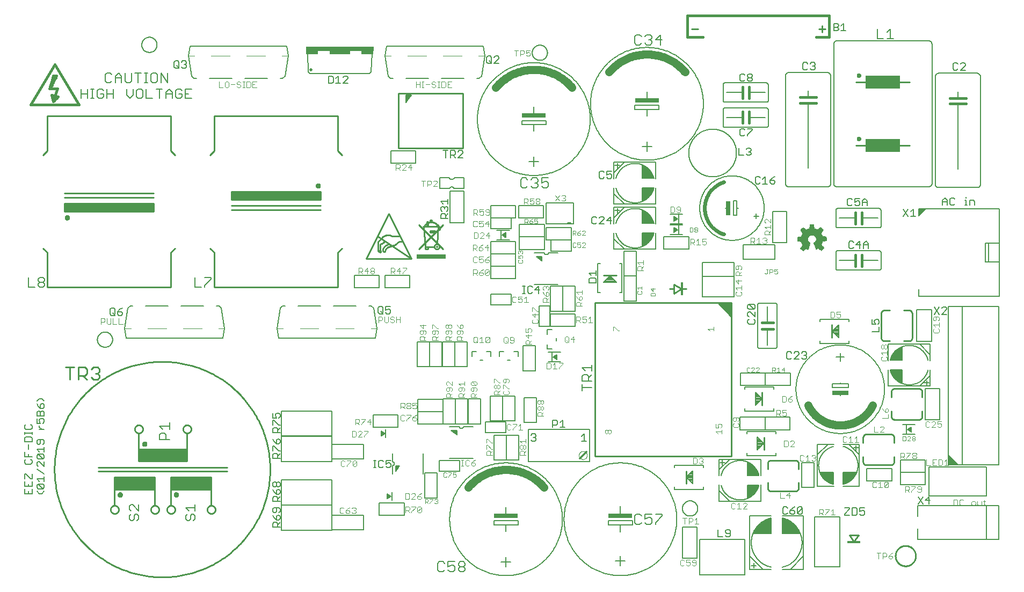
<source format=gto>
G75*
%MOIN*%
%OFA0B0*%
%FSLAX25Y25*%
%IPPOS*%
%LPD*%
%AMOC8*
5,1,8,0,0,1.08239X$1,22.5*
%
%ADD10C,0.00500*%
%ADD11C,0.01600*%
%ADD12C,0.00700*%
%ADD13C,0.00400*%
%ADD14R,0.01485X0.00015*%
%ADD15R,0.00045X0.00015*%
%ADD16R,0.00105X0.00015*%
%ADD17R,0.00165X0.00015*%
%ADD18R,0.00225X0.00015*%
%ADD19R,0.00285X0.00015*%
%ADD20R,0.00345X0.00015*%
%ADD21R,0.00405X0.00015*%
%ADD22R,0.00435X0.00015*%
%ADD23R,0.00465X0.00015*%
%ADD24R,0.00495X0.00015*%
%ADD25R,0.00540X0.00015*%
%ADD26R,0.00585X0.00015*%
%ADD27R,0.00645X0.00015*%
%ADD28R,0.00150X0.00015*%
%ADD29R,0.00675X0.00015*%
%ADD30R,0.00195X0.00015*%
%ADD31R,0.00705X0.00015*%
%ADD32R,0.00240X0.00015*%
%ADD33R,0.00735X0.00015*%
%ADD34R,0.00270X0.00015*%
%ADD35R,0.00765X0.00015*%
%ADD36R,0.00300X0.00015*%
%ADD37R,0.00810X0.00015*%
%ADD38R,0.00360X0.00015*%
%ADD39R,0.00855X0.00015*%
%ADD40R,0.00435X0.00015*%
%ADD41R,0.00915X0.00015*%
%ADD42R,0.00465X0.00015*%
%ADD43R,0.00945X0.00015*%
%ADD44R,0.00960X0.00015*%
%ADD45R,0.00525X0.00015*%
%ADD46R,0.00990X0.00015*%
%ADD47R,0.00555X0.00015*%
%ADD48R,0.01035X0.00015*%
%ADD49R,0.00600X0.00015*%
%ADD50R,0.01080X0.00015*%
%ADD51R,0.01125X0.00015*%
%ADD52R,0.01170X0.00015*%
%ADD53R,0.00720X0.00015*%
%ADD54R,0.01200X0.00015*%
%ADD55R,0.00750X0.00015*%
%ADD56R,0.01230X0.00015*%
%ADD57R,0.00780X0.00015*%
%ADD58R,0.01260X0.00015*%
%ADD59R,0.00810X0.00015*%
%ADD60R,0.01305X0.00015*%
%ADD61R,0.01365X0.00015*%
%ADD62R,0.00900X0.00015*%
%ADD63R,0.01395X0.00015*%
%ADD64R,0.01440X0.00015*%
%ADD65R,0.01470X0.00015*%
%ADD66R,0.01005X0.00015*%
%ADD67R,0.01500X0.00015*%
%ADD68R,0.01020X0.00015*%
%ADD69R,0.01530X0.00015*%
%ADD70R,0.01065X0.00015*%
%ADD71R,0.01575X0.00015*%
%ADD72R,0.01095X0.00015*%
%ADD73R,0.01635X0.00015*%
%ADD74R,0.01155X0.00015*%
%ADD75R,0.01680X0.00015*%
%ADD76R,0.01200X0.00015*%
%ADD77R,0.01710X0.00015*%
%ADD78R,0.01230X0.00015*%
%ADD79R,0.01725X0.00015*%
%ADD80R,0.01245X0.00015*%
%ADD81R,0.01755X0.00015*%
%ADD82R,0.01275X0.00015*%
%ADD83R,0.01800X0.00015*%
%ADD84R,0.01320X0.00015*%
%ADD85R,0.01860X0.00015*%
%ADD86R,0.01905X0.00015*%
%ADD87R,0.01410X0.00015*%
%ADD88R,0.01935X0.00015*%
%ADD89R,0.01455X0.00015*%
%ADD90R,0.01965X0.00015*%
%ADD91R,0.01485X0.00015*%
%ADD92R,0.01995X0.00015*%
%ADD93R,0.01515X0.00015*%
%ADD94R,0.02040X0.00015*%
%ADD95R,0.01530X0.00015*%
%ADD96R,0.02070X0.00015*%
%ADD97R,0.01575X0.00015*%
%ADD98R,0.02115X0.00015*%
%ADD99R,0.01620X0.00015*%
%ADD100R,0.02160X0.00015*%
%ADD101R,0.01665X0.00015*%
%ADD102R,0.02190X0.00015*%
%ADD103R,0.00075X0.00015*%
%ADD104R,0.01695X0.00015*%
%ADD105R,0.02220X0.00015*%
%ADD106R,0.00105X0.00015*%
%ADD107R,0.02235X0.00015*%
%ADD108R,0.00135X0.00015*%
%ADD109R,0.01755X0.00015*%
%ADD110R,0.02280X0.00015*%
%ADD111R,0.00180X0.00015*%
%ADD112R,0.01785X0.00015*%
%ADD113R,0.02340X0.00015*%
%ADD114R,0.00240X0.00015*%
%ADD115R,0.01830X0.00015*%
%ADD116R,0.02385X0.00015*%
%ADD117R,0.01890X0.00015*%
%ADD118R,0.02415X0.00015*%
%ADD119R,0.00330X0.00015*%
%ADD120R,0.00120X0.00015*%
%ADD121R,0.01920X0.00015*%
%ADD122R,0.02430X0.00015*%
%ADD123R,0.00375X0.00015*%
%ADD124R,0.02460X0.00015*%
%ADD125R,0.00405X0.00015*%
%ADD126R,0.00195X0.00015*%
%ADD127R,0.01965X0.00015*%
%ADD128R,0.02505X0.00015*%
%ADD129R,0.00210X0.00015*%
%ADD130R,0.02010X0.00015*%
%ADD131R,0.02535X0.00015*%
%ADD132R,0.00480X0.00015*%
%ADD133R,0.02580X0.00015*%
%ADD134R,0.00540X0.00015*%
%ADD135R,0.02085X0.00015*%
%ADD136R,0.02625X0.00015*%
%ADD137R,0.02130X0.00015*%
%ADD138R,0.02670X0.00015*%
%ADD139R,0.00630X0.00015*%
%ADD140R,0.02700X0.00015*%
%ADD141R,0.00660X0.00015*%
%ADD142R,0.00450X0.00015*%
%ADD143R,0.02190X0.00015*%
%ADD144R,0.02715X0.00015*%
%ADD145R,0.02205X0.00015*%
%ADD146R,0.02745X0.00015*%
%ADD147R,0.00510X0.00015*%
%ADD148R,0.02235X0.00015*%
%ADD149R,0.02775X0.00015*%
%ADD150R,0.02820X0.00015*%
%ADD151R,0.02310X0.00015*%
%ADD152R,0.02880X0.00015*%
%ADD153R,0.00855X0.00015*%
%ADD154R,0.02355X0.00015*%
%ADD155R,0.02895X0.00015*%
%ADD156R,0.00870X0.00015*%
%ADD157R,0.00660X0.00015*%
%ADD158R,0.02925X0.00015*%
%ADD159R,0.00690X0.00015*%
%ADD160R,0.02970X0.00015*%
%ADD161R,0.03000X0.00015*%
%ADD162R,0.00750X0.00015*%
%ADD163R,0.03045X0.00015*%
%ADD164R,0.01005X0.00015*%
%ADD165R,0.00780X0.00015*%
%ADD166R,0.02505X0.00015*%
%ADD167R,0.03090X0.00015*%
%ADD168R,0.01050X0.00015*%
%ADD169R,0.00825X0.00015*%
%ADD170R,0.02550X0.00015*%
%ADD171R,0.03135X0.00015*%
%ADD172R,0.01095X0.00015*%
%ADD173R,0.00870X0.00015*%
%ADD174R,0.03165X0.00015*%
%ADD175R,0.01125X0.00015*%
%ADD176R,0.02625X0.00015*%
%ADD177R,0.03195X0.00015*%
%ADD178R,0.01140X0.00015*%
%ADD179R,0.00930X0.00015*%
%ADD180R,0.02655X0.00015*%
%ADD181R,0.03210X0.00015*%
%ADD182R,0.00960X0.00015*%
%ADD183R,0.03240X0.00015*%
%ADD184R,0.02700X0.00015*%
%ADD185R,0.03285X0.00015*%
%ADD186R,0.01245X0.00015*%
%ADD187R,0.02745X0.00015*%
%ADD188R,0.03330X0.00015*%
%ADD189R,0.02790X0.00015*%
%ADD190R,0.03360X0.00015*%
%ADD191R,0.01110X0.00015*%
%ADD192R,0.02835X0.00015*%
%ADD193R,0.03390X0.00015*%
%ADD194R,0.01335X0.00015*%
%ADD195R,0.01140X0.00015*%
%ADD196R,0.02865X0.00015*%
%ADD197R,0.03420X0.00015*%
%ADD198R,0.01155X0.00015*%
%ADD199R,0.04905X0.00015*%
%ADD200R,0.04920X0.00015*%
%ADD201R,0.02940X0.00015*%
%ADD202R,0.04950X0.00015*%
%ADD203R,0.02985X0.00015*%
%ADD204R,0.04965X0.00015*%
%ADD205R,0.01275X0.00015*%
%ADD206R,0.03015X0.00015*%
%ADD207R,0.04980X0.00015*%
%ADD208R,0.03045X0.00015*%
%ADD209R,0.05010X0.00015*%
%ADD210R,0.01335X0.00015*%
%ADD211R,0.03075X0.00015*%
%ADD212R,0.01350X0.00015*%
%ADD213R,0.03105X0.00015*%
%ADD214R,0.05040X0.00015*%
%ADD215R,0.01380X0.00015*%
%ADD216R,0.05040X0.00015*%
%ADD217R,0.01410X0.00015*%
%ADD218R,0.03180X0.00015*%
%ADD219R,0.05070X0.00015*%
%ADD220R,0.03225X0.00015*%
%ADD221R,0.03255X0.00015*%
%ADD222R,0.05085X0.00015*%
%ADD223R,0.01515X0.00015*%
%ADD224R,0.03300X0.00015*%
%ADD225R,0.05100X0.00015*%
%ADD226R,0.04935X0.00015*%
%ADD227R,0.05115X0.00015*%
%ADD228R,0.04995X0.00015*%
%ADD229R,0.05130X0.00015*%
%ADD230R,0.05010X0.00015*%
%ADD231R,0.05130X0.00015*%
%ADD232R,0.05010X0.00015*%
%ADD233R,0.05025X0.00015*%
%ADD234R,0.05040X0.00015*%
%ADD235R,0.05055X0.00015*%
%ADD236R,0.05130X0.00015*%
%ADD237R,0.05085X0.00015*%
%ADD238R,0.05115X0.00015*%
%ADD239R,0.05145X0.00015*%
%ADD240R,0.05160X0.00015*%
%ADD241R,0.05130X0.00015*%
%ADD242R,0.05190X0.00015*%
%ADD243R,0.05190X0.00015*%
%ADD244R,0.05205X0.00015*%
%ADD245R,0.05220X0.00015*%
%ADD246R,0.05070X0.00015*%
%ADD247R,0.05085X0.00015*%
%ADD248R,0.05205X0.00015*%
%ADD249R,0.05220X0.00015*%
%ADD250R,0.05055X0.00015*%
%ADD251R,0.05025X0.00015*%
%ADD252R,0.05205X0.00015*%
%ADD253R,0.05025X0.00015*%
%ADD254R,0.05190X0.00015*%
%ADD255R,0.05190X0.00015*%
%ADD256R,0.04995X0.00015*%
%ADD257R,0.05175X0.00015*%
%ADD258R,0.04950X0.00015*%
%ADD259R,0.05145X0.00015*%
%ADD260R,0.05145X0.00015*%
%ADD261R,0.04920X0.00015*%
%ADD262R,0.04905X0.00015*%
%ADD263R,0.04905X0.00015*%
%ADD264R,0.05115X0.00015*%
%ADD265R,0.04890X0.00015*%
%ADD266R,0.04890X0.00015*%
%ADD267R,0.04875X0.00015*%
%ADD268R,0.04845X0.00015*%
%ADD269R,0.04830X0.00015*%
%ADD270R,0.04830X0.00015*%
%ADD271R,0.05070X0.00015*%
%ADD272R,0.04830X0.00015*%
%ADD273R,0.04815X0.00015*%
%ADD274R,0.04800X0.00015*%
%ADD275R,0.04800X0.00015*%
%ADD276R,0.05010X0.00015*%
%ADD277R,0.04785X0.00015*%
%ADD278R,0.04770X0.00015*%
%ADD279R,0.04770X0.00015*%
%ADD280R,0.04755X0.00015*%
%ADD281R,0.04740X0.00015*%
%ADD282R,0.04725X0.00015*%
%ADD283R,0.04725X0.00015*%
%ADD284R,0.04980X0.00015*%
%ADD285R,0.04710X0.00015*%
%ADD286R,0.04725X0.00015*%
%ADD287R,0.04710X0.00015*%
%ADD288R,0.04695X0.00015*%
%ADD289R,0.04680X0.00015*%
%ADD290R,0.04695X0.00015*%
%ADD291R,0.04680X0.00015*%
%ADD292R,0.04905X0.00015*%
%ADD293R,0.04665X0.00015*%
%ADD294R,0.04650X0.00015*%
%ADD295R,0.04635X0.00015*%
%ADD296R,0.04620X0.00015*%
%ADD297R,0.04620X0.00015*%
%ADD298R,0.04890X0.00015*%
%ADD299R,0.04605X0.00015*%
%ADD300R,0.04605X0.00015*%
%ADD301R,0.04590X0.00015*%
%ADD302R,0.04845X0.00015*%
%ADD303R,0.04575X0.00015*%
%ADD304R,0.04590X0.00015*%
%ADD305R,0.04575X0.00015*%
%ADD306R,0.04845X0.00015*%
%ADD307R,0.04560X0.00015*%
%ADD308R,0.04545X0.00015*%
%ADD309R,0.04530X0.00015*%
%ADD310R,0.04515X0.00015*%
%ADD311R,0.04530X0.00015*%
%ADD312R,0.04500X0.00015*%
%ADD313R,0.04515X0.00015*%
%ADD314R,0.04785X0.00015*%
%ADD315R,0.04485X0.00015*%
%ADD316R,0.04755X0.00015*%
%ADD317R,0.04470X0.00015*%
%ADD318R,0.04740X0.00015*%
%ADD319R,0.04485X0.00015*%
%ADD320R,0.04755X0.00015*%
%ADD321R,0.04545X0.00015*%
%ADD322R,0.04695X0.00015*%
%ADD323R,0.04680X0.00015*%
%ADD324R,0.04665X0.00015*%
%ADD325R,0.04725X0.00015*%
%ADD326R,0.04680X0.00015*%
%ADD327R,0.04860X0.00015*%
%ADD328R,0.04740X0.00015*%
%ADD329R,0.04875X0.00015*%
%ADD330R,0.04965X0.00015*%
%ADD331R,0.04860X0.00015*%
%ADD332R,0.04995X0.00015*%
%ADD333R,0.04875X0.00015*%
%ADD334R,0.04980X0.00015*%
%ADD335R,0.05235X0.00015*%
%ADD336R,0.05235X0.00015*%
%ADD337R,0.05250X0.00015*%
%ADD338R,0.05280X0.00015*%
%ADD339R,0.05295X0.00015*%
%ADD340R,0.05325X0.00015*%
%ADD341R,0.05340X0.00015*%
%ADD342R,0.05235X0.00015*%
%ADD343R,0.05355X0.00015*%
%ADD344R,0.05370X0.00015*%
%ADD345R,0.05265X0.00015*%
%ADD346R,0.05370X0.00015*%
%ADD347R,0.05280X0.00015*%
%ADD348R,0.05385X0.00015*%
%ADD349R,0.05295X0.00015*%
%ADD350R,0.05400X0.00015*%
%ADD351R,0.05415X0.00015*%
%ADD352R,0.05310X0.00015*%
%ADD353R,0.05430X0.00015*%
%ADD354R,0.05445X0.00015*%
%ADD355R,0.05460X0.00015*%
%ADD356R,0.05355X0.00015*%
%ADD357R,0.05475X0.00015*%
%ADD358R,0.05505X0.00015*%
%ADD359R,0.05520X0.00015*%
%ADD360R,0.05535X0.00015*%
%ADD361R,0.05550X0.00015*%
%ADD362R,0.05550X0.00015*%
%ADD363R,0.05475X0.00015*%
%ADD364R,0.05490X0.00015*%
%ADD365R,0.05475X0.00015*%
%ADD366R,0.05385X0.00015*%
%ADD367R,0.05370X0.00015*%
%ADD368R,0.05325X0.00015*%
%ADD369R,0.05310X0.00015*%
%ADD370R,0.05265X0.00015*%
%ADD371R,0.05175X0.00015*%
%ADD372R,0.04980X0.00015*%
%ADD373R,0.04965X0.00015*%
%ADD374R,0.04860X0.00015*%
%ADD375R,0.04845X0.00015*%
%ADD376R,0.04815X0.00015*%
%ADD377R,0.04770X0.00015*%
%ADD378R,0.05295X0.00015*%
%ADD379R,0.04635X0.00015*%
%ADD380R,0.05610X0.00015*%
%ADD381R,0.05700X0.00015*%
%ADD382R,0.05760X0.00015*%
%ADD383R,0.05805X0.00015*%
%ADD384R,0.05850X0.00015*%
%ADD385R,0.05895X0.00015*%
%ADD386R,0.06000X0.00015*%
%ADD387R,0.06135X0.00015*%
%ADD388R,0.06225X0.00015*%
%ADD389R,0.06300X0.00015*%
%ADD390R,0.06330X0.00015*%
%ADD391R,0.06375X0.00015*%
%ADD392R,0.06450X0.00015*%
%ADD393R,0.06570X0.00015*%
%ADD394R,0.05565X0.00015*%
%ADD395R,0.06690X0.00015*%
%ADD396R,0.06735X0.00015*%
%ADD397R,0.05790X0.00015*%
%ADD398R,0.06765X0.00015*%
%ADD399R,0.05850X0.00015*%
%ADD400R,0.06780X0.00015*%
%ADD401R,0.05895X0.00015*%
%ADD402R,0.06795X0.00015*%
%ADD403R,0.05955X0.00015*%
%ADD404R,0.06810X0.00015*%
%ADD405R,0.06060X0.00015*%
%ADD406R,0.06195X0.00015*%
%ADD407R,0.06825X0.00015*%
%ADD408R,0.06330X0.00015*%
%ADD409R,0.06840X0.00015*%
%ADD410R,0.06390X0.00015*%
%ADD411R,0.06495X0.00015*%
%ADD412R,0.06840X0.00015*%
%ADD413R,0.06555X0.00015*%
%ADD414R,0.06825X0.00015*%
%ADD415R,0.06645X0.00015*%
%ADD416R,0.06825X0.00015*%
%ADD417R,0.06705X0.00015*%
%ADD418R,0.06705X0.00015*%
%ADD419R,0.06810X0.00015*%
%ADD420R,0.06720X0.00015*%
%ADD421R,0.06795X0.00015*%
%ADD422R,0.06750X0.00015*%
%ADD423R,0.06765X0.00015*%
%ADD424R,0.06795X0.00015*%
%ADD425R,0.06780X0.00015*%
%ADD426R,0.06780X0.00015*%
%ADD427R,0.06750X0.00015*%
%ADD428R,0.06720X0.00015*%
%ADD429R,0.06720X0.00015*%
%ADD430R,0.06705X0.00015*%
%ADD431R,0.06705X0.00015*%
%ADD432R,0.06690X0.00015*%
%ADD433R,0.06675X0.00015*%
%ADD434R,0.06690X0.00015*%
%ADD435R,0.06675X0.00015*%
%ADD436R,0.06675X0.00015*%
%ADD437R,0.06660X0.00015*%
%ADD438R,0.06675X0.00015*%
%ADD439R,0.06660X0.00015*%
%ADD440R,0.06660X0.00015*%
%ADD441R,0.06645X0.00015*%
%ADD442R,0.06630X0.00015*%
%ADD443R,0.06660X0.00015*%
%ADD444R,0.06630X0.00015*%
%ADD445R,0.06645X0.00015*%
%ADD446R,0.06735X0.00015*%
%ADD447R,0.06765X0.00015*%
%ADD448R,0.06780X0.00015*%
%ADD449R,0.06825X0.00015*%
%ADD450R,0.06855X0.00015*%
%ADD451R,0.06855X0.00015*%
%ADD452R,0.06870X0.00015*%
%ADD453R,0.06885X0.00015*%
%ADD454R,0.06525X0.00015*%
%ADD455R,0.06405X0.00015*%
%ADD456R,0.06255X0.00015*%
%ADD457R,0.06165X0.00015*%
%ADD458R,0.06870X0.00015*%
%ADD459R,0.06120X0.00015*%
%ADD460R,0.06885X0.00015*%
%ADD461R,0.06060X0.00015*%
%ADD462R,0.06015X0.00015*%
%ADD463R,0.05910X0.00015*%
%ADD464R,0.05670X0.00015*%
%ADD465R,0.05595X0.00015*%
%ADD466R,0.06585X0.00015*%
%ADD467R,0.05160X0.00015*%
%ADD468R,0.06390X0.00015*%
%ADD469R,0.05025X0.00015*%
%ADD470R,0.06330X0.00015*%
%ADD471R,0.06075X0.00015*%
%ADD472R,0.05820X0.00015*%
%ADD473R,0.05775X0.00015*%
%ADD474R,0.05685X0.00015*%
%ADD475R,0.05460X0.00015*%
%ADD476R,0.04860X0.00015*%
%ADD477R,0.04935X0.00015*%
%ADD478R,0.05160X0.00015*%
%ADD479R,0.05325X0.00015*%
%ADD480R,0.05340X0.00015*%
%ADD481R,0.05355X0.00015*%
%ADD482R,0.05430X0.00015*%
%ADD483R,0.05535X0.00015*%
%ADD484R,0.05595X0.00015*%
%ADD485R,0.05640X0.00015*%
%ADD486R,0.05640X0.00015*%
%ADD487R,0.05670X0.00015*%
%ADD488R,0.05685X0.00015*%
%ADD489R,0.05700X0.00015*%
%ADD490R,0.05715X0.00015*%
%ADD491R,0.05715X0.00015*%
%ADD492R,0.05730X0.00015*%
%ADD493R,0.05745X0.00015*%
%ADD494R,0.05760X0.00015*%
%ADD495R,0.06000X0.00015*%
%ADD496R,0.06105X0.00015*%
%ADD497R,0.06180X0.00015*%
%ADD498R,0.06210X0.00015*%
%ADD499R,0.12690X0.00015*%
%ADD500R,0.12675X0.00015*%
%ADD501R,0.12660X0.00015*%
%ADD502R,0.12660X0.00015*%
%ADD503R,0.12645X0.00015*%
%ADD504R,0.12615X0.00015*%
%ADD505R,0.12600X0.00015*%
%ADD506R,0.12585X0.00015*%
%ADD507R,0.12555X0.00015*%
%ADD508R,0.12540X0.00015*%
%ADD509R,0.12525X0.00015*%
%ADD510R,0.12510X0.00015*%
%ADD511R,0.12510X0.00015*%
%ADD512R,0.12480X0.00015*%
%ADD513R,0.12450X0.00015*%
%ADD514R,0.12435X0.00015*%
%ADD515R,0.12420X0.00015*%
%ADD516R,0.12390X0.00015*%
%ADD517R,0.12375X0.00015*%
%ADD518R,0.12360X0.00015*%
%ADD519R,0.12330X0.00015*%
%ADD520R,0.12300X0.00015*%
%ADD521R,0.12285X0.00015*%
%ADD522R,0.12270X0.00015*%
%ADD523R,0.12255X0.00015*%
%ADD524R,0.12240X0.00015*%
%ADD525R,0.12225X0.00015*%
%ADD526R,0.12195X0.00015*%
%ADD527R,0.12165X0.00015*%
%ADD528R,0.12150X0.00015*%
%ADD529R,0.12135X0.00015*%
%ADD530R,0.12120X0.00015*%
%ADD531R,0.12090X0.00015*%
%ADD532R,0.12075X0.00015*%
%ADD533R,0.12060X0.00015*%
%ADD534R,0.12045X0.00015*%
%ADD535R,0.12015X0.00015*%
%ADD536R,0.12000X0.00015*%
%ADD537R,0.11985X0.00015*%
%ADD538R,0.11955X0.00015*%
%ADD539R,0.11940X0.00015*%
%ADD540R,0.11925X0.00015*%
%ADD541R,0.11910X0.00015*%
%ADD542R,0.11910X0.00015*%
%ADD543R,0.11880X0.00015*%
%ADD544R,0.11850X0.00015*%
%ADD545R,0.11835X0.00015*%
%ADD546R,0.11805X0.00015*%
%ADD547R,0.11775X0.00015*%
%ADD548R,0.11760X0.00015*%
%ADD549R,0.11745X0.00015*%
%ADD550R,0.11730X0.00015*%
%ADD551R,0.11700X0.00015*%
%ADD552R,0.11700X0.00015*%
%ADD553R,0.11685X0.00015*%
%ADD554R,0.11655X0.00015*%
%ADD555R,0.11640X0.00015*%
%ADD556R,0.11625X0.00015*%
%ADD557R,0.11625X0.00015*%
%ADD558R,0.11670X0.00015*%
%ADD559R,0.11715X0.00015*%
%ADD560R,0.11790X0.00015*%
%ADD561R,0.11820X0.00015*%
%ADD562R,0.11820X0.00015*%
%ADD563R,0.11880X0.00015*%
%ADD564R,0.11895X0.00015*%
%ADD565R,0.11970X0.00015*%
%ADD566R,0.12045X0.00015*%
%ADD567R,0.12075X0.00015*%
%ADD568R,0.12105X0.00015*%
%ADD569R,0.12135X0.00015*%
%ADD570R,0.12165X0.00015*%
%ADD571R,0.12180X0.00015*%
%ADD572R,0.12195X0.00015*%
%ADD573R,0.12210X0.00015*%
%ADD574R,0.12225X0.00015*%
%ADD575R,0.12255X0.00015*%
%ADD576R,0.12360X0.00015*%
%ADD577R,0.12390X0.00015*%
%ADD578R,0.12405X0.00015*%
%ADD579R,0.12435X0.00015*%
%ADD580R,0.12480X0.00015*%
%ADD581R,0.12480X0.00015*%
%ADD582R,0.12510X0.00015*%
%ADD583R,0.12570X0.00015*%
%ADD584R,0.12630X0.00015*%
%ADD585R,0.12675X0.00015*%
%ADD586R,0.12705X0.00015*%
%ADD587R,0.12735X0.00015*%
%ADD588R,0.12750X0.00015*%
%ADD589R,0.12780X0.00015*%
%ADD590R,0.12795X0.00015*%
%ADD591R,0.12810X0.00015*%
%ADD592R,0.12840X0.00015*%
%ADD593R,0.12855X0.00015*%
%ADD594R,0.12885X0.00015*%
%ADD595R,0.12900X0.00015*%
%ADD596R,0.12915X0.00015*%
%ADD597R,0.12945X0.00015*%
%ADD598R,0.12960X0.00015*%
%ADD599R,0.12990X0.00015*%
%ADD600R,0.13005X0.00015*%
%ADD601R,0.13020X0.00015*%
%ADD602R,0.13035X0.00015*%
%ADD603R,0.13065X0.00015*%
%ADD604R,0.13080X0.00015*%
%ADD605R,0.13110X0.00015*%
%ADD606R,0.13125X0.00015*%
%ADD607R,0.13155X0.00015*%
%ADD608R,0.13170X0.00015*%
%ADD609R,0.13200X0.00015*%
%ADD610R,0.13230X0.00015*%
%ADD611R,0.13260X0.00015*%
%ADD612R,0.13290X0.00015*%
%ADD613R,0.13320X0.00015*%
%ADD614R,0.13350X0.00015*%
%ADD615R,0.13365X0.00015*%
%ADD616R,0.13395X0.00015*%
%ADD617R,0.13425X0.00015*%
%ADD618R,0.13455X0.00015*%
%ADD619R,0.13470X0.00015*%
%ADD620R,0.13500X0.00015*%
%ADD621R,0.13530X0.00015*%
%ADD622R,0.13560X0.00015*%
%ADD623R,0.13575X0.00015*%
%ADD624R,0.13605X0.00015*%
%ADD625R,0.13635X0.00015*%
%ADD626R,0.13650X0.00015*%
%ADD627R,0.13680X0.00015*%
%ADD628R,0.13695X0.00015*%
%ADD629R,0.13725X0.00015*%
%ADD630R,0.13740X0.00015*%
%ADD631R,0.13770X0.00015*%
%ADD632R,0.13785X0.00015*%
%ADD633R,0.13800X0.00015*%
%ADD634R,0.13830X0.00015*%
%ADD635R,0.13860X0.00015*%
%ADD636R,0.13875X0.00015*%
%ADD637R,0.13905X0.00015*%
%ADD638R,0.13935X0.00015*%
%ADD639R,0.13950X0.00015*%
%ADD640R,0.13980X0.00015*%
%ADD641R,0.14010X0.00015*%
%ADD642R,0.14025X0.00015*%
%ADD643R,0.14055X0.00015*%
%ADD644R,0.14070X0.00015*%
%ADD645R,0.14085X0.00015*%
%ADD646R,0.14115X0.00015*%
%ADD647R,0.14145X0.00015*%
%ADD648R,0.14160X0.00015*%
%ADD649R,0.14190X0.00015*%
%ADD650R,0.14205X0.00015*%
%ADD651R,0.14220X0.00015*%
%ADD652R,0.14235X0.00015*%
%ADD653R,0.14265X0.00015*%
%ADD654R,0.14280X0.00015*%
%ADD655R,0.14295X0.00015*%
%ADD656R,0.14295X0.00015*%
%ADD657R,0.14250X0.00015*%
%ADD658R,0.14205X0.00015*%
%ADD659R,0.14175X0.00015*%
%ADD660R,0.14160X0.00015*%
%ADD661R,0.14130X0.00015*%
%ADD662R,0.14100X0.00015*%
%ADD663R,0.14040X0.00015*%
%ADD664R,0.14010X0.00015*%
%ADD665R,0.03465X0.00015*%
%ADD666R,0.10440X0.00015*%
%ADD667R,0.03420X0.00015*%
%ADD668R,0.10395X0.00015*%
%ADD669R,0.03375X0.00015*%
%ADD670R,0.10335X0.00015*%
%ADD671R,0.03570X0.00015*%
%ADD672R,0.06600X0.00015*%
%ADD673R,0.03525X0.00015*%
%ADD674R,0.03270X0.00015*%
%ADD675R,0.03495X0.00015*%
%ADD676R,0.03210X0.00015*%
%ADD677R,0.06480X0.00015*%
%ADD678R,0.03435X0.00015*%
%ADD679R,0.03165X0.00015*%
%ADD680R,0.03390X0.00015*%
%ADD681R,0.03120X0.00015*%
%ADD682R,0.06315X0.00015*%
%ADD683R,0.03345X0.00015*%
%ADD684R,0.03090X0.00015*%
%ADD685R,0.03075X0.00015*%
%ADD686R,0.06225X0.00015*%
%ADD687R,0.03270X0.00015*%
%ADD688R,0.06180X0.00015*%
%ADD689R,0.02970X0.00015*%
%ADD690R,0.06075X0.00015*%
%ADD691R,0.03195X0.00015*%
%ADD692R,0.02925X0.00015*%
%ADD693R,0.05985X0.00015*%
%ADD694R,0.03135X0.00015*%
%ADD695R,0.02850X0.00015*%
%ADD696R,0.05835X0.00015*%
%ADD697R,0.03030X0.00015*%
%ADD698R,0.02805X0.00015*%
%ADD699R,0.02730X0.00015*%
%ADD700R,0.05625X0.00015*%
%ADD701R,0.02925X0.00015*%
%ADD702R,0.02640X0.00015*%
%ADD703R,0.02595X0.00015*%
%ADD704R,0.02565X0.00015*%
%ADD705R,0.02760X0.00015*%
%ADD706R,0.02520X0.00015*%
%ADD707R,0.02730X0.00015*%
%ADD708R,0.02475X0.00015*%
%ADD709R,0.02685X0.00015*%
%ADD710R,0.02445X0.00015*%
%ADD711R,0.02400X0.00015*%
%ADD712R,0.02370X0.00015*%
%ADD713R,0.02565X0.00015*%
%ADD714R,0.02340X0.00015*%
%ADD715R,0.02325X0.00015*%
%ADD716R,0.02505X0.00015*%
%ADD717R,0.02280X0.00015*%
%ADD718R,0.02460X0.00015*%
%ADD719R,0.04560X0.00015*%
%ADD720R,0.02190X0.00015*%
%ADD721R,0.04440X0.00015*%
%ADD722R,0.02370X0.00015*%
%ADD723R,0.02145X0.00015*%
%ADD724R,0.04365X0.00015*%
%ADD725R,0.04320X0.00015*%
%ADD726R,0.02310X0.00015*%
%ADD727R,0.02100X0.00015*%
%ADD728R,0.04260X0.00015*%
%ADD729R,0.04200X0.00015*%
%ADD730R,0.02265X0.00015*%
%ADD731R,0.02040X0.00015*%
%ADD732R,0.04095X0.00015*%
%ADD733R,0.02220X0.00015*%
%ADD734R,0.03915X0.00015*%
%ADD735R,0.02175X0.00015*%
%ADD736R,0.03765X0.00015*%
%ADD737R,0.03675X0.00015*%
%ADD738R,0.01890X0.00015*%
%ADD739R,0.03615X0.00015*%
%ADD740R,0.02055X0.00015*%
%ADD741R,0.01860X0.00015*%
%ADD742R,0.03555X0.00015*%
%ADD743R,0.01815X0.00015*%
%ADD744R,0.03450X0.00015*%
%ADD745R,0.01725X0.00015*%
%ADD746R,0.03315X0.00015*%
%ADD747R,0.01905X0.00015*%
%ADD748R,0.01680X0.00015*%
%ADD749R,0.01650X0.00015*%
%ADD750R,0.01620X0.00015*%
%ADD751R,0.01590X0.00015*%
%ADD752R,0.01770X0.00015*%
%ADD753R,0.01560X0.00015*%
%ADD754R,0.03240X0.00015*%
%ADD755R,0.01740X0.00015*%
%ADD756R,0.01665X0.00015*%
%ADD757R,0.01455X0.00015*%
%ADD758R,0.01635X0.00015*%
%ADD759R,0.01410X0.00015*%
%ADD760R,0.01395X0.00015*%
%ADD761R,0.01365X0.00015*%
%ADD762R,0.01335X0.00015*%
%ADD763R,0.01290X0.00015*%
%ADD764R,0.03210X0.00015*%
%ADD765R,0.01455X0.00015*%
%ADD766R,0.01185X0.00015*%
%ADD767R,0.01290X0.00015*%
%ADD768R,0.01110X0.00015*%
%ADD769R,0.01260X0.00015*%
%ADD770R,0.03180X0.00015*%
%ADD771R,0.00975X0.00015*%
%ADD772R,0.03150X0.00015*%
%ADD773R,0.00885X0.00015*%
%ADD774R,0.03150X0.00015*%
%ADD775R,0.01050X0.00015*%
%ADD776R,0.00795X0.00015*%
%ADD777R,0.00885X0.00015*%
%ADD778R,0.00690X0.00015*%
%ADD779R,0.00840X0.00015*%
%ADD780R,0.00570X0.00015*%
%ADD781R,0.00525X0.00015*%
%ADD782R,0.03105X0.00015*%
%ADD783R,0.00660X0.00015*%
%ADD784R,0.00615X0.00015*%
%ADD785R,0.00420X0.00015*%
%ADD786R,0.00555X0.00015*%
%ADD787R,0.00390X0.00015*%
%ADD788R,0.00525X0.00015*%
%ADD789R,0.00360X0.00015*%
%ADD790R,0.00495X0.00015*%
%ADD791R,0.03075X0.00015*%
%ADD792R,0.00450X0.00015*%
%ADD793R,0.00225X0.00015*%
%ADD794R,0.00345X0.00015*%
%ADD795R,0.00255X0.00015*%
%ADD796R,0.03060X0.00015*%
%ADD797R,0.00180X0.00015*%
%ADD798R,0.00075X0.00015*%
%ADD799R,0.03000X0.00015*%
%ADD800R,0.02955X0.00015*%
%ADD801R,0.02940X0.00015*%
%ADD802R,0.02940X0.00015*%
%ADD803R,0.02910X0.00015*%
%ADD804R,0.02910X0.00015*%
%ADD805R,0.02865X0.00015*%
%ADD806R,0.02805X0.00015*%
%ADD807R,0.02775X0.00015*%
%ADD808R,0.02760X0.00015*%
%ADD809R,0.02655X0.00015*%
%ADD810R,0.02640X0.00015*%
%ADD811R,0.02610X0.00015*%
%ADD812R,0.02595X0.00015*%
%ADD813R,0.02535X0.00015*%
%ADD814R,0.02475X0.00015*%
%ADD815R,0.02175X0.00015*%
%ADD816R,0.01575X0.00015*%
%ADD817C,0.00600*%
%ADD818C,0.01000*%
%ADD819R,0.21654X0.07874*%
%ADD820C,0.01378*%
%ADD821R,0.15000X0.02500*%
%ADD822C,0.05000*%
%ADD823R,0.00787X0.05512*%
%ADD824C,0.00800*%
%ADD825R,0.01181X0.08268*%
%ADD826C,0.00300*%
%ADD827R,0.02500X0.09000*%
%ADD828C,0.02400*%
%ADD829R,0.18000X0.03000*%
%ADD830R,0.08268X0.01181*%
%ADD831R,0.10000X0.02500*%
%ADD832C,0.01200*%
%ADD833C,0.00200*%
%ADD834C,0.02000*%
%ADD835R,0.42000X0.03000*%
%ADD836R,0.07500X0.02000*%
%ADD837R,0.13000X0.02000*%
%ADD838C,0.01500*%
%ADD839R,0.55118X0.04724*%
%ADD840R,0.25000X0.07500*%
%ADD841R,0.30000X0.07500*%
%ADD842C,0.00900*%
D10*
X0038989Y0077579D02*
X0043493Y0077579D01*
X0043493Y0080581D01*
X0043493Y0082183D02*
X0043493Y0085185D01*
X0043493Y0086787D02*
X0042742Y0086787D01*
X0039740Y0089789D01*
X0038989Y0089789D01*
X0038989Y0086787D01*
X0038989Y0085185D02*
X0038989Y0082183D01*
X0043493Y0082183D01*
X0041241Y0082183D02*
X0041241Y0083684D01*
X0043493Y0086787D02*
X0043493Y0089789D01*
X0046489Y0086753D02*
X0050993Y0086753D01*
X0050993Y0085252D02*
X0050993Y0088255D01*
X0050993Y0089856D02*
X0046489Y0092858D01*
X0047240Y0094460D02*
X0046489Y0095210D01*
X0046489Y0096712D01*
X0047240Y0097462D01*
X0047990Y0097462D01*
X0050993Y0094460D01*
X0050993Y0097462D01*
X0050242Y0099064D02*
X0047240Y0102066D01*
X0050242Y0102066D01*
X0050993Y0101316D01*
X0050993Y0099814D01*
X0050242Y0099064D01*
X0047240Y0099064D01*
X0046489Y0099814D01*
X0046489Y0101316D01*
X0047240Y0102066D01*
X0047990Y0103668D02*
X0046489Y0105169D01*
X0050993Y0105169D01*
X0050993Y0103668D02*
X0050993Y0106670D01*
X0050242Y0108272D02*
X0050993Y0109022D01*
X0050993Y0110523D01*
X0050242Y0111274D01*
X0047240Y0111274D01*
X0046489Y0110523D01*
X0046489Y0109022D01*
X0047240Y0108272D01*
X0047990Y0108272D01*
X0048741Y0109022D01*
X0048741Y0111274D01*
X0043493Y0112058D02*
X0042742Y0112809D01*
X0039740Y0112809D01*
X0038989Y0112058D01*
X0038989Y0109806D01*
X0043493Y0109806D01*
X0043493Y0112058D01*
X0043493Y0114410D02*
X0043493Y0115911D01*
X0043493Y0115161D02*
X0038989Y0115161D01*
X0038989Y0115911D02*
X0038989Y0114410D01*
X0039740Y0117479D02*
X0042742Y0117479D01*
X0043493Y0118230D01*
X0043493Y0119731D01*
X0042742Y0120482D01*
X0039740Y0120482D02*
X0038989Y0119731D01*
X0038989Y0118230D01*
X0039740Y0117479D01*
X0046489Y0121316D02*
X0048741Y0121316D01*
X0047990Y0122817D01*
X0047990Y0123568D01*
X0048741Y0124319D01*
X0050242Y0124319D01*
X0050993Y0123568D01*
X0050993Y0122067D01*
X0050242Y0121316D01*
X0047990Y0119731D02*
X0047990Y0118981D01*
X0049491Y0117479D01*
X0047990Y0117479D02*
X0050993Y0117479D01*
X0046489Y0121316D02*
X0046489Y0124319D01*
X0046489Y0125920D02*
X0046489Y0128172D01*
X0047240Y0128923D01*
X0047990Y0128923D01*
X0048741Y0128172D01*
X0048741Y0125920D01*
X0050993Y0125920D02*
X0046489Y0125920D01*
X0048741Y0128172D02*
X0049491Y0128923D01*
X0050242Y0128923D01*
X0050993Y0128172D01*
X0050993Y0125920D01*
X0050242Y0130524D02*
X0050993Y0131275D01*
X0050993Y0132776D01*
X0050242Y0133526D01*
X0049491Y0133526D01*
X0048741Y0132776D01*
X0048741Y0130524D01*
X0050242Y0130524D01*
X0048741Y0130524D02*
X0047240Y0132025D01*
X0046489Y0133526D01*
X0046489Y0135128D02*
X0047990Y0136629D01*
X0049491Y0136629D01*
X0050993Y0135128D01*
X0041241Y0108205D02*
X0041241Y0105202D01*
X0038989Y0103601D02*
X0038989Y0100598D01*
X0043493Y0100598D01*
X0042742Y0098997D02*
X0043493Y0098246D01*
X0043493Y0096745D01*
X0042742Y0095994D01*
X0039740Y0095994D01*
X0038989Y0096745D01*
X0038989Y0098246D01*
X0039740Y0098997D01*
X0041241Y0100598D02*
X0041241Y0102100D01*
X0046489Y0086753D02*
X0047990Y0085252D01*
X0047240Y0083651D02*
X0050242Y0080648D01*
X0050993Y0081399D01*
X0050993Y0082900D01*
X0050242Y0083651D01*
X0047240Y0083651D01*
X0046489Y0082900D01*
X0046489Y0081399D01*
X0047240Y0080648D01*
X0050242Y0080648D01*
X0050993Y0079080D02*
X0049491Y0077579D01*
X0047990Y0077579D01*
X0046489Y0079080D01*
X0041241Y0079080D02*
X0041241Y0077579D01*
X0038989Y0077579D02*
X0038989Y0080581D01*
X0192973Y0080319D02*
X0193724Y0078818D01*
X0195225Y0077317D01*
X0195225Y0079568D01*
X0195976Y0080319D01*
X0196726Y0080319D01*
X0197477Y0079568D01*
X0197477Y0078067D01*
X0196726Y0077317D01*
X0195225Y0077317D01*
X0195225Y0075715D02*
X0195976Y0074965D01*
X0195976Y0072713D01*
X0195976Y0074214D02*
X0197477Y0075715D01*
X0195225Y0075715D02*
X0193724Y0075715D01*
X0192973Y0074965D01*
X0192973Y0072713D01*
X0197477Y0072713D01*
X0198335Y0070656D02*
X0198335Y0086270D01*
X0229619Y0086270D01*
X0229619Y0070656D01*
X0198335Y0070656D01*
X0198335Y0070520D02*
X0198335Y0054906D01*
X0229619Y0054906D01*
X0229619Y0070520D01*
X0198335Y0070520D01*
X0196726Y0068923D02*
X0193724Y0068923D01*
X0192973Y0068172D01*
X0192973Y0066671D01*
X0193724Y0065920D01*
X0194474Y0065920D01*
X0195225Y0066671D01*
X0195225Y0068923D01*
X0196726Y0068923D02*
X0197477Y0068172D01*
X0197477Y0066671D01*
X0196726Y0065920D01*
X0196726Y0064319D02*
X0195976Y0064319D01*
X0195225Y0063568D01*
X0195225Y0061317D01*
X0196726Y0061317D01*
X0197477Y0062067D01*
X0197477Y0063568D01*
X0196726Y0064319D01*
X0193724Y0062818D02*
X0195225Y0061317D01*
X0195225Y0059715D02*
X0195976Y0058965D01*
X0195976Y0056713D01*
X0195976Y0058214D02*
X0197477Y0059715D01*
X0195225Y0059715D02*
X0193724Y0059715D01*
X0192973Y0058965D01*
X0192973Y0056713D01*
X0197477Y0056713D01*
X0193724Y0062818D02*
X0192973Y0064319D01*
X0193724Y0081920D02*
X0194474Y0081920D01*
X0195225Y0082671D01*
X0195225Y0084172D01*
X0195976Y0084923D01*
X0196726Y0084923D01*
X0197477Y0084172D01*
X0197477Y0082671D01*
X0196726Y0081920D01*
X0195976Y0081920D01*
X0195225Y0082671D01*
X0195225Y0084172D02*
X0194474Y0084923D01*
X0193724Y0084923D01*
X0192973Y0084172D01*
X0192973Y0082671D01*
X0193724Y0081920D01*
X0198335Y0097656D02*
X0198335Y0113270D01*
X0229619Y0113270D01*
X0229619Y0097656D01*
X0198335Y0097656D01*
X0197477Y0099463D02*
X0192973Y0099463D01*
X0192973Y0101715D01*
X0193724Y0102465D01*
X0195225Y0102465D01*
X0195976Y0101715D01*
X0195976Y0099463D01*
X0195976Y0100964D02*
X0197477Y0102465D01*
X0197477Y0104067D02*
X0196726Y0104067D01*
X0193724Y0107069D01*
X0192973Y0107069D01*
X0192973Y0104067D01*
X0195225Y0108670D02*
X0193724Y0110172D01*
X0192973Y0111673D01*
X0195225Y0110922D02*
X0195225Y0108670D01*
X0196726Y0108670D01*
X0197477Y0109421D01*
X0197477Y0110922D01*
X0196726Y0111673D01*
X0195976Y0111673D01*
X0195225Y0110922D01*
X0198335Y0113406D02*
X0198335Y0129020D01*
X0229619Y0129020D01*
X0229619Y0113406D01*
X0198335Y0113406D01*
X0197477Y0115463D02*
X0192973Y0115463D01*
X0192973Y0117715D01*
X0193724Y0118465D01*
X0195225Y0118465D01*
X0195976Y0117715D01*
X0195976Y0115463D01*
X0195976Y0116964D02*
X0197477Y0118465D01*
X0197477Y0120067D02*
X0196726Y0120067D01*
X0193724Y0123069D01*
X0192973Y0123069D01*
X0192973Y0120067D01*
X0192973Y0124670D02*
X0195225Y0124670D01*
X0194474Y0126172D01*
X0194474Y0126922D01*
X0195225Y0127673D01*
X0196726Y0127673D01*
X0197477Y0126922D01*
X0197477Y0125421D01*
X0196726Y0124670D01*
X0192973Y0124670D02*
X0192973Y0127673D01*
X0229741Y0108333D02*
X0229741Y0099093D01*
X0249213Y0099093D01*
X0249213Y0108333D01*
X0229741Y0108333D01*
X0255209Y0118843D02*
X0255209Y0126583D01*
X0270745Y0126583D01*
X0270745Y0118843D01*
X0255209Y0118843D01*
X0282959Y0120843D02*
X0282959Y0128583D01*
X0298495Y0128583D01*
X0298495Y0120843D01*
X0282959Y0120843D01*
X0282959Y0128593D02*
X0282959Y0136333D01*
X0298495Y0136333D01*
X0298495Y0128593D01*
X0282959Y0128593D01*
X0298607Y0120945D02*
X0298607Y0136480D01*
X0306347Y0136480D01*
X0306347Y0120945D01*
X0298607Y0120945D01*
X0306357Y0120945D02*
X0306357Y0136480D01*
X0314097Y0136480D01*
X0314097Y0120945D01*
X0306357Y0120945D01*
X0314107Y0120945D02*
X0321847Y0120945D01*
X0321847Y0136480D01*
X0314107Y0136480D01*
X0314107Y0120945D01*
X0324928Y0122333D02*
X0324928Y0115593D01*
X0337526Y0115593D01*
X0337526Y0122333D01*
X0324928Y0122333D01*
X0327857Y0122695D02*
X0335597Y0122695D01*
X0335597Y0138230D01*
X0327857Y0138230D01*
X0327857Y0122695D01*
X0335607Y0122695D02*
X0343347Y0122695D01*
X0343347Y0138230D01*
X0335607Y0138230D01*
X0335607Y0122695D01*
X0337847Y0113980D02*
X0330107Y0113980D01*
X0330107Y0098445D01*
X0337847Y0098445D01*
X0337847Y0113980D01*
X0337857Y0113980D02*
X0345597Y0113980D01*
X0345597Y0098445D01*
X0337857Y0098445D01*
X0337857Y0113980D01*
X0348857Y0121695D02*
X0356597Y0121695D01*
X0356597Y0137230D01*
X0348857Y0137230D01*
X0348857Y0121695D01*
X0353978Y0114716D02*
X0353227Y0113966D01*
X0353978Y0114716D02*
X0355479Y0114716D01*
X0356230Y0113966D01*
X0356230Y0113215D01*
X0355479Y0112465D01*
X0356230Y0111714D01*
X0356230Y0110963D01*
X0355479Y0110213D01*
X0353978Y0110213D01*
X0353227Y0110963D01*
X0354728Y0112465D02*
X0355479Y0112465D01*
X0366727Y0118763D02*
X0366727Y0123266D01*
X0368979Y0123266D01*
X0369730Y0122516D01*
X0369730Y0121015D01*
X0368979Y0120264D01*
X0366727Y0120264D01*
X0371331Y0121765D02*
X0372832Y0123266D01*
X0372832Y0118763D01*
X0371331Y0118763D02*
X0374334Y0118763D01*
X0384727Y0113215D02*
X0386228Y0114716D01*
X0386228Y0110213D01*
X0384727Y0110213D02*
X0387730Y0110213D01*
X0442227Y0095213D02*
X0442227Y0093713D01*
X0442227Y0095213D02*
X0460227Y0095213D01*
X0460227Y0093713D01*
X0460227Y0081713D02*
X0460227Y0080213D01*
X0442227Y0080213D01*
X0442227Y0081713D01*
X0447253Y0068463D02*
X0447255Y0068600D01*
X0447261Y0068738D01*
X0447271Y0068875D01*
X0447285Y0069011D01*
X0447303Y0069148D01*
X0447325Y0069283D01*
X0447351Y0069418D01*
X0447380Y0069552D01*
X0447414Y0069686D01*
X0447451Y0069818D01*
X0447493Y0069949D01*
X0447538Y0070079D01*
X0447587Y0070207D01*
X0447639Y0070334D01*
X0447696Y0070459D01*
X0447755Y0070583D01*
X0447819Y0070705D01*
X0447886Y0070825D01*
X0447956Y0070943D01*
X0448030Y0071059D01*
X0448107Y0071173D01*
X0448188Y0071284D01*
X0448271Y0071393D01*
X0448358Y0071500D01*
X0448448Y0071603D01*
X0448541Y0071705D01*
X0448637Y0071803D01*
X0448735Y0071899D01*
X0448837Y0071992D01*
X0448940Y0072082D01*
X0449047Y0072169D01*
X0449156Y0072252D01*
X0449267Y0072333D01*
X0449381Y0072410D01*
X0449497Y0072484D01*
X0449615Y0072554D01*
X0449735Y0072621D01*
X0449857Y0072685D01*
X0449981Y0072744D01*
X0450106Y0072801D01*
X0450233Y0072853D01*
X0450361Y0072902D01*
X0450491Y0072947D01*
X0450622Y0072989D01*
X0450754Y0073026D01*
X0450888Y0073060D01*
X0451022Y0073089D01*
X0451157Y0073115D01*
X0451292Y0073137D01*
X0451429Y0073155D01*
X0451565Y0073169D01*
X0451702Y0073179D01*
X0451840Y0073185D01*
X0451977Y0073187D01*
X0452114Y0073185D01*
X0452252Y0073179D01*
X0452389Y0073169D01*
X0452525Y0073155D01*
X0452662Y0073137D01*
X0452797Y0073115D01*
X0452932Y0073089D01*
X0453066Y0073060D01*
X0453200Y0073026D01*
X0453332Y0072989D01*
X0453463Y0072947D01*
X0453593Y0072902D01*
X0453721Y0072853D01*
X0453848Y0072801D01*
X0453973Y0072744D01*
X0454097Y0072685D01*
X0454219Y0072621D01*
X0454339Y0072554D01*
X0454457Y0072484D01*
X0454573Y0072410D01*
X0454687Y0072333D01*
X0454798Y0072252D01*
X0454907Y0072169D01*
X0455014Y0072082D01*
X0455117Y0071992D01*
X0455219Y0071899D01*
X0455317Y0071803D01*
X0455413Y0071705D01*
X0455506Y0071603D01*
X0455596Y0071500D01*
X0455683Y0071393D01*
X0455766Y0071284D01*
X0455847Y0071173D01*
X0455924Y0071059D01*
X0455998Y0070943D01*
X0456068Y0070825D01*
X0456135Y0070705D01*
X0456199Y0070583D01*
X0456258Y0070459D01*
X0456315Y0070334D01*
X0456367Y0070207D01*
X0456416Y0070079D01*
X0456461Y0069949D01*
X0456503Y0069818D01*
X0456540Y0069686D01*
X0456574Y0069552D01*
X0456603Y0069418D01*
X0456629Y0069283D01*
X0456651Y0069148D01*
X0456669Y0069011D01*
X0456683Y0068875D01*
X0456693Y0068738D01*
X0456699Y0068600D01*
X0456701Y0068463D01*
X0456699Y0068326D01*
X0456693Y0068188D01*
X0456683Y0068051D01*
X0456669Y0067915D01*
X0456651Y0067778D01*
X0456629Y0067643D01*
X0456603Y0067508D01*
X0456574Y0067374D01*
X0456540Y0067240D01*
X0456503Y0067108D01*
X0456461Y0066977D01*
X0456416Y0066847D01*
X0456367Y0066719D01*
X0456315Y0066592D01*
X0456258Y0066467D01*
X0456199Y0066343D01*
X0456135Y0066221D01*
X0456068Y0066101D01*
X0455998Y0065983D01*
X0455924Y0065867D01*
X0455847Y0065753D01*
X0455766Y0065642D01*
X0455683Y0065533D01*
X0455596Y0065426D01*
X0455506Y0065323D01*
X0455413Y0065221D01*
X0455317Y0065123D01*
X0455219Y0065027D01*
X0455117Y0064934D01*
X0455014Y0064844D01*
X0454907Y0064757D01*
X0454798Y0064674D01*
X0454687Y0064593D01*
X0454573Y0064516D01*
X0454457Y0064442D01*
X0454339Y0064372D01*
X0454219Y0064305D01*
X0454097Y0064241D01*
X0453973Y0064182D01*
X0453848Y0064125D01*
X0453721Y0064073D01*
X0453593Y0064024D01*
X0453463Y0063979D01*
X0453332Y0063937D01*
X0453200Y0063900D01*
X0453066Y0063866D01*
X0452932Y0063837D01*
X0452797Y0063811D01*
X0452662Y0063789D01*
X0452525Y0063771D01*
X0452389Y0063757D01*
X0452252Y0063747D01*
X0452114Y0063741D01*
X0451977Y0063739D01*
X0451840Y0063741D01*
X0451702Y0063747D01*
X0451565Y0063757D01*
X0451429Y0063771D01*
X0451292Y0063789D01*
X0451157Y0063811D01*
X0451022Y0063837D01*
X0450888Y0063866D01*
X0450754Y0063900D01*
X0450622Y0063937D01*
X0450491Y0063979D01*
X0450361Y0064024D01*
X0450233Y0064073D01*
X0450106Y0064125D01*
X0449981Y0064182D01*
X0449857Y0064241D01*
X0449735Y0064305D01*
X0449615Y0064372D01*
X0449497Y0064442D01*
X0449381Y0064516D01*
X0449267Y0064593D01*
X0449156Y0064674D01*
X0449047Y0064757D01*
X0448940Y0064844D01*
X0448837Y0064934D01*
X0448735Y0065027D01*
X0448637Y0065123D01*
X0448541Y0065221D01*
X0448448Y0065323D01*
X0448358Y0065426D01*
X0448271Y0065533D01*
X0448188Y0065642D01*
X0448107Y0065753D01*
X0448030Y0065867D01*
X0447956Y0065983D01*
X0447886Y0066101D01*
X0447819Y0066221D01*
X0447755Y0066343D01*
X0447696Y0066467D01*
X0447639Y0066592D01*
X0447587Y0066719D01*
X0447538Y0066847D01*
X0447493Y0066977D01*
X0447451Y0067108D01*
X0447414Y0067240D01*
X0447380Y0067374D01*
X0447351Y0067508D01*
X0447325Y0067643D01*
X0447303Y0067778D01*
X0447285Y0067915D01*
X0447271Y0068051D01*
X0447261Y0068188D01*
X0447255Y0068326D01*
X0447253Y0068463D01*
X0447107Y0056949D02*
X0456347Y0056949D01*
X0456347Y0037476D01*
X0447107Y0037476D01*
X0447107Y0056949D01*
X0469355Y0055260D02*
X0469355Y0050756D01*
X0472358Y0050756D01*
X0473959Y0051507D02*
X0474710Y0050756D01*
X0476211Y0050756D01*
X0476961Y0051507D01*
X0476961Y0054509D01*
X0476211Y0055260D01*
X0474710Y0055260D01*
X0473959Y0054509D01*
X0473959Y0053758D01*
X0474710Y0053008D01*
X0476961Y0053008D01*
X0491227Y0052963D02*
X0492159Y0054907D01*
X0493349Y0056706D01*
X0494773Y0058326D01*
X0496405Y0059735D01*
X0498214Y0060908D01*
X0500167Y0061823D01*
X0502227Y0062463D01*
X0502227Y0052963D01*
X0491227Y0052963D01*
X0491303Y0053122D02*
X0502227Y0053122D01*
X0502227Y0053620D02*
X0491542Y0053620D01*
X0491781Y0054119D02*
X0502227Y0054119D01*
X0502227Y0054617D02*
X0492020Y0054617D01*
X0492297Y0055116D02*
X0502227Y0055116D01*
X0502227Y0055614D02*
X0492627Y0055614D01*
X0492956Y0056113D02*
X0502227Y0056113D01*
X0502227Y0056611D02*
X0493286Y0056611D01*
X0493704Y0057110D02*
X0502227Y0057110D01*
X0502227Y0057608D02*
X0494142Y0057608D01*
X0494580Y0058107D02*
X0502227Y0058107D01*
X0502227Y0058605D02*
X0495097Y0058605D01*
X0495674Y0059104D02*
X0502227Y0059104D01*
X0502227Y0059602D02*
X0496251Y0059602D01*
X0496969Y0060101D02*
X0502227Y0060101D01*
X0502227Y0060599D02*
X0497738Y0060599D01*
X0498619Y0061098D02*
X0502227Y0061098D01*
X0502227Y0061596D02*
X0499683Y0061596D01*
X0501043Y0062095D02*
X0502227Y0062095D01*
X0509227Y0062095D02*
X0510411Y0062095D01*
X0511287Y0061823D02*
X0509227Y0062463D01*
X0509227Y0052963D01*
X0520227Y0052963D01*
X0519295Y0054907D01*
X0518105Y0056706D01*
X0516681Y0058326D01*
X0515049Y0059735D01*
X0513240Y0060908D01*
X0511287Y0061823D01*
X0511771Y0061596D02*
X0509227Y0061596D01*
X0509227Y0061098D02*
X0512835Y0061098D01*
X0513716Y0060599D02*
X0509227Y0060599D01*
X0509227Y0060101D02*
X0514485Y0060101D01*
X0515203Y0059602D02*
X0509227Y0059602D01*
X0509227Y0059104D02*
X0515780Y0059104D01*
X0516357Y0058605D02*
X0509227Y0058605D01*
X0509227Y0058107D02*
X0516874Y0058107D01*
X0517312Y0057608D02*
X0509227Y0057608D01*
X0509227Y0057110D02*
X0517750Y0057110D01*
X0518168Y0056611D02*
X0509227Y0056611D01*
X0509227Y0056113D02*
X0518498Y0056113D01*
X0518827Y0055614D02*
X0509227Y0055614D01*
X0509227Y0055116D02*
X0519157Y0055116D01*
X0519434Y0054617D02*
X0509227Y0054617D01*
X0509227Y0054119D02*
X0519673Y0054119D01*
X0519912Y0053620D02*
X0509227Y0053620D01*
X0509227Y0053122D02*
X0520151Y0053122D01*
X0509227Y0062463D02*
X0509598Y0062376D01*
X0509966Y0062280D01*
X0510332Y0062176D01*
X0510696Y0062062D01*
X0511056Y0061940D01*
X0511413Y0061808D01*
X0511768Y0061668D01*
X0512118Y0061520D01*
X0512465Y0061363D01*
X0512808Y0061198D01*
X0513147Y0061024D01*
X0513481Y0060842D01*
X0513811Y0060652D01*
X0514137Y0060454D01*
X0514457Y0060248D01*
X0514772Y0060034D01*
X0515082Y0059813D01*
X0515386Y0059584D01*
X0515685Y0059348D01*
X0515978Y0059105D01*
X0516265Y0058855D01*
X0516545Y0058597D01*
X0516820Y0058333D01*
X0517088Y0058063D01*
X0517349Y0057786D01*
X0517603Y0057502D01*
X0517850Y0057213D01*
X0518091Y0056917D01*
X0518323Y0056616D01*
X0518549Y0056309D01*
X0518767Y0055997D01*
X0518977Y0055680D01*
X0519180Y0055357D01*
X0519374Y0055030D01*
X0519561Y0054698D01*
X0519739Y0054361D01*
X0519909Y0054021D01*
X0520071Y0053676D01*
X0520224Y0053328D01*
X0520369Y0052975D01*
X0520505Y0052620D01*
X0520633Y0052261D01*
X0520751Y0051899D01*
X0520861Y0051535D01*
X0520962Y0051168D01*
X0521054Y0050798D01*
X0521137Y0050426D01*
X0521211Y0050053D01*
X0521275Y0049678D01*
X0521331Y0049301D01*
X0521377Y0048923D01*
X0521414Y0048544D01*
X0521442Y0048164D01*
X0521461Y0047784D01*
X0521470Y0047403D01*
X0521470Y0047023D01*
X0521461Y0046642D01*
X0521442Y0046262D01*
X0521414Y0045882D01*
X0521377Y0045503D01*
X0521331Y0045125D01*
X0521275Y0044748D01*
X0521211Y0044373D01*
X0521137Y0044000D01*
X0521054Y0043628D01*
X0520962Y0043258D01*
X0520861Y0042891D01*
X0520751Y0042527D01*
X0520633Y0042165D01*
X0520505Y0041806D01*
X0520369Y0041451D01*
X0520224Y0041098D01*
X0520071Y0040750D01*
X0519909Y0040405D01*
X0519739Y0040065D01*
X0519561Y0039728D01*
X0519374Y0039396D01*
X0519180Y0039069D01*
X0518977Y0038746D01*
X0518767Y0038429D01*
X0518549Y0038117D01*
X0518323Y0037810D01*
X0518091Y0037509D01*
X0517850Y0037213D01*
X0517603Y0036924D01*
X0517349Y0036640D01*
X0517088Y0036363D01*
X0516820Y0036093D01*
X0516545Y0035829D01*
X0516265Y0035571D01*
X0515978Y0035321D01*
X0515685Y0035078D01*
X0515386Y0034842D01*
X0515082Y0034613D01*
X0514772Y0034392D01*
X0514457Y0034178D01*
X0514137Y0033972D01*
X0513811Y0033774D01*
X0513481Y0033584D01*
X0513147Y0033402D01*
X0512808Y0033228D01*
X0512465Y0033063D01*
X0512118Y0032906D01*
X0511768Y0032758D01*
X0511413Y0032618D01*
X0511056Y0032486D01*
X0510696Y0032364D01*
X0510332Y0032250D01*
X0509966Y0032146D01*
X0509598Y0032050D01*
X0509227Y0031963D01*
X0529420Y0032071D02*
X0529420Y0063354D01*
X0545034Y0063354D01*
X0545034Y0032071D01*
X0529420Y0032071D01*
X0502227Y0031963D02*
X0501856Y0032050D01*
X0501488Y0032146D01*
X0501122Y0032250D01*
X0500758Y0032364D01*
X0500398Y0032486D01*
X0500041Y0032618D01*
X0499686Y0032758D01*
X0499336Y0032906D01*
X0498989Y0033063D01*
X0498646Y0033228D01*
X0498307Y0033402D01*
X0497973Y0033584D01*
X0497643Y0033774D01*
X0497317Y0033972D01*
X0496997Y0034178D01*
X0496682Y0034392D01*
X0496372Y0034613D01*
X0496068Y0034842D01*
X0495769Y0035078D01*
X0495476Y0035321D01*
X0495189Y0035571D01*
X0494909Y0035829D01*
X0494634Y0036093D01*
X0494366Y0036363D01*
X0494105Y0036640D01*
X0493851Y0036924D01*
X0493604Y0037213D01*
X0493363Y0037509D01*
X0493131Y0037810D01*
X0492905Y0038117D01*
X0492687Y0038429D01*
X0492477Y0038746D01*
X0492274Y0039069D01*
X0492080Y0039396D01*
X0491893Y0039728D01*
X0491715Y0040065D01*
X0491545Y0040405D01*
X0491383Y0040750D01*
X0491230Y0041098D01*
X0491085Y0041451D01*
X0490949Y0041806D01*
X0490821Y0042165D01*
X0490703Y0042527D01*
X0490593Y0042891D01*
X0490492Y0043258D01*
X0490400Y0043628D01*
X0490317Y0044000D01*
X0490243Y0044373D01*
X0490179Y0044748D01*
X0490123Y0045125D01*
X0490077Y0045503D01*
X0490040Y0045882D01*
X0490012Y0046262D01*
X0489993Y0046642D01*
X0489984Y0047023D01*
X0489984Y0047403D01*
X0489993Y0047784D01*
X0490012Y0048164D01*
X0490040Y0048544D01*
X0490077Y0048923D01*
X0490123Y0049301D01*
X0490179Y0049678D01*
X0490243Y0050053D01*
X0490317Y0050426D01*
X0490400Y0050798D01*
X0490492Y0051168D01*
X0490593Y0051535D01*
X0490703Y0051899D01*
X0490821Y0052261D01*
X0490949Y0052620D01*
X0491085Y0052975D01*
X0491230Y0053328D01*
X0491383Y0053676D01*
X0491545Y0054021D01*
X0491715Y0054361D01*
X0491893Y0054698D01*
X0492080Y0055030D01*
X0492274Y0055357D01*
X0492477Y0055680D01*
X0492687Y0055997D01*
X0492905Y0056309D01*
X0493131Y0056616D01*
X0493363Y0056917D01*
X0493604Y0057213D01*
X0493851Y0057502D01*
X0494105Y0057786D01*
X0494366Y0058063D01*
X0494634Y0058333D01*
X0494909Y0058597D01*
X0495189Y0058855D01*
X0495476Y0059105D01*
X0495769Y0059348D01*
X0496068Y0059584D01*
X0496372Y0059813D01*
X0496682Y0060034D01*
X0496997Y0060248D01*
X0497317Y0060454D01*
X0497643Y0060652D01*
X0497973Y0060842D01*
X0498307Y0061024D01*
X0498646Y0061198D01*
X0498989Y0061363D01*
X0499336Y0061520D01*
X0499686Y0061668D01*
X0500041Y0061808D01*
X0500398Y0061940D01*
X0500758Y0062062D01*
X0501122Y0062176D01*
X0501488Y0062280D01*
X0501856Y0062376D01*
X0502227Y0062463D01*
X0509477Y0065613D02*
X0509477Y0068616D01*
X0510228Y0069366D01*
X0511729Y0069366D01*
X0512480Y0068616D01*
X0514081Y0067115D02*
X0516333Y0067115D01*
X0517084Y0066364D01*
X0517084Y0065613D01*
X0516333Y0064863D01*
X0514832Y0064863D01*
X0514081Y0065613D01*
X0514081Y0067115D01*
X0515582Y0068616D01*
X0517084Y0069366D01*
X0518685Y0068616D02*
X0519436Y0069366D01*
X0520937Y0069366D01*
X0521687Y0068616D01*
X0518685Y0065613D01*
X0519436Y0064863D01*
X0520937Y0064863D01*
X0521687Y0065613D01*
X0521687Y0068616D01*
X0518685Y0068616D02*
X0518685Y0065613D01*
X0512480Y0065613D02*
X0511729Y0064863D01*
X0510228Y0064863D01*
X0509477Y0065613D01*
X0492628Y0078581D02*
X0491553Y0077357D01*
X0490320Y0076291D01*
X0488953Y0075404D01*
X0487477Y0074713D01*
X0487477Y0082963D01*
X0494727Y0082963D01*
X0494231Y0081410D01*
X0493527Y0079941D01*
X0492628Y0078581D01*
X0492597Y0078546D02*
X0487477Y0078546D01*
X0487477Y0079044D02*
X0492934Y0079044D01*
X0493264Y0079543D02*
X0487477Y0079543D01*
X0487477Y0080041D02*
X0493575Y0080041D01*
X0493814Y0080540D02*
X0487477Y0080540D01*
X0487477Y0081038D02*
X0494052Y0081038D01*
X0494271Y0081537D02*
X0487477Y0081537D01*
X0487477Y0082035D02*
X0494430Y0082035D01*
X0494590Y0082534D02*
X0487477Y0082534D01*
X0494727Y0082962D02*
X0494654Y0082676D01*
X0494573Y0082392D01*
X0494486Y0082110D01*
X0494391Y0081830D01*
X0494290Y0081552D01*
X0494182Y0081278D01*
X0494067Y0081005D01*
X0493946Y0080736D01*
X0493818Y0080470D01*
X0493684Y0080207D01*
X0493543Y0079947D01*
X0493396Y0079691D01*
X0493243Y0079438D01*
X0493084Y0079189D01*
X0492918Y0078944D01*
X0492747Y0078704D01*
X0492570Y0078467D01*
X0492387Y0078235D01*
X0492199Y0078008D01*
X0492005Y0077785D01*
X0491806Y0077567D01*
X0491601Y0077354D01*
X0491391Y0077146D01*
X0491177Y0076943D01*
X0490957Y0076745D01*
X0490733Y0076553D01*
X0490504Y0076367D01*
X0490270Y0076186D01*
X0490032Y0076010D01*
X0489790Y0075841D01*
X0489544Y0075678D01*
X0489294Y0075520D01*
X0489040Y0075369D01*
X0488783Y0075224D01*
X0488522Y0075086D01*
X0488258Y0074954D01*
X0487991Y0074828D01*
X0487720Y0074709D01*
X0487447Y0074596D01*
X0487171Y0074490D01*
X0486893Y0074391D01*
X0486612Y0074299D01*
X0486330Y0074214D01*
X0486045Y0074135D01*
X0485758Y0074064D01*
X0485470Y0074000D01*
X0485180Y0073942D01*
X0484889Y0073892D01*
X0484597Y0073849D01*
X0484304Y0073813D01*
X0484010Y0073784D01*
X0483715Y0073763D01*
X0483420Y0073748D01*
X0483125Y0073741D01*
X0482829Y0073741D01*
X0482534Y0073748D01*
X0482239Y0073763D01*
X0481944Y0073784D01*
X0481650Y0073813D01*
X0481357Y0073849D01*
X0481065Y0073892D01*
X0480774Y0073942D01*
X0480484Y0074000D01*
X0480196Y0074064D01*
X0479909Y0074135D01*
X0479624Y0074214D01*
X0479342Y0074299D01*
X0479061Y0074391D01*
X0478783Y0074490D01*
X0478507Y0074596D01*
X0478234Y0074709D01*
X0477963Y0074828D01*
X0477696Y0074954D01*
X0477432Y0075086D01*
X0477171Y0075224D01*
X0476914Y0075369D01*
X0476660Y0075520D01*
X0476410Y0075678D01*
X0476164Y0075841D01*
X0475922Y0076010D01*
X0475684Y0076186D01*
X0475450Y0076367D01*
X0475221Y0076553D01*
X0474997Y0076745D01*
X0474777Y0076943D01*
X0474563Y0077146D01*
X0474353Y0077354D01*
X0474148Y0077567D01*
X0473949Y0077785D01*
X0473755Y0078008D01*
X0473567Y0078235D01*
X0473384Y0078467D01*
X0473207Y0078704D01*
X0473036Y0078944D01*
X0472870Y0079189D01*
X0472711Y0079438D01*
X0472558Y0079691D01*
X0472411Y0079947D01*
X0472270Y0080207D01*
X0472136Y0080470D01*
X0472008Y0080736D01*
X0471887Y0081005D01*
X0471772Y0081278D01*
X0471664Y0081552D01*
X0471563Y0081830D01*
X0471468Y0082110D01*
X0471381Y0082392D01*
X0471300Y0082676D01*
X0471227Y0082962D01*
X0471227Y0088963D02*
X0471300Y0089249D01*
X0471381Y0089533D01*
X0471468Y0089815D01*
X0471563Y0090095D01*
X0471664Y0090373D01*
X0471772Y0090647D01*
X0471887Y0090920D01*
X0472008Y0091189D01*
X0472136Y0091455D01*
X0472270Y0091718D01*
X0472411Y0091978D01*
X0472558Y0092234D01*
X0472711Y0092487D01*
X0472870Y0092736D01*
X0473036Y0092981D01*
X0473207Y0093221D01*
X0473384Y0093458D01*
X0473567Y0093690D01*
X0473755Y0093917D01*
X0473949Y0094140D01*
X0474148Y0094358D01*
X0474353Y0094571D01*
X0474563Y0094779D01*
X0474777Y0094982D01*
X0474997Y0095180D01*
X0475221Y0095372D01*
X0475450Y0095558D01*
X0475684Y0095739D01*
X0475922Y0095915D01*
X0476164Y0096084D01*
X0476410Y0096247D01*
X0476660Y0096405D01*
X0476914Y0096556D01*
X0477171Y0096701D01*
X0477432Y0096839D01*
X0477696Y0096971D01*
X0477963Y0097097D01*
X0478234Y0097216D01*
X0478507Y0097329D01*
X0478783Y0097435D01*
X0479061Y0097534D01*
X0479342Y0097626D01*
X0479624Y0097711D01*
X0479909Y0097790D01*
X0480196Y0097861D01*
X0480484Y0097925D01*
X0480774Y0097983D01*
X0481065Y0098033D01*
X0481357Y0098076D01*
X0481650Y0098112D01*
X0481944Y0098141D01*
X0482239Y0098162D01*
X0482534Y0098177D01*
X0482829Y0098184D01*
X0483125Y0098184D01*
X0483420Y0098177D01*
X0483715Y0098162D01*
X0484010Y0098141D01*
X0484304Y0098112D01*
X0484597Y0098076D01*
X0484889Y0098033D01*
X0485180Y0097983D01*
X0485470Y0097925D01*
X0485758Y0097861D01*
X0486045Y0097790D01*
X0486330Y0097711D01*
X0486612Y0097626D01*
X0486893Y0097534D01*
X0487171Y0097435D01*
X0487447Y0097329D01*
X0487720Y0097216D01*
X0487991Y0097097D01*
X0488258Y0096971D01*
X0488522Y0096839D01*
X0488783Y0096701D01*
X0489040Y0096556D01*
X0489294Y0096405D01*
X0489544Y0096247D01*
X0489790Y0096084D01*
X0490032Y0095915D01*
X0490270Y0095739D01*
X0490504Y0095558D01*
X0490733Y0095372D01*
X0490957Y0095180D01*
X0491177Y0094982D01*
X0491391Y0094779D01*
X0491601Y0094571D01*
X0491806Y0094358D01*
X0492005Y0094140D01*
X0492199Y0093917D01*
X0492387Y0093690D01*
X0492570Y0093458D01*
X0492747Y0093221D01*
X0492918Y0092981D01*
X0493084Y0092736D01*
X0493243Y0092487D01*
X0493396Y0092234D01*
X0493543Y0091978D01*
X0493684Y0091718D01*
X0493818Y0091455D01*
X0493946Y0091189D01*
X0494067Y0090920D01*
X0494182Y0090647D01*
X0494290Y0090373D01*
X0494391Y0090095D01*
X0494486Y0089815D01*
X0494573Y0089533D01*
X0494654Y0089249D01*
X0494727Y0088963D01*
X0494231Y0090515D01*
X0493527Y0091984D01*
X0492628Y0093344D01*
X0491553Y0094568D01*
X0490320Y0095634D01*
X0488953Y0096521D01*
X0487477Y0097213D01*
X0487477Y0088963D01*
X0494727Y0088963D01*
X0494710Y0089015D02*
X0487477Y0089015D01*
X0487477Y0089513D02*
X0494551Y0089513D01*
X0494391Y0090012D02*
X0487477Y0090012D01*
X0487477Y0090510D02*
X0494232Y0090510D01*
X0493994Y0091009D02*
X0487477Y0091009D01*
X0487477Y0091507D02*
X0493755Y0091507D01*
X0493513Y0092006D02*
X0487477Y0092006D01*
X0487477Y0092504D02*
X0493183Y0092504D01*
X0492854Y0093003D02*
X0487477Y0093003D01*
X0487477Y0093501D02*
X0492490Y0093501D01*
X0492052Y0094000D02*
X0487477Y0094000D01*
X0487477Y0094498D02*
X0491614Y0094498D01*
X0491057Y0094997D02*
X0487477Y0094997D01*
X0487477Y0095495D02*
X0490480Y0095495D01*
X0489765Y0095994D02*
X0487477Y0095994D01*
X0487477Y0096492D02*
X0488996Y0096492D01*
X0487950Y0096991D02*
X0487477Y0096991D01*
X0487227Y0101213D02*
X0487227Y0102713D01*
X0487227Y0101213D02*
X0505227Y0101213D01*
X0505227Y0102713D01*
X0521357Y0096980D02*
X0529097Y0096980D01*
X0529097Y0081445D01*
X0521357Y0081445D01*
X0521357Y0096980D01*
X0532727Y0090713D02*
X0533419Y0089237D01*
X0534306Y0087870D01*
X0535371Y0086637D01*
X0536595Y0085561D01*
X0537955Y0084663D01*
X0539425Y0083959D01*
X0540977Y0083463D01*
X0540977Y0090713D01*
X0532727Y0090713D01*
X0532822Y0090510D02*
X0540977Y0090510D01*
X0540977Y0090012D02*
X0533056Y0090012D01*
X0533289Y0089513D02*
X0540977Y0089513D01*
X0540977Y0089015D02*
X0533563Y0089015D01*
X0533887Y0088516D02*
X0540977Y0088516D01*
X0540977Y0088018D02*
X0534210Y0088018D01*
X0534609Y0087519D02*
X0540977Y0087519D01*
X0540977Y0087021D02*
X0535040Y0087021D01*
X0535502Y0086522D02*
X0540977Y0086522D01*
X0540977Y0086024D02*
X0536070Y0086024D01*
X0536650Y0085525D02*
X0540977Y0085525D01*
X0540977Y0085027D02*
X0537405Y0085027D01*
X0538237Y0084528D02*
X0540977Y0084528D01*
X0540977Y0084029D02*
X0539278Y0084029D01*
X0540763Y0083531D02*
X0540977Y0083531D01*
X0546977Y0083531D02*
X0547191Y0083531D01*
X0546977Y0083463D02*
X0548529Y0083959D01*
X0549999Y0084663D01*
X0551359Y0085561D01*
X0552583Y0086637D01*
X0553648Y0087870D01*
X0554535Y0089237D01*
X0555227Y0090713D01*
X0546977Y0090713D01*
X0546977Y0083463D01*
X0546977Y0084029D02*
X0548676Y0084029D01*
X0549717Y0084528D02*
X0546977Y0084528D01*
X0546977Y0085027D02*
X0550549Y0085027D01*
X0551304Y0085525D02*
X0546977Y0085525D01*
X0546977Y0086024D02*
X0551885Y0086024D01*
X0552452Y0086522D02*
X0546977Y0086522D01*
X0546977Y0087021D02*
X0552914Y0087021D01*
X0553345Y0087519D02*
X0546977Y0087519D01*
X0546977Y0088018D02*
X0553744Y0088018D01*
X0554067Y0088516D02*
X0546977Y0088516D01*
X0546977Y0089015D02*
X0554391Y0089015D01*
X0554665Y0089513D02*
X0546977Y0089513D01*
X0546977Y0090012D02*
X0554898Y0090012D01*
X0555132Y0090510D02*
X0546977Y0090510D01*
X0546977Y0083463D02*
X0547263Y0083536D01*
X0547547Y0083617D01*
X0547829Y0083704D01*
X0548109Y0083799D01*
X0548387Y0083900D01*
X0548661Y0084008D01*
X0548934Y0084123D01*
X0549203Y0084244D01*
X0549469Y0084372D01*
X0549732Y0084506D01*
X0549992Y0084647D01*
X0550248Y0084794D01*
X0550501Y0084947D01*
X0550750Y0085106D01*
X0550995Y0085272D01*
X0551235Y0085443D01*
X0551472Y0085620D01*
X0551704Y0085803D01*
X0551931Y0085991D01*
X0552154Y0086185D01*
X0552372Y0086384D01*
X0552585Y0086589D01*
X0552793Y0086799D01*
X0552996Y0087013D01*
X0553194Y0087233D01*
X0553386Y0087457D01*
X0553572Y0087686D01*
X0553753Y0087920D01*
X0553929Y0088158D01*
X0554098Y0088400D01*
X0554261Y0088646D01*
X0554419Y0088896D01*
X0554570Y0089150D01*
X0554715Y0089407D01*
X0554853Y0089668D01*
X0554985Y0089932D01*
X0555111Y0090199D01*
X0555230Y0090470D01*
X0555343Y0090743D01*
X0555449Y0091019D01*
X0555548Y0091297D01*
X0555640Y0091578D01*
X0555725Y0091860D01*
X0555804Y0092145D01*
X0555875Y0092432D01*
X0555939Y0092720D01*
X0555997Y0093010D01*
X0556047Y0093301D01*
X0556090Y0093593D01*
X0556126Y0093886D01*
X0556155Y0094180D01*
X0556176Y0094475D01*
X0556191Y0094770D01*
X0556198Y0095065D01*
X0556198Y0095361D01*
X0556191Y0095656D01*
X0556176Y0095951D01*
X0556155Y0096246D01*
X0556126Y0096540D01*
X0556090Y0096833D01*
X0556047Y0097125D01*
X0555997Y0097416D01*
X0555939Y0097706D01*
X0555875Y0097994D01*
X0555804Y0098281D01*
X0555725Y0098566D01*
X0555640Y0098848D01*
X0555548Y0099129D01*
X0555449Y0099407D01*
X0555343Y0099683D01*
X0555230Y0099956D01*
X0555111Y0100227D01*
X0554985Y0100494D01*
X0554853Y0100758D01*
X0554715Y0101019D01*
X0554570Y0101276D01*
X0554419Y0101530D01*
X0554261Y0101780D01*
X0554098Y0102026D01*
X0553929Y0102268D01*
X0553753Y0102506D01*
X0553572Y0102740D01*
X0553386Y0102969D01*
X0553194Y0103193D01*
X0552996Y0103413D01*
X0552793Y0103627D01*
X0552585Y0103837D01*
X0552372Y0104042D01*
X0552154Y0104241D01*
X0551931Y0104435D01*
X0551704Y0104623D01*
X0551472Y0104806D01*
X0551235Y0104983D01*
X0550995Y0105154D01*
X0550750Y0105320D01*
X0550501Y0105479D01*
X0550248Y0105632D01*
X0549992Y0105779D01*
X0549732Y0105920D01*
X0549469Y0106054D01*
X0549203Y0106182D01*
X0548934Y0106303D01*
X0548661Y0106418D01*
X0548387Y0106526D01*
X0548109Y0106627D01*
X0547829Y0106722D01*
X0547547Y0106809D01*
X0547263Y0106890D01*
X0546977Y0106963D01*
X0540977Y0106963D02*
X0540691Y0106890D01*
X0540407Y0106809D01*
X0540125Y0106722D01*
X0539845Y0106627D01*
X0539567Y0106526D01*
X0539293Y0106418D01*
X0539020Y0106303D01*
X0538751Y0106182D01*
X0538485Y0106054D01*
X0538222Y0105920D01*
X0537962Y0105779D01*
X0537706Y0105632D01*
X0537453Y0105479D01*
X0537204Y0105320D01*
X0536959Y0105154D01*
X0536719Y0104983D01*
X0536482Y0104806D01*
X0536250Y0104623D01*
X0536023Y0104435D01*
X0535800Y0104241D01*
X0535582Y0104042D01*
X0535369Y0103837D01*
X0535161Y0103627D01*
X0534958Y0103413D01*
X0534760Y0103193D01*
X0534568Y0102969D01*
X0534382Y0102740D01*
X0534201Y0102506D01*
X0534025Y0102268D01*
X0533856Y0102026D01*
X0533693Y0101780D01*
X0533535Y0101530D01*
X0533384Y0101276D01*
X0533239Y0101019D01*
X0533101Y0100758D01*
X0532969Y0100494D01*
X0532843Y0100227D01*
X0532724Y0099956D01*
X0532611Y0099683D01*
X0532505Y0099407D01*
X0532406Y0099129D01*
X0532314Y0098848D01*
X0532229Y0098566D01*
X0532150Y0098281D01*
X0532079Y0097994D01*
X0532015Y0097706D01*
X0531957Y0097416D01*
X0531907Y0097125D01*
X0531864Y0096833D01*
X0531828Y0096540D01*
X0531799Y0096246D01*
X0531778Y0095951D01*
X0531763Y0095656D01*
X0531756Y0095361D01*
X0531756Y0095065D01*
X0531763Y0094770D01*
X0531778Y0094475D01*
X0531799Y0094180D01*
X0531828Y0093886D01*
X0531864Y0093593D01*
X0531907Y0093301D01*
X0531957Y0093010D01*
X0532015Y0092720D01*
X0532079Y0092432D01*
X0532150Y0092145D01*
X0532229Y0091860D01*
X0532314Y0091578D01*
X0532406Y0091297D01*
X0532505Y0091019D01*
X0532611Y0090743D01*
X0532724Y0090470D01*
X0532843Y0090199D01*
X0532969Y0089932D01*
X0533101Y0089668D01*
X0533239Y0089407D01*
X0533384Y0089150D01*
X0533535Y0088896D01*
X0533693Y0088646D01*
X0533856Y0088400D01*
X0534025Y0088158D01*
X0534201Y0087920D01*
X0534382Y0087686D01*
X0534568Y0087457D01*
X0534760Y0087233D01*
X0534958Y0087013D01*
X0535161Y0086799D01*
X0535369Y0086589D01*
X0535582Y0086384D01*
X0535800Y0086185D01*
X0536023Y0085991D01*
X0536250Y0085803D01*
X0536482Y0085620D01*
X0536719Y0085443D01*
X0536959Y0085272D01*
X0537204Y0085106D01*
X0537453Y0084947D01*
X0537706Y0084794D01*
X0537962Y0084647D01*
X0538222Y0084506D01*
X0538485Y0084372D01*
X0538751Y0084244D01*
X0539020Y0084123D01*
X0539293Y0084008D01*
X0539567Y0083900D01*
X0539845Y0083799D01*
X0540125Y0083704D01*
X0540407Y0083617D01*
X0540691Y0083536D01*
X0540977Y0083463D01*
X0561709Y0085593D02*
X0561709Y0093333D01*
X0577245Y0093333D01*
X0577245Y0085593D01*
X0561709Y0085593D01*
X0582459Y0083093D02*
X0582459Y0090833D01*
X0597995Y0090833D01*
X0597995Y0083093D01*
X0582459Y0083093D01*
X0582459Y0090843D02*
X0582459Y0098583D01*
X0597995Y0098583D01*
X0597995Y0090843D01*
X0582459Y0090843D01*
X0593446Y0075636D02*
X0596448Y0071132D01*
X0598049Y0073384D02*
X0601052Y0073384D01*
X0600301Y0071132D02*
X0600301Y0075636D01*
X0598049Y0073384D01*
X0596448Y0075636D02*
X0593446Y0071132D01*
X0593113Y0070350D02*
X0593113Y0063657D01*
X0593113Y0070350D02*
X0636026Y0070350D01*
X0636026Y0049091D01*
X0643507Y0049091D01*
X0643507Y0070350D01*
X0636026Y0070350D01*
X0636026Y0049091D02*
X0593113Y0049091D01*
X0593113Y0055783D01*
X0560294Y0065026D02*
X0559543Y0064276D01*
X0558042Y0064276D01*
X0557291Y0065026D01*
X0557291Y0066528D02*
X0558792Y0067278D01*
X0559543Y0067278D01*
X0560294Y0066528D01*
X0560294Y0065026D01*
X0557291Y0066528D02*
X0557291Y0068779D01*
X0560294Y0068779D01*
X0555690Y0068029D02*
X0555690Y0065026D01*
X0554939Y0064276D01*
X0552687Y0064276D01*
X0552687Y0068779D01*
X0554939Y0068779D01*
X0555690Y0068029D01*
X0551086Y0068029D02*
X0548083Y0065026D01*
X0548083Y0064276D01*
X0551086Y0064276D01*
X0551086Y0068029D02*
X0551086Y0068779D01*
X0548083Y0068779D01*
X0492159Y0078047D02*
X0487477Y0078047D01*
X0487477Y0077549D02*
X0491721Y0077549D01*
X0491198Y0077050D02*
X0487477Y0077050D01*
X0487477Y0076552D02*
X0490621Y0076552D01*
X0489953Y0076053D02*
X0487477Y0076053D01*
X0487477Y0075555D02*
X0489184Y0075555D01*
X0488210Y0075056D02*
X0487477Y0075056D01*
X0487227Y0114713D02*
X0487227Y0116213D01*
X0505227Y0116213D01*
X0505227Y0114713D01*
X0498495Y0117343D02*
X0498495Y0125083D01*
X0482959Y0125083D01*
X0482959Y0117343D01*
X0498495Y0117343D01*
X0498459Y0117343D02*
X0498459Y0125083D01*
X0513995Y0125083D01*
X0513995Y0117343D01*
X0498459Y0117343D01*
X0503977Y0128963D02*
X0485977Y0128963D01*
X0485977Y0130463D01*
X0503977Y0130463D02*
X0503977Y0128963D01*
X0503977Y0142463D02*
X0503977Y0143963D01*
X0485977Y0143963D01*
X0485977Y0142463D01*
X0483209Y0144843D02*
X0483209Y0152583D01*
X0498745Y0152583D01*
X0498745Y0144843D01*
X0483209Y0144843D01*
X0498709Y0144843D02*
X0498709Y0152583D01*
X0514245Y0152583D01*
X0514245Y0144843D01*
X0498709Y0144843D01*
X0512728Y0161263D02*
X0511977Y0162013D01*
X0511977Y0165016D01*
X0512728Y0165766D01*
X0514229Y0165766D01*
X0514980Y0165016D01*
X0516581Y0165016D02*
X0517332Y0165766D01*
X0518833Y0165766D01*
X0519584Y0165016D01*
X0519584Y0164265D01*
X0516581Y0161263D01*
X0519584Y0161263D01*
X0521185Y0162013D02*
X0521936Y0161263D01*
X0523437Y0161263D01*
X0524187Y0162013D01*
X0524187Y0162764D01*
X0523437Y0163515D01*
X0522686Y0163515D01*
X0523437Y0163515D02*
X0524187Y0164265D01*
X0524187Y0165016D01*
X0523437Y0165766D01*
X0521936Y0165766D01*
X0521185Y0165016D01*
X0514980Y0162013D02*
X0514229Y0161263D01*
X0512728Y0161263D01*
X0532727Y0170963D02*
X0532727Y0172463D01*
X0532727Y0170963D02*
X0550727Y0170963D01*
X0550727Y0172463D01*
X0564930Y0178091D02*
X0569434Y0178091D01*
X0569434Y0181093D01*
X0568683Y0182694D02*
X0569434Y0183445D01*
X0569434Y0184946D01*
X0568683Y0185697D01*
X0567182Y0185697D01*
X0566431Y0184946D01*
X0566431Y0184196D01*
X0567182Y0182694D01*
X0564930Y0182694D01*
X0564930Y0185697D01*
X0550727Y0185963D02*
X0550727Y0184463D01*
X0550727Y0185963D02*
X0532727Y0185963D01*
X0532727Y0184463D01*
X0492227Y0183713D02*
X0492227Y0185215D01*
X0491476Y0185965D01*
X0492227Y0187567D02*
X0489224Y0190569D01*
X0488474Y0190569D01*
X0487723Y0189818D01*
X0487723Y0188317D01*
X0488474Y0187567D01*
X0488474Y0185965D02*
X0487723Y0185215D01*
X0487723Y0183713D01*
X0488474Y0182963D01*
X0491476Y0182963D01*
X0492227Y0183713D01*
X0492227Y0187567D02*
X0492227Y0190569D01*
X0491476Y0192170D02*
X0488474Y0195173D01*
X0491476Y0195173D01*
X0492227Y0194422D01*
X0492227Y0192921D01*
X0491476Y0192170D01*
X0488474Y0192170D01*
X0487723Y0192921D01*
X0487723Y0194422D01*
X0488474Y0195173D01*
X0479213Y0199874D02*
X0479213Y0212551D01*
X0459741Y0212551D01*
X0459741Y0199874D01*
X0479213Y0199874D01*
X0479213Y0212593D02*
X0459741Y0212593D01*
X0459741Y0221333D01*
X0479213Y0221333D01*
X0479213Y0212593D01*
X0484991Y0223343D02*
X0484991Y0232083D01*
X0504463Y0232083D01*
X0504463Y0223343D01*
X0484991Y0223343D01*
X0503107Y0233476D02*
X0503107Y0252949D01*
X0511847Y0252949D01*
X0511847Y0233476D01*
X0503107Y0233476D01*
X0550461Y0233613D02*
X0550461Y0230611D01*
X0551212Y0229860D01*
X0552713Y0229860D01*
X0553464Y0230611D01*
X0555065Y0232112D02*
X0558068Y0232112D01*
X0559669Y0232112D02*
X0562672Y0232112D01*
X0562672Y0232863D02*
X0562672Y0229860D01*
X0562672Y0232863D02*
X0561170Y0234364D01*
X0559669Y0232863D01*
X0559669Y0229860D01*
X0557317Y0229860D02*
X0557317Y0234364D01*
X0555065Y0232112D01*
X0553464Y0233613D02*
X0552713Y0234364D01*
X0551212Y0234364D01*
X0550461Y0233613D01*
X0584392Y0249719D02*
X0587395Y0254223D01*
X0588996Y0252722D02*
X0590498Y0254223D01*
X0590498Y0249719D01*
X0591999Y0249719D02*
X0588996Y0249719D01*
X0587395Y0249719D02*
X0584392Y0254223D01*
X0593900Y0254022D02*
X0597650Y0254022D01*
X0597152Y0253523D02*
X0593900Y0253523D01*
X0593900Y0253025D02*
X0596653Y0253025D01*
X0596155Y0252526D02*
X0593900Y0252526D01*
X0593900Y0252028D02*
X0595656Y0252028D01*
X0595158Y0251529D02*
X0593900Y0251529D01*
X0593900Y0251031D02*
X0594659Y0251031D01*
X0594161Y0250532D02*
X0593900Y0250532D01*
X0593900Y0250272D02*
X0593900Y0254602D01*
X0598231Y0254602D01*
X0593900Y0250272D01*
X0593900Y0254602D01*
X0643900Y0254602D01*
X0643900Y0233343D01*
X0643900Y0221531D01*
X0637207Y0221531D01*
X0635239Y0221531D01*
X0635239Y0233343D01*
X0637207Y0233343D01*
X0637207Y0221531D01*
X0643900Y0221531D02*
X0643900Y0200272D01*
X0593900Y0200272D01*
X0593900Y0204602D01*
X0603696Y0193529D02*
X0606698Y0189026D01*
X0608299Y0189026D02*
X0611302Y0192028D01*
X0611302Y0192779D01*
X0610551Y0193529D01*
X0609050Y0193529D01*
X0608299Y0192779D01*
X0606698Y0193529D02*
X0603696Y0189026D01*
X0601847Y0191699D02*
X0592607Y0191699D01*
X0592607Y0172226D01*
X0601847Y0172226D01*
X0601847Y0191699D01*
X0608299Y0189026D02*
X0611302Y0189026D01*
X0583477Y0168713D02*
X0582002Y0168021D01*
X0580634Y0167134D01*
X0579402Y0166068D01*
X0578326Y0164844D01*
X0577427Y0163484D01*
X0576723Y0162015D01*
X0576227Y0160463D01*
X0583477Y0160463D01*
X0583477Y0168713D01*
X0583477Y0168278D02*
X0582550Y0168278D01*
X0581629Y0167779D02*
X0583477Y0167779D01*
X0583477Y0167281D02*
X0580861Y0167281D01*
X0580228Y0166782D02*
X0583477Y0166782D01*
X0583477Y0166284D02*
X0579651Y0166284D01*
X0579153Y0165785D02*
X0583477Y0165785D01*
X0583477Y0165287D02*
X0578715Y0165287D01*
X0578289Y0164788D02*
X0583477Y0164788D01*
X0583477Y0164290D02*
X0577960Y0164290D01*
X0577630Y0163791D02*
X0583477Y0163791D01*
X0583477Y0163293D02*
X0577336Y0163293D01*
X0577097Y0162794D02*
X0583477Y0162794D01*
X0583477Y0162296D02*
X0576858Y0162296D01*
X0576654Y0161797D02*
X0583477Y0161797D01*
X0583477Y0161299D02*
X0576494Y0161299D01*
X0576335Y0160800D02*
X0583477Y0160800D01*
X0576227Y0160463D02*
X0576300Y0160749D01*
X0576381Y0161033D01*
X0576468Y0161315D01*
X0576563Y0161595D01*
X0576664Y0161873D01*
X0576772Y0162147D01*
X0576887Y0162420D01*
X0577008Y0162689D01*
X0577136Y0162955D01*
X0577270Y0163218D01*
X0577411Y0163478D01*
X0577558Y0163734D01*
X0577711Y0163987D01*
X0577870Y0164236D01*
X0578036Y0164481D01*
X0578207Y0164721D01*
X0578384Y0164958D01*
X0578567Y0165190D01*
X0578755Y0165417D01*
X0578949Y0165640D01*
X0579148Y0165858D01*
X0579353Y0166071D01*
X0579563Y0166279D01*
X0579777Y0166482D01*
X0579997Y0166680D01*
X0580221Y0166872D01*
X0580450Y0167058D01*
X0580684Y0167239D01*
X0580922Y0167415D01*
X0581164Y0167584D01*
X0581410Y0167747D01*
X0581660Y0167905D01*
X0581914Y0168056D01*
X0582171Y0168201D01*
X0582432Y0168339D01*
X0582696Y0168471D01*
X0582963Y0168597D01*
X0583234Y0168716D01*
X0583507Y0168829D01*
X0583783Y0168935D01*
X0584061Y0169034D01*
X0584342Y0169126D01*
X0584624Y0169211D01*
X0584909Y0169290D01*
X0585196Y0169361D01*
X0585484Y0169425D01*
X0585774Y0169483D01*
X0586065Y0169533D01*
X0586357Y0169576D01*
X0586650Y0169612D01*
X0586944Y0169641D01*
X0587239Y0169662D01*
X0587534Y0169677D01*
X0587829Y0169684D01*
X0588125Y0169684D01*
X0588420Y0169677D01*
X0588715Y0169662D01*
X0589010Y0169641D01*
X0589304Y0169612D01*
X0589597Y0169576D01*
X0589889Y0169533D01*
X0590180Y0169483D01*
X0590470Y0169425D01*
X0590758Y0169361D01*
X0591045Y0169290D01*
X0591330Y0169211D01*
X0591612Y0169126D01*
X0591893Y0169034D01*
X0592171Y0168935D01*
X0592447Y0168829D01*
X0592720Y0168716D01*
X0592991Y0168597D01*
X0593258Y0168471D01*
X0593522Y0168339D01*
X0593783Y0168201D01*
X0594040Y0168056D01*
X0594294Y0167905D01*
X0594544Y0167747D01*
X0594790Y0167584D01*
X0595032Y0167415D01*
X0595270Y0167239D01*
X0595504Y0167058D01*
X0595733Y0166872D01*
X0595957Y0166680D01*
X0596177Y0166482D01*
X0596391Y0166279D01*
X0596601Y0166071D01*
X0596806Y0165858D01*
X0597005Y0165640D01*
X0597199Y0165417D01*
X0597387Y0165190D01*
X0597570Y0164958D01*
X0597747Y0164721D01*
X0597918Y0164481D01*
X0598084Y0164236D01*
X0598243Y0163987D01*
X0598396Y0163734D01*
X0598543Y0163478D01*
X0598684Y0163218D01*
X0598818Y0162955D01*
X0598946Y0162689D01*
X0599067Y0162420D01*
X0599182Y0162147D01*
X0599290Y0161873D01*
X0599391Y0161595D01*
X0599486Y0161315D01*
X0599573Y0161033D01*
X0599654Y0160749D01*
X0599727Y0160463D01*
X0599727Y0154462D02*
X0599654Y0154176D01*
X0599573Y0153892D01*
X0599486Y0153610D01*
X0599391Y0153330D01*
X0599290Y0153052D01*
X0599182Y0152778D01*
X0599067Y0152505D01*
X0598946Y0152236D01*
X0598818Y0151970D01*
X0598684Y0151707D01*
X0598543Y0151447D01*
X0598396Y0151191D01*
X0598243Y0150938D01*
X0598084Y0150689D01*
X0597918Y0150444D01*
X0597747Y0150204D01*
X0597570Y0149967D01*
X0597387Y0149735D01*
X0597199Y0149508D01*
X0597005Y0149285D01*
X0596806Y0149067D01*
X0596601Y0148854D01*
X0596391Y0148646D01*
X0596177Y0148443D01*
X0595957Y0148245D01*
X0595733Y0148053D01*
X0595504Y0147867D01*
X0595270Y0147686D01*
X0595032Y0147510D01*
X0594790Y0147341D01*
X0594544Y0147178D01*
X0594294Y0147020D01*
X0594040Y0146869D01*
X0593783Y0146724D01*
X0593522Y0146586D01*
X0593258Y0146454D01*
X0592991Y0146328D01*
X0592720Y0146209D01*
X0592447Y0146096D01*
X0592171Y0145990D01*
X0591893Y0145891D01*
X0591612Y0145799D01*
X0591330Y0145714D01*
X0591045Y0145635D01*
X0590758Y0145564D01*
X0590470Y0145500D01*
X0590180Y0145442D01*
X0589889Y0145392D01*
X0589597Y0145349D01*
X0589304Y0145313D01*
X0589010Y0145284D01*
X0588715Y0145263D01*
X0588420Y0145248D01*
X0588125Y0145241D01*
X0587829Y0145241D01*
X0587534Y0145248D01*
X0587239Y0145263D01*
X0586944Y0145284D01*
X0586650Y0145313D01*
X0586357Y0145349D01*
X0586065Y0145392D01*
X0585774Y0145442D01*
X0585484Y0145500D01*
X0585196Y0145564D01*
X0584909Y0145635D01*
X0584624Y0145714D01*
X0584342Y0145799D01*
X0584061Y0145891D01*
X0583783Y0145990D01*
X0583507Y0146096D01*
X0583234Y0146209D01*
X0582963Y0146328D01*
X0582696Y0146454D01*
X0582432Y0146586D01*
X0582171Y0146724D01*
X0581914Y0146869D01*
X0581660Y0147020D01*
X0581410Y0147178D01*
X0581164Y0147341D01*
X0580922Y0147510D01*
X0580684Y0147686D01*
X0580450Y0147867D01*
X0580221Y0148053D01*
X0579997Y0148245D01*
X0579777Y0148443D01*
X0579563Y0148646D01*
X0579353Y0148854D01*
X0579148Y0149067D01*
X0578949Y0149285D01*
X0578755Y0149508D01*
X0578567Y0149735D01*
X0578384Y0149967D01*
X0578207Y0150204D01*
X0578036Y0150444D01*
X0577870Y0150689D01*
X0577711Y0150938D01*
X0577558Y0151191D01*
X0577411Y0151447D01*
X0577270Y0151707D01*
X0577136Y0151970D01*
X0577008Y0152236D01*
X0576887Y0152505D01*
X0576772Y0152778D01*
X0576664Y0153052D01*
X0576563Y0153330D01*
X0576468Y0153610D01*
X0576381Y0153892D01*
X0576300Y0154176D01*
X0576227Y0154462D01*
X0576227Y0154463D02*
X0576723Y0152910D01*
X0577427Y0151441D01*
X0578326Y0150081D01*
X0579402Y0148857D01*
X0580634Y0147791D01*
X0582002Y0146904D01*
X0583477Y0146213D01*
X0583477Y0154463D01*
X0576227Y0154463D01*
X0576273Y0154320D02*
X0583477Y0154320D01*
X0583477Y0153821D02*
X0576432Y0153821D01*
X0576592Y0153323D02*
X0583477Y0153323D01*
X0583477Y0152824D02*
X0576765Y0152824D01*
X0577004Y0152326D02*
X0583477Y0152326D01*
X0583477Y0151827D02*
X0577242Y0151827D01*
X0577502Y0151329D02*
X0583477Y0151329D01*
X0583477Y0150830D02*
X0577831Y0150830D01*
X0578160Y0150331D02*
X0583477Y0150331D01*
X0583477Y0149833D02*
X0578544Y0149833D01*
X0578982Y0149334D02*
X0583477Y0149334D01*
X0583477Y0148836D02*
X0579426Y0148836D01*
X0580003Y0148337D02*
X0583477Y0148337D01*
X0583477Y0147839D02*
X0580579Y0147839D01*
X0581330Y0147340D02*
X0583477Y0147340D01*
X0583477Y0146842D02*
X0582135Y0146842D01*
X0583198Y0146343D02*
X0583477Y0146343D01*
X0597857Y0142949D02*
X0607097Y0142949D01*
X0607097Y0123476D01*
X0597857Y0123476D01*
X0597857Y0142949D01*
X0451245Y0229593D02*
X0451245Y0237333D01*
X0435709Y0237333D01*
X0435709Y0229593D01*
X0451245Y0229593D01*
X0428981Y0237910D02*
X0429477Y0239463D01*
X0422227Y0239463D01*
X0422227Y0231213D01*
X0423703Y0231904D01*
X0425070Y0232791D01*
X0426303Y0233857D01*
X0427378Y0235081D01*
X0428277Y0236441D01*
X0428981Y0237910D01*
X0429031Y0238069D02*
X0422227Y0238069D01*
X0422227Y0237571D02*
X0428818Y0237571D01*
X0428579Y0237072D02*
X0422227Y0237072D01*
X0422227Y0236574D02*
X0428340Y0236574D01*
X0428035Y0236075D02*
X0422227Y0236075D01*
X0422227Y0235577D02*
X0427706Y0235577D01*
X0427376Y0235078D02*
X0422227Y0235078D01*
X0422227Y0234580D02*
X0426938Y0234580D01*
X0426500Y0234081D02*
X0422227Y0234081D01*
X0422227Y0233583D02*
X0425985Y0233583D01*
X0425409Y0233084D02*
X0422227Y0233084D01*
X0422227Y0232586D02*
X0424753Y0232586D01*
X0423984Y0232087D02*
X0422227Y0232087D01*
X0422227Y0231589D02*
X0423029Y0231589D01*
X0418597Y0228230D02*
X0410857Y0228230D01*
X0410857Y0212695D01*
X0418597Y0212695D01*
X0418597Y0228230D01*
X0422227Y0238568D02*
X0429191Y0238568D01*
X0429350Y0239067D02*
X0422227Y0239067D01*
X0429477Y0239462D02*
X0429404Y0239176D01*
X0429323Y0238892D01*
X0429236Y0238610D01*
X0429141Y0238330D01*
X0429040Y0238052D01*
X0428932Y0237778D01*
X0428817Y0237505D01*
X0428696Y0237236D01*
X0428568Y0236970D01*
X0428434Y0236707D01*
X0428293Y0236447D01*
X0428146Y0236191D01*
X0427993Y0235938D01*
X0427834Y0235689D01*
X0427668Y0235444D01*
X0427497Y0235204D01*
X0427320Y0234967D01*
X0427137Y0234735D01*
X0426949Y0234508D01*
X0426755Y0234285D01*
X0426556Y0234067D01*
X0426351Y0233854D01*
X0426141Y0233646D01*
X0425927Y0233443D01*
X0425707Y0233245D01*
X0425483Y0233053D01*
X0425254Y0232867D01*
X0425020Y0232686D01*
X0424782Y0232510D01*
X0424540Y0232341D01*
X0424294Y0232178D01*
X0424044Y0232020D01*
X0423790Y0231869D01*
X0423533Y0231724D01*
X0423272Y0231586D01*
X0423008Y0231454D01*
X0422741Y0231328D01*
X0422470Y0231209D01*
X0422197Y0231096D01*
X0421921Y0230990D01*
X0421643Y0230891D01*
X0421362Y0230799D01*
X0421080Y0230714D01*
X0420795Y0230635D01*
X0420508Y0230564D01*
X0420220Y0230500D01*
X0419930Y0230442D01*
X0419639Y0230392D01*
X0419347Y0230349D01*
X0419054Y0230313D01*
X0418760Y0230284D01*
X0418465Y0230263D01*
X0418170Y0230248D01*
X0417875Y0230241D01*
X0417579Y0230241D01*
X0417284Y0230248D01*
X0416989Y0230263D01*
X0416694Y0230284D01*
X0416400Y0230313D01*
X0416107Y0230349D01*
X0415815Y0230392D01*
X0415524Y0230442D01*
X0415234Y0230500D01*
X0414946Y0230564D01*
X0414659Y0230635D01*
X0414374Y0230714D01*
X0414092Y0230799D01*
X0413811Y0230891D01*
X0413533Y0230990D01*
X0413257Y0231096D01*
X0412984Y0231209D01*
X0412713Y0231328D01*
X0412446Y0231454D01*
X0412182Y0231586D01*
X0411921Y0231724D01*
X0411664Y0231869D01*
X0411410Y0232020D01*
X0411160Y0232178D01*
X0410914Y0232341D01*
X0410672Y0232510D01*
X0410434Y0232686D01*
X0410200Y0232867D01*
X0409971Y0233053D01*
X0409747Y0233245D01*
X0409527Y0233443D01*
X0409313Y0233646D01*
X0409103Y0233854D01*
X0408898Y0234067D01*
X0408699Y0234285D01*
X0408505Y0234508D01*
X0408317Y0234735D01*
X0408134Y0234967D01*
X0407957Y0235204D01*
X0407786Y0235444D01*
X0407620Y0235689D01*
X0407461Y0235938D01*
X0407308Y0236191D01*
X0407161Y0236447D01*
X0407020Y0236707D01*
X0406886Y0236970D01*
X0406758Y0237236D01*
X0406637Y0237505D01*
X0406522Y0237778D01*
X0406414Y0238052D01*
X0406313Y0238330D01*
X0406218Y0238610D01*
X0406131Y0238892D01*
X0406050Y0239176D01*
X0405977Y0239462D01*
X0402525Y0245063D02*
X0402525Y0249566D01*
X0400273Y0247315D01*
X0403276Y0247315D01*
X0398672Y0248065D02*
X0398672Y0248816D01*
X0397921Y0249566D01*
X0396420Y0249566D01*
X0395669Y0248816D01*
X0394068Y0248816D02*
X0393317Y0249566D01*
X0391816Y0249566D01*
X0391065Y0248816D01*
X0391065Y0245813D01*
X0391816Y0245063D01*
X0393317Y0245063D01*
X0394068Y0245813D01*
X0395669Y0245063D02*
X0398672Y0248065D01*
X0398672Y0245063D02*
X0395669Y0245063D01*
X0378245Y0242833D02*
X0378245Y0235093D01*
X0362709Y0235093D01*
X0362709Y0242833D01*
X0378245Y0242833D01*
X0378276Y0235083D02*
X0378276Y0228343D01*
X0365678Y0228343D01*
X0365678Y0235083D01*
X0378276Y0235083D01*
X0361495Y0237083D02*
X0361495Y0229343D01*
X0345959Y0229343D01*
X0345959Y0237083D01*
X0361495Y0237083D01*
X0361495Y0237093D02*
X0345959Y0237093D01*
X0345959Y0244833D01*
X0361495Y0244833D01*
X0361495Y0237093D01*
X0360995Y0248843D02*
X0345459Y0248843D01*
X0345459Y0256583D01*
X0360995Y0256583D01*
X0360995Y0248843D01*
X0343745Y0248843D02*
X0343745Y0256583D01*
X0328209Y0256583D01*
X0328209Y0248843D01*
X0343745Y0248843D01*
X0340776Y0248833D02*
X0340776Y0242093D01*
X0328178Y0242093D01*
X0328178Y0248833D01*
X0340776Y0248833D01*
X0343745Y0234333D02*
X0328209Y0234333D01*
X0328209Y0226593D01*
X0343745Y0226593D01*
X0343745Y0234333D01*
X0343745Y0226583D02*
X0343745Y0218843D01*
X0328209Y0218843D01*
X0328209Y0226583D01*
X0343745Y0226583D01*
X0343745Y0218833D02*
X0328209Y0218833D01*
X0328209Y0211093D01*
X0343745Y0211093D01*
X0343745Y0218833D01*
X0348050Y0206466D02*
X0349551Y0206466D01*
X0348801Y0206466D02*
X0348801Y0201963D01*
X0349551Y0201963D02*
X0348050Y0201963D01*
X0351119Y0202713D02*
X0351870Y0201963D01*
X0353371Y0201963D01*
X0354122Y0202713D01*
X0355723Y0204215D02*
X0358726Y0204215D01*
X0357975Y0206466D02*
X0355723Y0204215D01*
X0354122Y0205716D02*
X0353371Y0206466D01*
X0351870Y0206466D01*
X0351119Y0205716D01*
X0351119Y0202713D01*
X0357975Y0201963D02*
X0357975Y0206466D01*
X0365107Y0206480D02*
X0372847Y0206480D01*
X0372847Y0190945D01*
X0365107Y0190945D01*
X0365107Y0206480D01*
X0372857Y0206480D02*
X0380597Y0206480D01*
X0380597Y0190945D01*
X0372857Y0190945D01*
X0372857Y0206480D01*
X0389223Y0208463D02*
X0389223Y0210715D01*
X0389974Y0211465D01*
X0392976Y0211465D01*
X0393727Y0210715D01*
X0393727Y0208463D01*
X0389223Y0208463D01*
X0390724Y0213067D02*
X0389223Y0214568D01*
X0393727Y0214568D01*
X0393727Y0213067D02*
X0393727Y0216069D01*
X0394727Y0220463D02*
X0396227Y0220463D01*
X0394727Y0220463D02*
X0394727Y0202463D01*
X0396227Y0202463D01*
X0408227Y0202463D02*
X0409727Y0202463D01*
X0409727Y0220463D01*
X0408227Y0220463D01*
X0410857Y0212730D02*
X0418597Y0212730D01*
X0418597Y0197195D01*
X0410857Y0197195D01*
X0410857Y0212730D01*
X0380745Y0189333D02*
X0365209Y0189333D01*
X0365209Y0181593D01*
X0380745Y0181593D01*
X0380745Y0189333D01*
X0365097Y0194262D02*
X0365097Y0181663D01*
X0358357Y0181663D01*
X0358357Y0194262D01*
X0365097Y0194262D01*
X0340776Y0194843D02*
X0340776Y0201583D01*
X0328178Y0201583D01*
X0328178Y0194843D01*
X0340776Y0194843D01*
X0348107Y0169480D02*
X0355847Y0169480D01*
X0355847Y0153945D01*
X0348107Y0153945D01*
X0348107Y0169480D01*
X0313597Y0171980D02*
X0313597Y0156445D01*
X0305857Y0156445D01*
X0305857Y0171980D01*
X0313597Y0171980D01*
X0305847Y0171980D02*
X0305847Y0156445D01*
X0298107Y0156445D01*
X0298107Y0171980D01*
X0305847Y0171980D01*
X0298097Y0171980D02*
X0298097Y0156445D01*
X0290357Y0156445D01*
X0290357Y0171980D01*
X0298097Y0171980D01*
X0290347Y0171980D02*
X0290347Y0156445D01*
X0282607Y0156445D01*
X0282607Y0171980D01*
X0290347Y0171980D01*
X0265965Y0190036D02*
X0265215Y0189285D01*
X0263713Y0189285D01*
X0262963Y0190036D01*
X0262963Y0191537D02*
X0264464Y0192288D01*
X0265215Y0192288D01*
X0265965Y0191537D01*
X0265965Y0190036D01*
X0262963Y0191537D02*
X0262963Y0193789D01*
X0265965Y0193789D01*
X0261361Y0193039D02*
X0260611Y0193789D01*
X0259110Y0193789D01*
X0258359Y0193039D01*
X0258359Y0190036D01*
X0259110Y0189285D01*
X0260611Y0189285D01*
X0261361Y0190036D01*
X0261361Y0193039D01*
X0259860Y0190787D02*
X0261361Y0189285D01*
X0262459Y0205593D02*
X0262459Y0213333D01*
X0277995Y0213333D01*
X0277995Y0205593D01*
X0262459Y0205593D01*
X0258995Y0205593D02*
X0258995Y0213333D01*
X0243459Y0213333D01*
X0243459Y0205593D01*
X0258995Y0205593D01*
X0302857Y0245976D02*
X0302857Y0265449D01*
X0311597Y0265449D01*
X0311597Y0245976D01*
X0302857Y0245976D01*
X0301727Y0248401D02*
X0297223Y0248401D01*
X0297223Y0250653D01*
X0297974Y0251403D01*
X0299475Y0251403D01*
X0300226Y0250653D01*
X0300226Y0248401D01*
X0300226Y0249902D02*
X0301727Y0251403D01*
X0300976Y0253005D02*
X0301727Y0253755D01*
X0301727Y0255257D01*
X0300976Y0256007D01*
X0300226Y0256007D01*
X0299475Y0255257D01*
X0299475Y0254506D01*
X0299475Y0255257D02*
X0298724Y0256007D01*
X0297974Y0256007D01*
X0297223Y0255257D01*
X0297223Y0253755D01*
X0297974Y0253005D01*
X0298724Y0257609D02*
X0297223Y0259110D01*
X0301727Y0259110D01*
X0301727Y0257609D02*
X0301727Y0260611D01*
X0281745Y0282943D02*
X0266209Y0282943D01*
X0266209Y0290683D01*
X0281745Y0290683D01*
X0281745Y0282943D01*
X0298727Y0290716D02*
X0301730Y0290716D01*
X0300228Y0290716D02*
X0300228Y0286213D01*
X0303331Y0286213D02*
X0303331Y0290716D01*
X0305583Y0290716D01*
X0306334Y0289966D01*
X0306334Y0288465D01*
X0305583Y0287714D01*
X0303331Y0287714D01*
X0304832Y0287714D02*
X0306334Y0286213D01*
X0307935Y0286213D02*
X0310937Y0289215D01*
X0310937Y0289966D01*
X0310187Y0290716D01*
X0308686Y0290716D01*
X0307935Y0289966D01*
X0307935Y0286213D02*
X0310937Y0286213D01*
X0239662Y0332390D02*
X0236659Y0332390D01*
X0239662Y0335392D01*
X0239662Y0336143D01*
X0238911Y0336894D01*
X0237410Y0336894D01*
X0236659Y0336143D01*
X0233557Y0336894D02*
X0233557Y0332390D01*
X0235058Y0332390D02*
X0232055Y0332390D01*
X0230454Y0333140D02*
X0230454Y0336143D01*
X0229703Y0336894D01*
X0227451Y0336894D01*
X0227451Y0332390D01*
X0229703Y0332390D01*
X0230454Y0333140D01*
X0232055Y0335392D02*
X0233557Y0336894D01*
X0325757Y0345640D02*
X0326507Y0344890D01*
X0328008Y0344890D01*
X0328759Y0345640D01*
X0328759Y0348643D01*
X0328008Y0349394D01*
X0326507Y0349394D01*
X0325757Y0348643D01*
X0325757Y0345640D01*
X0327258Y0346391D02*
X0328759Y0344890D01*
X0330360Y0344890D02*
X0333363Y0347892D01*
X0333363Y0348643D01*
X0332612Y0349394D01*
X0331111Y0349394D01*
X0330360Y0348643D01*
X0330360Y0344890D02*
X0333363Y0344890D01*
X0354003Y0351463D02*
X0354005Y0351600D01*
X0354011Y0351738D01*
X0354021Y0351875D01*
X0354035Y0352011D01*
X0354053Y0352148D01*
X0354075Y0352283D01*
X0354101Y0352418D01*
X0354130Y0352552D01*
X0354164Y0352686D01*
X0354201Y0352818D01*
X0354243Y0352949D01*
X0354288Y0353079D01*
X0354337Y0353207D01*
X0354389Y0353334D01*
X0354446Y0353459D01*
X0354505Y0353583D01*
X0354569Y0353705D01*
X0354636Y0353825D01*
X0354706Y0353943D01*
X0354780Y0354059D01*
X0354857Y0354173D01*
X0354938Y0354284D01*
X0355021Y0354393D01*
X0355108Y0354500D01*
X0355198Y0354603D01*
X0355291Y0354705D01*
X0355387Y0354803D01*
X0355485Y0354899D01*
X0355587Y0354992D01*
X0355690Y0355082D01*
X0355797Y0355169D01*
X0355906Y0355252D01*
X0356017Y0355333D01*
X0356131Y0355410D01*
X0356247Y0355484D01*
X0356365Y0355554D01*
X0356485Y0355621D01*
X0356607Y0355685D01*
X0356731Y0355744D01*
X0356856Y0355801D01*
X0356983Y0355853D01*
X0357111Y0355902D01*
X0357241Y0355947D01*
X0357372Y0355989D01*
X0357504Y0356026D01*
X0357638Y0356060D01*
X0357772Y0356089D01*
X0357907Y0356115D01*
X0358042Y0356137D01*
X0358179Y0356155D01*
X0358315Y0356169D01*
X0358452Y0356179D01*
X0358590Y0356185D01*
X0358727Y0356187D01*
X0358864Y0356185D01*
X0359002Y0356179D01*
X0359139Y0356169D01*
X0359275Y0356155D01*
X0359412Y0356137D01*
X0359547Y0356115D01*
X0359682Y0356089D01*
X0359816Y0356060D01*
X0359950Y0356026D01*
X0360082Y0355989D01*
X0360213Y0355947D01*
X0360343Y0355902D01*
X0360471Y0355853D01*
X0360598Y0355801D01*
X0360723Y0355744D01*
X0360847Y0355685D01*
X0360969Y0355621D01*
X0361089Y0355554D01*
X0361207Y0355484D01*
X0361323Y0355410D01*
X0361437Y0355333D01*
X0361548Y0355252D01*
X0361657Y0355169D01*
X0361764Y0355082D01*
X0361867Y0354992D01*
X0361969Y0354899D01*
X0362067Y0354803D01*
X0362163Y0354705D01*
X0362256Y0354603D01*
X0362346Y0354500D01*
X0362433Y0354393D01*
X0362516Y0354284D01*
X0362597Y0354173D01*
X0362674Y0354059D01*
X0362748Y0353943D01*
X0362818Y0353825D01*
X0362885Y0353705D01*
X0362949Y0353583D01*
X0363008Y0353459D01*
X0363065Y0353334D01*
X0363117Y0353207D01*
X0363166Y0353079D01*
X0363211Y0352949D01*
X0363253Y0352818D01*
X0363290Y0352686D01*
X0363324Y0352552D01*
X0363353Y0352418D01*
X0363379Y0352283D01*
X0363401Y0352148D01*
X0363419Y0352011D01*
X0363433Y0351875D01*
X0363443Y0351738D01*
X0363449Y0351600D01*
X0363451Y0351463D01*
X0363449Y0351326D01*
X0363443Y0351188D01*
X0363433Y0351051D01*
X0363419Y0350915D01*
X0363401Y0350778D01*
X0363379Y0350643D01*
X0363353Y0350508D01*
X0363324Y0350374D01*
X0363290Y0350240D01*
X0363253Y0350108D01*
X0363211Y0349977D01*
X0363166Y0349847D01*
X0363117Y0349719D01*
X0363065Y0349592D01*
X0363008Y0349467D01*
X0362949Y0349343D01*
X0362885Y0349221D01*
X0362818Y0349101D01*
X0362748Y0348983D01*
X0362674Y0348867D01*
X0362597Y0348753D01*
X0362516Y0348642D01*
X0362433Y0348533D01*
X0362346Y0348426D01*
X0362256Y0348323D01*
X0362163Y0348221D01*
X0362067Y0348123D01*
X0361969Y0348027D01*
X0361867Y0347934D01*
X0361764Y0347844D01*
X0361657Y0347757D01*
X0361548Y0347674D01*
X0361437Y0347593D01*
X0361323Y0347516D01*
X0361207Y0347442D01*
X0361089Y0347372D01*
X0360969Y0347305D01*
X0360847Y0347241D01*
X0360723Y0347182D01*
X0360598Y0347125D01*
X0360471Y0347073D01*
X0360343Y0347024D01*
X0360213Y0346979D01*
X0360082Y0346937D01*
X0359950Y0346900D01*
X0359816Y0346866D01*
X0359682Y0346837D01*
X0359547Y0346811D01*
X0359412Y0346789D01*
X0359275Y0346771D01*
X0359139Y0346757D01*
X0359002Y0346747D01*
X0358864Y0346741D01*
X0358727Y0346739D01*
X0358590Y0346741D01*
X0358452Y0346747D01*
X0358315Y0346757D01*
X0358179Y0346771D01*
X0358042Y0346789D01*
X0357907Y0346811D01*
X0357772Y0346837D01*
X0357638Y0346866D01*
X0357504Y0346900D01*
X0357372Y0346937D01*
X0357241Y0346979D01*
X0357111Y0347024D01*
X0356983Y0347073D01*
X0356856Y0347125D01*
X0356731Y0347182D01*
X0356607Y0347241D01*
X0356485Y0347305D01*
X0356365Y0347372D01*
X0356247Y0347442D01*
X0356131Y0347516D01*
X0356017Y0347593D01*
X0355906Y0347674D01*
X0355797Y0347757D01*
X0355690Y0347844D01*
X0355587Y0347934D01*
X0355485Y0348027D01*
X0355387Y0348123D01*
X0355291Y0348221D01*
X0355198Y0348323D01*
X0355108Y0348426D01*
X0355021Y0348533D01*
X0354938Y0348642D01*
X0354857Y0348753D01*
X0354780Y0348867D01*
X0354706Y0348983D01*
X0354636Y0349101D01*
X0354569Y0349221D01*
X0354505Y0349343D01*
X0354446Y0349467D01*
X0354389Y0349592D01*
X0354337Y0349719D01*
X0354288Y0349847D01*
X0354243Y0349977D01*
X0354201Y0350108D01*
X0354164Y0350240D01*
X0354130Y0350374D01*
X0354101Y0350508D01*
X0354075Y0350643D01*
X0354053Y0350778D01*
X0354035Y0350915D01*
X0354021Y0351051D01*
X0354011Y0351188D01*
X0354005Y0351326D01*
X0354003Y0351463D01*
X0451213Y0289213D02*
X0451217Y0289575D01*
X0451231Y0289937D01*
X0451253Y0290299D01*
X0451284Y0290660D01*
X0451324Y0291020D01*
X0451373Y0291379D01*
X0451430Y0291737D01*
X0451497Y0292093D01*
X0451572Y0292448D01*
X0451655Y0292800D01*
X0451748Y0293151D01*
X0451849Y0293499D01*
X0451958Y0293844D01*
X0452076Y0294187D01*
X0452202Y0294526D01*
X0452337Y0294863D01*
X0452480Y0295196D01*
X0452631Y0295525D01*
X0452789Y0295851D01*
X0452956Y0296173D01*
X0453131Y0296490D01*
X0453313Y0296803D01*
X0453504Y0297112D01*
X0453701Y0297415D01*
X0453906Y0297714D01*
X0454118Y0298008D01*
X0454338Y0298296D01*
X0454564Y0298579D01*
X0454798Y0298856D01*
X0455038Y0299128D01*
X0455284Y0299393D01*
X0455537Y0299653D01*
X0455797Y0299906D01*
X0456062Y0300152D01*
X0456334Y0300392D01*
X0456611Y0300626D01*
X0456894Y0300852D01*
X0457182Y0301072D01*
X0457476Y0301284D01*
X0457775Y0301489D01*
X0458078Y0301686D01*
X0458387Y0301877D01*
X0458700Y0302059D01*
X0459017Y0302234D01*
X0459339Y0302401D01*
X0459665Y0302559D01*
X0459994Y0302710D01*
X0460327Y0302853D01*
X0460664Y0302988D01*
X0461003Y0303114D01*
X0461346Y0303232D01*
X0461691Y0303341D01*
X0462039Y0303442D01*
X0462390Y0303535D01*
X0462742Y0303618D01*
X0463097Y0303693D01*
X0463453Y0303760D01*
X0463811Y0303817D01*
X0464170Y0303866D01*
X0464530Y0303906D01*
X0464891Y0303937D01*
X0465253Y0303959D01*
X0465615Y0303973D01*
X0465977Y0303977D01*
X0466339Y0303973D01*
X0466701Y0303959D01*
X0467063Y0303937D01*
X0467424Y0303906D01*
X0467784Y0303866D01*
X0468143Y0303817D01*
X0468501Y0303760D01*
X0468857Y0303693D01*
X0469212Y0303618D01*
X0469564Y0303535D01*
X0469915Y0303442D01*
X0470263Y0303341D01*
X0470608Y0303232D01*
X0470951Y0303114D01*
X0471290Y0302988D01*
X0471627Y0302853D01*
X0471960Y0302710D01*
X0472289Y0302559D01*
X0472615Y0302401D01*
X0472937Y0302234D01*
X0473254Y0302059D01*
X0473567Y0301877D01*
X0473876Y0301686D01*
X0474179Y0301489D01*
X0474478Y0301284D01*
X0474772Y0301072D01*
X0475060Y0300852D01*
X0475343Y0300626D01*
X0475620Y0300392D01*
X0475892Y0300152D01*
X0476157Y0299906D01*
X0476417Y0299653D01*
X0476670Y0299393D01*
X0476916Y0299128D01*
X0477156Y0298856D01*
X0477390Y0298579D01*
X0477616Y0298296D01*
X0477836Y0298008D01*
X0478048Y0297714D01*
X0478253Y0297415D01*
X0478450Y0297112D01*
X0478641Y0296803D01*
X0478823Y0296490D01*
X0478998Y0296173D01*
X0479165Y0295851D01*
X0479323Y0295525D01*
X0479474Y0295196D01*
X0479617Y0294863D01*
X0479752Y0294526D01*
X0479878Y0294187D01*
X0479996Y0293844D01*
X0480105Y0293499D01*
X0480206Y0293151D01*
X0480299Y0292800D01*
X0480382Y0292448D01*
X0480457Y0292093D01*
X0480524Y0291737D01*
X0480581Y0291379D01*
X0480630Y0291020D01*
X0480670Y0290660D01*
X0480701Y0290299D01*
X0480723Y0289937D01*
X0480737Y0289575D01*
X0480741Y0289213D01*
X0480737Y0288851D01*
X0480723Y0288489D01*
X0480701Y0288127D01*
X0480670Y0287766D01*
X0480630Y0287406D01*
X0480581Y0287047D01*
X0480524Y0286689D01*
X0480457Y0286333D01*
X0480382Y0285978D01*
X0480299Y0285626D01*
X0480206Y0285275D01*
X0480105Y0284927D01*
X0479996Y0284582D01*
X0479878Y0284239D01*
X0479752Y0283900D01*
X0479617Y0283563D01*
X0479474Y0283230D01*
X0479323Y0282901D01*
X0479165Y0282575D01*
X0478998Y0282253D01*
X0478823Y0281936D01*
X0478641Y0281623D01*
X0478450Y0281314D01*
X0478253Y0281011D01*
X0478048Y0280712D01*
X0477836Y0280418D01*
X0477616Y0280130D01*
X0477390Y0279847D01*
X0477156Y0279570D01*
X0476916Y0279298D01*
X0476670Y0279033D01*
X0476417Y0278773D01*
X0476157Y0278520D01*
X0475892Y0278274D01*
X0475620Y0278034D01*
X0475343Y0277800D01*
X0475060Y0277574D01*
X0474772Y0277354D01*
X0474478Y0277142D01*
X0474179Y0276937D01*
X0473876Y0276740D01*
X0473567Y0276549D01*
X0473254Y0276367D01*
X0472937Y0276192D01*
X0472615Y0276025D01*
X0472289Y0275867D01*
X0471960Y0275716D01*
X0471627Y0275573D01*
X0471290Y0275438D01*
X0470951Y0275312D01*
X0470608Y0275194D01*
X0470263Y0275085D01*
X0469915Y0274984D01*
X0469564Y0274891D01*
X0469212Y0274808D01*
X0468857Y0274733D01*
X0468501Y0274666D01*
X0468143Y0274609D01*
X0467784Y0274560D01*
X0467424Y0274520D01*
X0467063Y0274489D01*
X0466701Y0274467D01*
X0466339Y0274453D01*
X0465977Y0274449D01*
X0465615Y0274453D01*
X0465253Y0274467D01*
X0464891Y0274489D01*
X0464530Y0274520D01*
X0464170Y0274560D01*
X0463811Y0274609D01*
X0463453Y0274666D01*
X0463097Y0274733D01*
X0462742Y0274808D01*
X0462390Y0274891D01*
X0462039Y0274984D01*
X0461691Y0275085D01*
X0461346Y0275194D01*
X0461003Y0275312D01*
X0460664Y0275438D01*
X0460327Y0275573D01*
X0459994Y0275716D01*
X0459665Y0275867D01*
X0459339Y0276025D01*
X0459017Y0276192D01*
X0458700Y0276367D01*
X0458387Y0276549D01*
X0458078Y0276740D01*
X0457775Y0276937D01*
X0457476Y0277142D01*
X0457182Y0277354D01*
X0456894Y0277574D01*
X0456611Y0277800D01*
X0456334Y0278034D01*
X0456062Y0278274D01*
X0455797Y0278520D01*
X0455537Y0278773D01*
X0455284Y0279033D01*
X0455038Y0279298D01*
X0454798Y0279570D01*
X0454564Y0279847D01*
X0454338Y0280130D01*
X0454118Y0280418D01*
X0453906Y0280712D01*
X0453701Y0281011D01*
X0453504Y0281314D01*
X0453313Y0281623D01*
X0453131Y0281936D01*
X0452956Y0282253D01*
X0452789Y0282575D01*
X0452631Y0282901D01*
X0452480Y0283230D01*
X0452337Y0283563D01*
X0452202Y0283900D01*
X0452076Y0284239D01*
X0451958Y0284582D01*
X0451849Y0284927D01*
X0451748Y0285275D01*
X0451655Y0285626D01*
X0451572Y0285978D01*
X0451497Y0286333D01*
X0451430Y0286689D01*
X0451373Y0287047D01*
X0451324Y0287406D01*
X0451284Y0287766D01*
X0451253Y0288127D01*
X0451231Y0288489D01*
X0451217Y0288851D01*
X0451213Y0289213D01*
X0428277Y0276484D02*
X0428981Y0275015D01*
X0429477Y0273463D01*
X0422227Y0273463D01*
X0422227Y0281713D01*
X0423703Y0281021D01*
X0425070Y0280134D01*
X0426303Y0279068D01*
X0427378Y0277844D01*
X0428277Y0276484D01*
X0428291Y0276455D02*
X0422227Y0276455D01*
X0422227Y0276953D02*
X0427967Y0276953D01*
X0427637Y0277452D02*
X0422227Y0277452D01*
X0422227Y0277950D02*
X0427285Y0277950D01*
X0426847Y0278449D02*
X0422227Y0278449D01*
X0422227Y0278947D02*
X0426409Y0278947D01*
X0425866Y0279446D02*
X0422227Y0279446D01*
X0422227Y0279944D02*
X0425289Y0279944D01*
X0424593Y0280443D02*
X0422227Y0280443D01*
X0422227Y0280941D02*
X0423825Y0280941D01*
X0422808Y0281440D02*
X0422227Y0281440D01*
X0422227Y0275956D02*
X0428530Y0275956D01*
X0428768Y0275458D02*
X0422227Y0275458D01*
X0422227Y0274959D02*
X0428998Y0274959D01*
X0429158Y0274461D02*
X0422227Y0274461D01*
X0422227Y0273962D02*
X0429317Y0273962D01*
X0429477Y0273464D02*
X0422227Y0273464D01*
X0429477Y0273463D02*
X0429404Y0273749D01*
X0429323Y0274033D01*
X0429236Y0274315D01*
X0429141Y0274595D01*
X0429040Y0274873D01*
X0428932Y0275147D01*
X0428817Y0275420D01*
X0428696Y0275689D01*
X0428568Y0275955D01*
X0428434Y0276218D01*
X0428293Y0276478D01*
X0428146Y0276734D01*
X0427993Y0276987D01*
X0427834Y0277236D01*
X0427668Y0277481D01*
X0427497Y0277721D01*
X0427320Y0277958D01*
X0427137Y0278190D01*
X0426949Y0278417D01*
X0426755Y0278640D01*
X0426556Y0278858D01*
X0426351Y0279071D01*
X0426141Y0279279D01*
X0425927Y0279482D01*
X0425707Y0279680D01*
X0425483Y0279872D01*
X0425254Y0280058D01*
X0425020Y0280239D01*
X0424782Y0280415D01*
X0424540Y0280584D01*
X0424294Y0280747D01*
X0424044Y0280905D01*
X0423790Y0281056D01*
X0423533Y0281201D01*
X0423272Y0281339D01*
X0423008Y0281471D01*
X0422741Y0281597D01*
X0422470Y0281716D01*
X0422197Y0281829D01*
X0421921Y0281935D01*
X0421643Y0282034D01*
X0421362Y0282126D01*
X0421080Y0282211D01*
X0420795Y0282290D01*
X0420508Y0282361D01*
X0420220Y0282425D01*
X0419930Y0282483D01*
X0419639Y0282533D01*
X0419347Y0282576D01*
X0419054Y0282612D01*
X0418760Y0282641D01*
X0418465Y0282662D01*
X0418170Y0282677D01*
X0417875Y0282684D01*
X0417579Y0282684D01*
X0417284Y0282677D01*
X0416989Y0282662D01*
X0416694Y0282641D01*
X0416400Y0282612D01*
X0416107Y0282576D01*
X0415815Y0282533D01*
X0415524Y0282483D01*
X0415234Y0282425D01*
X0414946Y0282361D01*
X0414659Y0282290D01*
X0414374Y0282211D01*
X0414092Y0282126D01*
X0413811Y0282034D01*
X0413533Y0281935D01*
X0413257Y0281829D01*
X0412984Y0281716D01*
X0412713Y0281597D01*
X0412446Y0281471D01*
X0412182Y0281339D01*
X0411921Y0281201D01*
X0411664Y0281056D01*
X0411410Y0280905D01*
X0411160Y0280747D01*
X0410914Y0280584D01*
X0410672Y0280415D01*
X0410434Y0280239D01*
X0410200Y0280058D01*
X0409971Y0279872D01*
X0409747Y0279680D01*
X0409527Y0279482D01*
X0409313Y0279279D01*
X0409103Y0279071D01*
X0408898Y0278858D01*
X0408699Y0278640D01*
X0408505Y0278417D01*
X0408317Y0278190D01*
X0408134Y0277958D01*
X0407957Y0277721D01*
X0407786Y0277481D01*
X0407620Y0277236D01*
X0407461Y0276987D01*
X0407308Y0276734D01*
X0407161Y0276478D01*
X0407020Y0276218D01*
X0406886Y0275955D01*
X0406758Y0275689D01*
X0406637Y0275420D01*
X0406522Y0275147D01*
X0406414Y0274873D01*
X0406313Y0274595D01*
X0406218Y0274315D01*
X0406131Y0274033D01*
X0406050Y0273749D01*
X0405977Y0273463D01*
X0403276Y0274063D02*
X0402525Y0273313D01*
X0401024Y0273313D01*
X0400273Y0274063D01*
X0400273Y0275565D02*
X0401774Y0276315D01*
X0402525Y0276315D01*
X0403276Y0275565D01*
X0403276Y0274063D01*
X0400273Y0275565D02*
X0400273Y0277816D01*
X0403276Y0277816D01*
X0398672Y0277066D02*
X0397921Y0277816D01*
X0396420Y0277816D01*
X0395669Y0277066D01*
X0395669Y0274063D01*
X0396420Y0273313D01*
X0397921Y0273313D01*
X0398672Y0274063D01*
X0405977Y0267462D02*
X0406050Y0267176D01*
X0406131Y0266892D01*
X0406218Y0266610D01*
X0406313Y0266330D01*
X0406414Y0266052D01*
X0406522Y0265778D01*
X0406637Y0265505D01*
X0406758Y0265236D01*
X0406886Y0264970D01*
X0407020Y0264707D01*
X0407161Y0264447D01*
X0407308Y0264191D01*
X0407461Y0263938D01*
X0407620Y0263689D01*
X0407786Y0263444D01*
X0407957Y0263204D01*
X0408134Y0262967D01*
X0408317Y0262735D01*
X0408505Y0262508D01*
X0408699Y0262285D01*
X0408898Y0262067D01*
X0409103Y0261854D01*
X0409313Y0261646D01*
X0409527Y0261443D01*
X0409747Y0261245D01*
X0409971Y0261053D01*
X0410200Y0260867D01*
X0410434Y0260686D01*
X0410672Y0260510D01*
X0410914Y0260341D01*
X0411160Y0260178D01*
X0411410Y0260020D01*
X0411664Y0259869D01*
X0411921Y0259724D01*
X0412182Y0259586D01*
X0412446Y0259454D01*
X0412713Y0259328D01*
X0412984Y0259209D01*
X0413257Y0259096D01*
X0413533Y0258990D01*
X0413811Y0258891D01*
X0414092Y0258799D01*
X0414374Y0258714D01*
X0414659Y0258635D01*
X0414946Y0258564D01*
X0415234Y0258500D01*
X0415524Y0258442D01*
X0415815Y0258392D01*
X0416107Y0258349D01*
X0416400Y0258313D01*
X0416694Y0258284D01*
X0416989Y0258263D01*
X0417284Y0258248D01*
X0417579Y0258241D01*
X0417875Y0258241D01*
X0418170Y0258248D01*
X0418465Y0258263D01*
X0418760Y0258284D01*
X0419054Y0258313D01*
X0419347Y0258349D01*
X0419639Y0258392D01*
X0419930Y0258442D01*
X0420220Y0258500D01*
X0420508Y0258564D01*
X0420795Y0258635D01*
X0421080Y0258714D01*
X0421362Y0258799D01*
X0421643Y0258891D01*
X0421921Y0258990D01*
X0422197Y0259096D01*
X0422470Y0259209D01*
X0422741Y0259328D01*
X0423008Y0259454D01*
X0423272Y0259586D01*
X0423533Y0259724D01*
X0423790Y0259869D01*
X0424044Y0260020D01*
X0424294Y0260178D01*
X0424540Y0260341D01*
X0424782Y0260510D01*
X0425020Y0260686D01*
X0425254Y0260867D01*
X0425483Y0261053D01*
X0425707Y0261245D01*
X0425927Y0261443D01*
X0426141Y0261646D01*
X0426351Y0261854D01*
X0426556Y0262067D01*
X0426755Y0262285D01*
X0426949Y0262508D01*
X0427137Y0262735D01*
X0427320Y0262967D01*
X0427497Y0263204D01*
X0427668Y0263444D01*
X0427834Y0263689D01*
X0427993Y0263938D01*
X0428146Y0264191D01*
X0428293Y0264447D01*
X0428434Y0264707D01*
X0428568Y0264970D01*
X0428696Y0265236D01*
X0428817Y0265505D01*
X0428932Y0265778D01*
X0429040Y0266052D01*
X0429141Y0266330D01*
X0429236Y0266610D01*
X0429323Y0266892D01*
X0429404Y0267176D01*
X0429477Y0267462D01*
X0429477Y0267463D02*
X0428981Y0265910D01*
X0428277Y0264441D01*
X0427378Y0263081D01*
X0426303Y0261857D01*
X0425070Y0260791D01*
X0423703Y0259904D01*
X0422227Y0259213D01*
X0422227Y0267463D01*
X0429477Y0267463D01*
X0429324Y0266983D02*
X0422227Y0266983D01*
X0422227Y0266485D02*
X0429164Y0266485D01*
X0429005Y0265986D02*
X0422227Y0265986D01*
X0422227Y0265488D02*
X0428778Y0265488D01*
X0428539Y0264989D02*
X0422227Y0264989D01*
X0422227Y0264491D02*
X0428300Y0264491D01*
X0427980Y0263992D02*
X0422227Y0263992D01*
X0422227Y0263494D02*
X0427651Y0263494D01*
X0427303Y0262995D02*
X0422227Y0262995D01*
X0422227Y0262497D02*
X0426865Y0262497D01*
X0426427Y0261998D02*
X0422227Y0261998D01*
X0422227Y0261500D02*
X0425889Y0261500D01*
X0425312Y0261001D02*
X0422227Y0261001D01*
X0422227Y0260502D02*
X0424624Y0260502D01*
X0423856Y0260004D02*
X0422227Y0260004D01*
X0422227Y0259505D02*
X0422852Y0259505D01*
X0422227Y0253713D02*
X0423703Y0253021D01*
X0425070Y0252134D01*
X0426303Y0251068D01*
X0427378Y0249844D01*
X0428277Y0248484D01*
X0428981Y0247015D01*
X0429477Y0245463D01*
X0422227Y0245463D01*
X0422227Y0253713D01*
X0422227Y0253523D02*
X0422631Y0253523D01*
X0422227Y0253025D02*
X0423694Y0253025D01*
X0424465Y0252526D02*
X0422227Y0252526D01*
X0422227Y0252028D02*
X0425192Y0252028D01*
X0425769Y0251529D02*
X0422227Y0251529D01*
X0422227Y0251031D02*
X0426335Y0251031D01*
X0426774Y0250532D02*
X0422227Y0250532D01*
X0422227Y0250034D02*
X0427212Y0250034D01*
X0427582Y0249535D02*
X0422227Y0249535D01*
X0422227Y0249037D02*
X0427912Y0249037D01*
X0428241Y0248538D02*
X0422227Y0248538D01*
X0422227Y0248040D02*
X0428490Y0248040D01*
X0428728Y0247541D02*
X0422227Y0247541D01*
X0422227Y0247043D02*
X0428967Y0247043D01*
X0429131Y0246544D02*
X0422227Y0246544D01*
X0422227Y0246046D02*
X0429291Y0246046D01*
X0429450Y0245547D02*
X0422227Y0245547D01*
X0429477Y0245463D02*
X0429404Y0245749D01*
X0429323Y0246033D01*
X0429236Y0246315D01*
X0429141Y0246595D01*
X0429040Y0246873D01*
X0428932Y0247147D01*
X0428817Y0247420D01*
X0428696Y0247689D01*
X0428568Y0247955D01*
X0428434Y0248218D01*
X0428293Y0248478D01*
X0428146Y0248734D01*
X0427993Y0248987D01*
X0427834Y0249236D01*
X0427668Y0249481D01*
X0427497Y0249721D01*
X0427320Y0249958D01*
X0427137Y0250190D01*
X0426949Y0250417D01*
X0426755Y0250640D01*
X0426556Y0250858D01*
X0426351Y0251071D01*
X0426141Y0251279D01*
X0425927Y0251482D01*
X0425707Y0251680D01*
X0425483Y0251872D01*
X0425254Y0252058D01*
X0425020Y0252239D01*
X0424782Y0252415D01*
X0424540Y0252584D01*
X0424294Y0252747D01*
X0424044Y0252905D01*
X0423790Y0253056D01*
X0423533Y0253201D01*
X0423272Y0253339D01*
X0423008Y0253471D01*
X0422741Y0253597D01*
X0422470Y0253716D01*
X0422197Y0253829D01*
X0421921Y0253935D01*
X0421643Y0254034D01*
X0421362Y0254126D01*
X0421080Y0254211D01*
X0420795Y0254290D01*
X0420508Y0254361D01*
X0420220Y0254425D01*
X0419930Y0254483D01*
X0419639Y0254533D01*
X0419347Y0254576D01*
X0419054Y0254612D01*
X0418760Y0254641D01*
X0418465Y0254662D01*
X0418170Y0254677D01*
X0417875Y0254684D01*
X0417579Y0254684D01*
X0417284Y0254677D01*
X0416989Y0254662D01*
X0416694Y0254641D01*
X0416400Y0254612D01*
X0416107Y0254576D01*
X0415815Y0254533D01*
X0415524Y0254483D01*
X0415234Y0254425D01*
X0414946Y0254361D01*
X0414659Y0254290D01*
X0414374Y0254211D01*
X0414092Y0254126D01*
X0413811Y0254034D01*
X0413533Y0253935D01*
X0413257Y0253829D01*
X0412984Y0253716D01*
X0412713Y0253597D01*
X0412446Y0253471D01*
X0412182Y0253339D01*
X0411921Y0253201D01*
X0411664Y0253056D01*
X0411410Y0252905D01*
X0411160Y0252747D01*
X0410914Y0252584D01*
X0410672Y0252415D01*
X0410434Y0252239D01*
X0410200Y0252058D01*
X0409971Y0251872D01*
X0409747Y0251680D01*
X0409527Y0251482D01*
X0409313Y0251279D01*
X0409103Y0251071D01*
X0408898Y0250858D01*
X0408699Y0250640D01*
X0408505Y0250417D01*
X0408317Y0250190D01*
X0408134Y0249958D01*
X0407957Y0249721D01*
X0407786Y0249481D01*
X0407620Y0249236D01*
X0407461Y0248987D01*
X0407308Y0248734D01*
X0407161Y0248478D01*
X0407020Y0248218D01*
X0406886Y0247955D01*
X0406758Y0247689D01*
X0406637Y0247420D01*
X0406522Y0247147D01*
X0406414Y0246873D01*
X0406313Y0246595D01*
X0406218Y0246315D01*
X0406131Y0246033D01*
X0406050Y0245749D01*
X0405977Y0245463D01*
X0482227Y0287713D02*
X0485230Y0287713D01*
X0486831Y0288463D02*
X0487582Y0287713D01*
X0489083Y0287713D01*
X0489834Y0288463D01*
X0489834Y0289214D01*
X0489083Y0289965D01*
X0488332Y0289965D01*
X0489083Y0289965D02*
X0489834Y0290715D01*
X0489834Y0291466D01*
X0489083Y0292216D01*
X0487582Y0292216D01*
X0486831Y0291466D01*
X0482227Y0292216D02*
X0482227Y0287713D01*
X0483728Y0299713D02*
X0482977Y0300463D01*
X0482977Y0303466D01*
X0483728Y0304216D01*
X0485229Y0304216D01*
X0485980Y0303466D01*
X0487581Y0304216D02*
X0490584Y0304216D01*
X0490584Y0303466D01*
X0487581Y0300463D01*
X0487581Y0299713D01*
X0485980Y0300463D02*
X0485229Y0299713D01*
X0483728Y0299713D01*
X0493228Y0274516D02*
X0492477Y0273766D01*
X0492477Y0270763D01*
X0493228Y0270013D01*
X0494729Y0270013D01*
X0495480Y0270763D01*
X0497081Y0270013D02*
X0500084Y0270013D01*
X0498582Y0270013D02*
X0498582Y0274516D01*
X0497081Y0273015D01*
X0495480Y0273766D02*
X0494729Y0274516D01*
X0493228Y0274516D01*
X0501685Y0272265D02*
X0501685Y0270763D01*
X0502436Y0270013D01*
X0503937Y0270013D01*
X0504687Y0270763D01*
X0504687Y0271514D01*
X0503937Y0272265D01*
X0501685Y0272265D01*
X0503186Y0273766D01*
X0504687Y0274516D01*
X0541107Y0270254D02*
X0541107Y0356869D01*
X0541109Y0356955D01*
X0541114Y0357041D01*
X0541124Y0357126D01*
X0541137Y0357211D01*
X0541154Y0357295D01*
X0541174Y0357379D01*
X0541198Y0357461D01*
X0541226Y0357542D01*
X0541257Y0357623D01*
X0541291Y0357701D01*
X0541329Y0357778D01*
X0541371Y0357854D01*
X0541415Y0357927D01*
X0541463Y0357998D01*
X0541514Y0358068D01*
X0541568Y0358135D01*
X0541624Y0358199D01*
X0541684Y0358261D01*
X0541746Y0358321D01*
X0541810Y0358377D01*
X0541877Y0358431D01*
X0541947Y0358482D01*
X0542018Y0358530D01*
X0542092Y0358574D01*
X0542167Y0358616D01*
X0542244Y0358654D01*
X0542322Y0358688D01*
X0542403Y0358719D01*
X0542484Y0358747D01*
X0542566Y0358771D01*
X0542650Y0358791D01*
X0542734Y0358808D01*
X0542819Y0358821D01*
X0542904Y0358831D01*
X0542990Y0358836D01*
X0543076Y0358838D01*
X0543076Y0358837D02*
X0600162Y0358837D01*
X0600162Y0358838D02*
X0600248Y0358836D01*
X0600334Y0358831D01*
X0600419Y0358821D01*
X0600504Y0358808D01*
X0600588Y0358791D01*
X0600672Y0358771D01*
X0600754Y0358747D01*
X0600835Y0358719D01*
X0600916Y0358688D01*
X0600994Y0358654D01*
X0601071Y0358616D01*
X0601147Y0358574D01*
X0601220Y0358530D01*
X0601291Y0358482D01*
X0601361Y0358431D01*
X0601428Y0358377D01*
X0601492Y0358321D01*
X0601554Y0358261D01*
X0601614Y0358199D01*
X0601670Y0358135D01*
X0601724Y0358068D01*
X0601775Y0357998D01*
X0601823Y0357927D01*
X0601867Y0357854D01*
X0601909Y0357778D01*
X0601947Y0357701D01*
X0601981Y0357623D01*
X0602012Y0357542D01*
X0602040Y0357461D01*
X0602064Y0357379D01*
X0602084Y0357295D01*
X0602101Y0357211D01*
X0602114Y0357126D01*
X0602124Y0357041D01*
X0602129Y0356955D01*
X0602131Y0356869D01*
X0602131Y0270254D01*
X0602129Y0270168D01*
X0602124Y0270082D01*
X0602114Y0269997D01*
X0602101Y0269912D01*
X0602084Y0269828D01*
X0602064Y0269744D01*
X0602040Y0269662D01*
X0602012Y0269581D01*
X0601981Y0269500D01*
X0601947Y0269422D01*
X0601909Y0269345D01*
X0601867Y0269270D01*
X0601823Y0269196D01*
X0601775Y0269125D01*
X0601724Y0269055D01*
X0601670Y0268988D01*
X0601614Y0268924D01*
X0601554Y0268862D01*
X0601492Y0268802D01*
X0601428Y0268746D01*
X0601361Y0268692D01*
X0601291Y0268641D01*
X0601220Y0268593D01*
X0601147Y0268549D01*
X0601071Y0268507D01*
X0600994Y0268469D01*
X0600916Y0268435D01*
X0600835Y0268404D01*
X0600754Y0268376D01*
X0600672Y0268352D01*
X0600588Y0268332D01*
X0600504Y0268315D01*
X0600419Y0268302D01*
X0600334Y0268292D01*
X0600248Y0268287D01*
X0600162Y0268285D01*
X0600162Y0268286D02*
X0543076Y0268286D01*
X0543076Y0268285D02*
X0542990Y0268287D01*
X0542904Y0268292D01*
X0542819Y0268302D01*
X0542734Y0268315D01*
X0542650Y0268332D01*
X0542566Y0268352D01*
X0542484Y0268376D01*
X0542403Y0268404D01*
X0542322Y0268435D01*
X0542244Y0268469D01*
X0542167Y0268507D01*
X0542092Y0268549D01*
X0542018Y0268593D01*
X0541947Y0268641D01*
X0541877Y0268692D01*
X0541810Y0268746D01*
X0541746Y0268802D01*
X0541684Y0268862D01*
X0541624Y0268924D01*
X0541568Y0268988D01*
X0541514Y0269055D01*
X0541463Y0269125D01*
X0541415Y0269196D01*
X0541371Y0269270D01*
X0541329Y0269345D01*
X0541291Y0269422D01*
X0541257Y0269500D01*
X0541226Y0269581D01*
X0541198Y0269662D01*
X0541174Y0269744D01*
X0541154Y0269828D01*
X0541137Y0269912D01*
X0541124Y0269997D01*
X0541114Y0270082D01*
X0541109Y0270168D01*
X0541107Y0270254D01*
X0550430Y0260909D02*
X0549680Y0260159D01*
X0549680Y0257156D01*
X0550430Y0256406D01*
X0551932Y0256406D01*
X0552682Y0257156D01*
X0554284Y0257156D02*
X0555034Y0256406D01*
X0556536Y0256406D01*
X0557286Y0257156D01*
X0557286Y0258657D01*
X0556536Y0259408D01*
X0555785Y0259408D01*
X0554284Y0258657D01*
X0554284Y0260909D01*
X0557286Y0260909D01*
X0558888Y0259408D02*
X0560389Y0260909D01*
X0561890Y0259408D01*
X0561890Y0256406D01*
X0561890Y0258657D02*
X0558888Y0258657D01*
X0558888Y0259408D02*
X0558888Y0256406D01*
X0552682Y0260159D02*
X0551932Y0260909D01*
X0550430Y0260909D01*
X0593900Y0254520D02*
X0598149Y0254520D01*
X0608673Y0256705D02*
X0608673Y0259707D01*
X0610174Y0261209D01*
X0611676Y0259707D01*
X0611676Y0256705D01*
X0613277Y0257455D02*
X0614028Y0256705D01*
X0615529Y0256705D01*
X0616280Y0257455D01*
X0616280Y0260458D02*
X0615529Y0261209D01*
X0614028Y0261209D01*
X0613277Y0260458D01*
X0613277Y0257455D01*
X0611676Y0258957D02*
X0608673Y0258957D01*
X0622485Y0259707D02*
X0623236Y0259707D01*
X0623236Y0256705D01*
X0623986Y0256705D02*
X0622485Y0256705D01*
X0625554Y0256705D02*
X0625554Y0259707D01*
X0627806Y0259707D01*
X0628557Y0258957D01*
X0628557Y0256705D01*
X0623236Y0261209D02*
X0623236Y0261959D01*
X0637207Y0233343D02*
X0643900Y0233343D01*
X0490618Y0334461D02*
X0489867Y0333710D01*
X0488366Y0333710D01*
X0487615Y0334461D01*
X0487615Y0335212D01*
X0488366Y0335962D01*
X0489867Y0335962D01*
X0490618Y0335212D01*
X0490618Y0334461D01*
X0489867Y0335962D02*
X0490618Y0336713D01*
X0490618Y0337463D01*
X0489867Y0338214D01*
X0488366Y0338214D01*
X0487615Y0337463D01*
X0487615Y0336713D01*
X0488366Y0335962D01*
X0486014Y0334461D02*
X0485263Y0333710D01*
X0483762Y0333710D01*
X0483011Y0334461D01*
X0483011Y0337463D01*
X0483762Y0338214D01*
X0485263Y0338214D01*
X0486014Y0337463D01*
X0521934Y0341622D02*
X0522684Y0340872D01*
X0524186Y0340872D01*
X0524936Y0341622D01*
X0526538Y0341622D02*
X0527288Y0340872D01*
X0528790Y0340872D01*
X0529540Y0341622D01*
X0529540Y0342373D01*
X0528790Y0343124D01*
X0528039Y0343124D01*
X0528790Y0343124D02*
X0529540Y0343874D01*
X0529540Y0344625D01*
X0528790Y0345375D01*
X0527288Y0345375D01*
X0526538Y0344625D01*
X0524936Y0344625D02*
X0524186Y0345375D01*
X0522684Y0345375D01*
X0521934Y0344625D01*
X0521934Y0341622D01*
X0541107Y0365083D02*
X0543359Y0365083D01*
X0544110Y0365833D01*
X0544110Y0366584D01*
X0543359Y0367335D01*
X0541107Y0367335D01*
X0541107Y0369587D02*
X0543359Y0369587D01*
X0544110Y0368836D01*
X0544110Y0368085D01*
X0543359Y0367335D01*
X0545711Y0368085D02*
X0547212Y0369587D01*
X0547212Y0365083D01*
X0545711Y0365083D02*
X0548713Y0365083D01*
X0541107Y0365083D02*
X0541107Y0369587D01*
X0615166Y0344388D02*
X0615166Y0341386D01*
X0615916Y0340635D01*
X0617418Y0340635D01*
X0618168Y0341386D01*
X0619770Y0340635D02*
X0622772Y0343638D01*
X0622772Y0344388D01*
X0622021Y0345139D01*
X0620520Y0345139D01*
X0619770Y0344388D01*
X0618168Y0344388D02*
X0617418Y0345139D01*
X0615916Y0345139D01*
X0615166Y0344388D01*
X0619770Y0340635D02*
X0622772Y0340635D01*
X0308776Y0098333D02*
X0296178Y0098333D01*
X0296178Y0091593D01*
X0308776Y0091593D01*
X0308776Y0098333D01*
X0295097Y0090480D02*
X0295097Y0074945D01*
X0287357Y0074945D01*
X0287357Y0090480D01*
X0295097Y0090480D01*
X0274495Y0071833D02*
X0274495Y0064093D01*
X0258959Y0064093D01*
X0258959Y0071833D01*
X0274495Y0071833D01*
X0249213Y0064333D02*
X0249213Y0055093D01*
X0229741Y0055093D01*
X0229741Y0064333D01*
X0249213Y0064333D01*
X0255450Y0093713D02*
X0256951Y0093713D01*
X0256201Y0093713D02*
X0256201Y0098216D01*
X0256951Y0098216D02*
X0255450Y0098216D01*
X0258519Y0097466D02*
X0258519Y0094463D01*
X0259270Y0093713D01*
X0260771Y0093713D01*
X0261522Y0094463D01*
X0263123Y0094463D02*
X0263874Y0093713D01*
X0265375Y0093713D01*
X0266126Y0094463D01*
X0266126Y0095965D01*
X0265375Y0096715D01*
X0264624Y0096715D01*
X0263123Y0095965D01*
X0263123Y0098216D01*
X0266126Y0098216D01*
X0261522Y0097466D02*
X0260771Y0098216D01*
X0259270Y0098216D01*
X0258519Y0097466D01*
X0099557Y0189046D02*
X0099557Y0189797D01*
X0098806Y0190547D01*
X0096554Y0190547D01*
X0096554Y0189046D01*
X0097305Y0188295D01*
X0098806Y0188295D01*
X0099557Y0189046D01*
X0098055Y0192048D02*
X0096554Y0190547D01*
X0098055Y0192048D02*
X0099557Y0192799D01*
X0094953Y0192048D02*
X0094953Y0189046D01*
X0094202Y0188295D01*
X0092701Y0188295D01*
X0091950Y0189046D01*
X0091950Y0192048D01*
X0092701Y0192799D01*
X0094202Y0192799D01*
X0094953Y0192048D01*
X0093452Y0189797D02*
X0094953Y0188295D01*
X0084058Y0173303D02*
X0084060Y0173440D01*
X0084066Y0173578D01*
X0084076Y0173715D01*
X0084090Y0173851D01*
X0084108Y0173988D01*
X0084130Y0174123D01*
X0084156Y0174258D01*
X0084185Y0174392D01*
X0084219Y0174526D01*
X0084256Y0174658D01*
X0084298Y0174789D01*
X0084343Y0174919D01*
X0084392Y0175047D01*
X0084444Y0175174D01*
X0084501Y0175299D01*
X0084560Y0175423D01*
X0084624Y0175545D01*
X0084691Y0175665D01*
X0084761Y0175783D01*
X0084835Y0175899D01*
X0084912Y0176013D01*
X0084993Y0176124D01*
X0085076Y0176233D01*
X0085163Y0176340D01*
X0085253Y0176443D01*
X0085346Y0176545D01*
X0085442Y0176643D01*
X0085540Y0176739D01*
X0085642Y0176832D01*
X0085745Y0176922D01*
X0085852Y0177009D01*
X0085961Y0177092D01*
X0086072Y0177173D01*
X0086186Y0177250D01*
X0086302Y0177324D01*
X0086420Y0177394D01*
X0086540Y0177461D01*
X0086662Y0177525D01*
X0086786Y0177584D01*
X0086911Y0177641D01*
X0087038Y0177693D01*
X0087166Y0177742D01*
X0087296Y0177787D01*
X0087427Y0177829D01*
X0087559Y0177866D01*
X0087693Y0177900D01*
X0087827Y0177929D01*
X0087962Y0177955D01*
X0088097Y0177977D01*
X0088234Y0177995D01*
X0088370Y0178009D01*
X0088507Y0178019D01*
X0088645Y0178025D01*
X0088782Y0178027D01*
X0088919Y0178025D01*
X0089057Y0178019D01*
X0089194Y0178009D01*
X0089330Y0177995D01*
X0089467Y0177977D01*
X0089602Y0177955D01*
X0089737Y0177929D01*
X0089871Y0177900D01*
X0090005Y0177866D01*
X0090137Y0177829D01*
X0090268Y0177787D01*
X0090398Y0177742D01*
X0090526Y0177693D01*
X0090653Y0177641D01*
X0090778Y0177584D01*
X0090902Y0177525D01*
X0091024Y0177461D01*
X0091144Y0177394D01*
X0091262Y0177324D01*
X0091378Y0177250D01*
X0091492Y0177173D01*
X0091603Y0177092D01*
X0091712Y0177009D01*
X0091819Y0176922D01*
X0091922Y0176832D01*
X0092024Y0176739D01*
X0092122Y0176643D01*
X0092218Y0176545D01*
X0092311Y0176443D01*
X0092401Y0176340D01*
X0092488Y0176233D01*
X0092571Y0176124D01*
X0092652Y0176013D01*
X0092729Y0175899D01*
X0092803Y0175783D01*
X0092873Y0175665D01*
X0092940Y0175545D01*
X0093004Y0175423D01*
X0093063Y0175299D01*
X0093120Y0175174D01*
X0093172Y0175047D01*
X0093221Y0174919D01*
X0093266Y0174789D01*
X0093308Y0174658D01*
X0093345Y0174526D01*
X0093379Y0174392D01*
X0093408Y0174258D01*
X0093434Y0174123D01*
X0093456Y0173988D01*
X0093474Y0173851D01*
X0093488Y0173715D01*
X0093498Y0173578D01*
X0093504Y0173440D01*
X0093506Y0173303D01*
X0093504Y0173166D01*
X0093498Y0173028D01*
X0093488Y0172891D01*
X0093474Y0172755D01*
X0093456Y0172618D01*
X0093434Y0172483D01*
X0093408Y0172348D01*
X0093379Y0172214D01*
X0093345Y0172080D01*
X0093308Y0171948D01*
X0093266Y0171817D01*
X0093221Y0171687D01*
X0093172Y0171559D01*
X0093120Y0171432D01*
X0093063Y0171307D01*
X0093004Y0171183D01*
X0092940Y0171061D01*
X0092873Y0170941D01*
X0092803Y0170823D01*
X0092729Y0170707D01*
X0092652Y0170593D01*
X0092571Y0170482D01*
X0092488Y0170373D01*
X0092401Y0170266D01*
X0092311Y0170163D01*
X0092218Y0170061D01*
X0092122Y0169963D01*
X0092024Y0169867D01*
X0091922Y0169774D01*
X0091819Y0169684D01*
X0091712Y0169597D01*
X0091603Y0169514D01*
X0091492Y0169433D01*
X0091378Y0169356D01*
X0091262Y0169282D01*
X0091144Y0169212D01*
X0091024Y0169145D01*
X0090902Y0169081D01*
X0090778Y0169022D01*
X0090653Y0168965D01*
X0090526Y0168913D01*
X0090398Y0168864D01*
X0090268Y0168819D01*
X0090137Y0168777D01*
X0090005Y0168740D01*
X0089871Y0168706D01*
X0089737Y0168677D01*
X0089602Y0168651D01*
X0089467Y0168629D01*
X0089330Y0168611D01*
X0089194Y0168597D01*
X0089057Y0168587D01*
X0088919Y0168581D01*
X0088782Y0168579D01*
X0088645Y0168581D01*
X0088507Y0168587D01*
X0088370Y0168597D01*
X0088234Y0168611D01*
X0088097Y0168629D01*
X0087962Y0168651D01*
X0087827Y0168677D01*
X0087693Y0168706D01*
X0087559Y0168740D01*
X0087427Y0168777D01*
X0087296Y0168819D01*
X0087166Y0168864D01*
X0087038Y0168913D01*
X0086911Y0168965D01*
X0086786Y0169022D01*
X0086662Y0169081D01*
X0086540Y0169145D01*
X0086420Y0169212D01*
X0086302Y0169282D01*
X0086186Y0169356D01*
X0086072Y0169433D01*
X0085961Y0169514D01*
X0085852Y0169597D01*
X0085745Y0169684D01*
X0085642Y0169774D01*
X0085540Y0169867D01*
X0085442Y0169963D01*
X0085346Y0170061D01*
X0085253Y0170163D01*
X0085163Y0170266D01*
X0085076Y0170373D01*
X0084993Y0170482D01*
X0084912Y0170593D01*
X0084835Y0170707D01*
X0084761Y0170823D01*
X0084691Y0170941D01*
X0084624Y0171061D01*
X0084560Y0171183D01*
X0084501Y0171307D01*
X0084444Y0171432D01*
X0084392Y0171559D01*
X0084343Y0171687D01*
X0084298Y0171817D01*
X0084256Y0171948D01*
X0084219Y0172080D01*
X0084185Y0172214D01*
X0084156Y0172348D01*
X0084130Y0172483D01*
X0084108Y0172618D01*
X0084090Y0172755D01*
X0084076Y0172891D01*
X0084066Y0173028D01*
X0084060Y0173166D01*
X0084058Y0173303D01*
X0132460Y0341890D02*
X0131709Y0342640D01*
X0131709Y0345643D01*
X0132460Y0346394D01*
X0133961Y0346394D01*
X0134712Y0345643D01*
X0134712Y0342640D01*
X0133961Y0341890D01*
X0132460Y0341890D01*
X0133211Y0343391D02*
X0134712Y0341890D01*
X0136313Y0342640D02*
X0137064Y0341890D01*
X0138565Y0341890D01*
X0139316Y0342640D01*
X0139316Y0343391D01*
X0138565Y0344142D01*
X0137815Y0344142D01*
X0138565Y0344142D02*
X0139316Y0344892D01*
X0139316Y0345643D01*
X0138565Y0346394D01*
X0137064Y0346394D01*
X0136313Y0345643D01*
X0111617Y0356374D02*
X0111619Y0356511D01*
X0111625Y0356649D01*
X0111635Y0356786D01*
X0111649Y0356922D01*
X0111667Y0357059D01*
X0111689Y0357194D01*
X0111715Y0357329D01*
X0111744Y0357463D01*
X0111778Y0357597D01*
X0111815Y0357729D01*
X0111857Y0357860D01*
X0111902Y0357990D01*
X0111951Y0358118D01*
X0112003Y0358245D01*
X0112060Y0358370D01*
X0112119Y0358494D01*
X0112183Y0358616D01*
X0112250Y0358736D01*
X0112320Y0358854D01*
X0112394Y0358970D01*
X0112471Y0359084D01*
X0112552Y0359195D01*
X0112635Y0359304D01*
X0112722Y0359411D01*
X0112812Y0359514D01*
X0112905Y0359616D01*
X0113001Y0359714D01*
X0113099Y0359810D01*
X0113201Y0359903D01*
X0113304Y0359993D01*
X0113411Y0360080D01*
X0113520Y0360163D01*
X0113631Y0360244D01*
X0113745Y0360321D01*
X0113861Y0360395D01*
X0113979Y0360465D01*
X0114099Y0360532D01*
X0114221Y0360596D01*
X0114345Y0360655D01*
X0114470Y0360712D01*
X0114597Y0360764D01*
X0114725Y0360813D01*
X0114855Y0360858D01*
X0114986Y0360900D01*
X0115118Y0360937D01*
X0115252Y0360971D01*
X0115386Y0361000D01*
X0115521Y0361026D01*
X0115656Y0361048D01*
X0115793Y0361066D01*
X0115929Y0361080D01*
X0116066Y0361090D01*
X0116204Y0361096D01*
X0116341Y0361098D01*
X0116478Y0361096D01*
X0116616Y0361090D01*
X0116753Y0361080D01*
X0116889Y0361066D01*
X0117026Y0361048D01*
X0117161Y0361026D01*
X0117296Y0361000D01*
X0117430Y0360971D01*
X0117564Y0360937D01*
X0117696Y0360900D01*
X0117827Y0360858D01*
X0117957Y0360813D01*
X0118085Y0360764D01*
X0118212Y0360712D01*
X0118337Y0360655D01*
X0118461Y0360596D01*
X0118583Y0360532D01*
X0118703Y0360465D01*
X0118821Y0360395D01*
X0118937Y0360321D01*
X0119051Y0360244D01*
X0119162Y0360163D01*
X0119271Y0360080D01*
X0119378Y0359993D01*
X0119481Y0359903D01*
X0119583Y0359810D01*
X0119681Y0359714D01*
X0119777Y0359616D01*
X0119870Y0359514D01*
X0119960Y0359411D01*
X0120047Y0359304D01*
X0120130Y0359195D01*
X0120211Y0359084D01*
X0120288Y0358970D01*
X0120362Y0358854D01*
X0120432Y0358736D01*
X0120499Y0358616D01*
X0120563Y0358494D01*
X0120622Y0358370D01*
X0120679Y0358245D01*
X0120731Y0358118D01*
X0120780Y0357990D01*
X0120825Y0357860D01*
X0120867Y0357729D01*
X0120904Y0357597D01*
X0120938Y0357463D01*
X0120967Y0357329D01*
X0120993Y0357194D01*
X0121015Y0357059D01*
X0121033Y0356922D01*
X0121047Y0356786D01*
X0121057Y0356649D01*
X0121063Y0356511D01*
X0121065Y0356374D01*
X0121063Y0356237D01*
X0121057Y0356099D01*
X0121047Y0355962D01*
X0121033Y0355826D01*
X0121015Y0355689D01*
X0120993Y0355554D01*
X0120967Y0355419D01*
X0120938Y0355285D01*
X0120904Y0355151D01*
X0120867Y0355019D01*
X0120825Y0354888D01*
X0120780Y0354758D01*
X0120731Y0354630D01*
X0120679Y0354503D01*
X0120622Y0354378D01*
X0120563Y0354254D01*
X0120499Y0354132D01*
X0120432Y0354012D01*
X0120362Y0353894D01*
X0120288Y0353778D01*
X0120211Y0353664D01*
X0120130Y0353553D01*
X0120047Y0353444D01*
X0119960Y0353337D01*
X0119870Y0353234D01*
X0119777Y0353132D01*
X0119681Y0353034D01*
X0119583Y0352938D01*
X0119481Y0352845D01*
X0119378Y0352755D01*
X0119271Y0352668D01*
X0119162Y0352585D01*
X0119051Y0352504D01*
X0118937Y0352427D01*
X0118821Y0352353D01*
X0118703Y0352283D01*
X0118583Y0352216D01*
X0118461Y0352152D01*
X0118337Y0352093D01*
X0118212Y0352036D01*
X0118085Y0351984D01*
X0117957Y0351935D01*
X0117827Y0351890D01*
X0117696Y0351848D01*
X0117564Y0351811D01*
X0117430Y0351777D01*
X0117296Y0351748D01*
X0117161Y0351722D01*
X0117026Y0351700D01*
X0116889Y0351682D01*
X0116753Y0351668D01*
X0116616Y0351658D01*
X0116478Y0351652D01*
X0116341Y0351650D01*
X0116204Y0351652D01*
X0116066Y0351658D01*
X0115929Y0351668D01*
X0115793Y0351682D01*
X0115656Y0351700D01*
X0115521Y0351722D01*
X0115386Y0351748D01*
X0115252Y0351777D01*
X0115118Y0351811D01*
X0114986Y0351848D01*
X0114855Y0351890D01*
X0114725Y0351935D01*
X0114597Y0351984D01*
X0114470Y0352036D01*
X0114345Y0352093D01*
X0114221Y0352152D01*
X0114099Y0352216D01*
X0113979Y0352283D01*
X0113861Y0352353D01*
X0113745Y0352427D01*
X0113631Y0352504D01*
X0113520Y0352585D01*
X0113411Y0352668D01*
X0113304Y0352755D01*
X0113201Y0352845D01*
X0113099Y0352938D01*
X0113001Y0353034D01*
X0112905Y0353132D01*
X0112812Y0353234D01*
X0112722Y0353337D01*
X0112635Y0353444D01*
X0112552Y0353553D01*
X0112471Y0353664D01*
X0112394Y0353778D01*
X0112320Y0353894D01*
X0112250Y0354012D01*
X0112183Y0354132D01*
X0112119Y0354254D01*
X0112060Y0354378D01*
X0112003Y0354503D01*
X0111951Y0354630D01*
X0111902Y0354758D01*
X0111857Y0354888D01*
X0111815Y0355019D01*
X0111778Y0355151D01*
X0111744Y0355285D01*
X0111715Y0355419D01*
X0111689Y0355554D01*
X0111667Y0355689D01*
X0111649Y0355826D01*
X0111635Y0355962D01*
X0111625Y0356099D01*
X0111619Y0356237D01*
X0111617Y0356374D01*
D11*
X0072753Y0319081D02*
X0057753Y0344081D01*
X0042753Y0319081D01*
X0072753Y0319081D01*
X0059753Y0324081D02*
X0056753Y0321081D01*
X0055753Y0325081D01*
X0059753Y0324081D01*
X0058905Y0323233D02*
X0056215Y0323233D01*
X0055815Y0324831D02*
X0056751Y0324831D01*
X0056614Y0321634D02*
X0057306Y0321634D01*
X0056753Y0321581D02*
X0059253Y0329081D01*
X0054253Y0329081D01*
X0056753Y0336581D01*
X0056753Y0337081D02*
X0054753Y0329081D01*
X0058753Y0337081D01*
X0056753Y0337081D01*
X0056488Y0336021D02*
X0058223Y0336021D01*
X0057423Y0334422D02*
X0056088Y0334422D01*
X0055688Y0332824D02*
X0056624Y0332824D01*
X0055825Y0331225D02*
X0055289Y0331225D01*
X0055026Y0329627D02*
X0054889Y0329627D01*
X0450199Y0361295D02*
X0460042Y0361295D01*
X0450199Y0361295D02*
X0450199Y0374681D01*
X0538388Y0374681D01*
X0538388Y0361295D01*
X0530121Y0361295D01*
X0488477Y0330213D02*
X0488477Y0326713D01*
X0488477Y0323213D01*
X0484477Y0323213D02*
X0484477Y0326713D01*
X0484477Y0330213D01*
X0484477Y0314713D02*
X0484477Y0311213D01*
X0484477Y0307713D01*
X0488477Y0307713D02*
X0488477Y0311213D01*
X0488477Y0314713D01*
X0520227Y0320213D02*
X0525227Y0320213D01*
X0530227Y0320213D01*
X0530227Y0323713D02*
X0525227Y0323713D01*
X0520227Y0323713D01*
X0613227Y0323213D02*
X0618227Y0323213D01*
X0623227Y0323213D01*
X0623227Y0319713D02*
X0618227Y0319713D01*
X0613227Y0319713D01*
X0558477Y0252213D02*
X0558477Y0248713D01*
X0558477Y0245213D01*
X0554477Y0245213D02*
X0554477Y0248713D01*
X0554477Y0252213D01*
X0554477Y0225963D02*
X0554477Y0222463D01*
X0554477Y0218963D01*
X0558477Y0218963D02*
X0558477Y0222463D01*
X0558477Y0225963D01*
X0503477Y0183963D02*
X0499977Y0183963D01*
X0496477Y0183963D01*
X0496477Y0179963D02*
X0499977Y0179963D01*
X0503477Y0179963D01*
D12*
X0104806Y0060908D02*
X0103822Y0061892D01*
X0103822Y0063861D01*
X0104806Y0064845D01*
X0104806Y0066985D02*
X0103822Y0067970D01*
X0103822Y0069938D01*
X0104806Y0070922D01*
X0105790Y0070922D01*
X0109727Y0066985D01*
X0109727Y0070922D01*
X0108743Y0064845D02*
X0107759Y0064845D01*
X0106775Y0063861D01*
X0106775Y0061892D01*
X0105790Y0060908D01*
X0104806Y0060908D01*
X0108743Y0060908D02*
X0109727Y0061892D01*
X0109727Y0063861D01*
X0108743Y0064845D01*
X0138822Y0063861D02*
X0138822Y0061892D01*
X0139806Y0060908D01*
X0140790Y0060908D01*
X0141775Y0061892D01*
X0141775Y0063861D01*
X0142759Y0064845D01*
X0143743Y0064845D01*
X0144727Y0063861D01*
X0144727Y0061892D01*
X0143743Y0060908D01*
X0139806Y0064845D02*
X0138822Y0063861D01*
X0140790Y0066985D02*
X0138822Y0068954D01*
X0144727Y0068954D01*
X0144727Y0070922D02*
X0144727Y0066985D01*
X0128786Y0111094D02*
X0122481Y0111094D01*
X0122481Y0114247D01*
X0123532Y0115298D01*
X0125634Y0115298D01*
X0126685Y0114247D01*
X0126685Y0111094D01*
X0128786Y0117540D02*
X0128786Y0121743D01*
X0128786Y0119641D02*
X0122481Y0119641D01*
X0124583Y0117540D01*
X0144673Y0205963D02*
X0148609Y0205963D01*
X0150750Y0205963D02*
X0150750Y0206947D01*
X0154687Y0210883D01*
X0154687Y0211868D01*
X0150750Y0211868D01*
X0144673Y0211868D02*
X0144673Y0205963D01*
X0051187Y0206947D02*
X0050202Y0205963D01*
X0048234Y0205963D01*
X0047250Y0206947D01*
X0047250Y0207931D01*
X0048234Y0208915D01*
X0050202Y0208915D01*
X0051187Y0207931D01*
X0051187Y0206947D01*
X0050202Y0208915D02*
X0051187Y0209899D01*
X0051187Y0210883D01*
X0050202Y0211868D01*
X0048234Y0211868D01*
X0047250Y0210883D01*
X0047250Y0209899D01*
X0048234Y0208915D01*
X0045109Y0205963D02*
X0041173Y0205963D01*
X0041173Y0211868D01*
X0073877Y0323063D02*
X0073877Y0328968D01*
X0073877Y0326015D02*
X0077813Y0326015D01*
X0077813Y0323063D02*
X0077813Y0328968D01*
X0079954Y0328968D02*
X0081922Y0328968D01*
X0080938Y0328968D02*
X0080938Y0323063D01*
X0079954Y0323063D02*
X0081922Y0323063D01*
X0084005Y0324047D02*
X0084990Y0323063D01*
X0086958Y0323063D01*
X0087942Y0324047D01*
X0087942Y0326015D01*
X0085974Y0326015D01*
X0087942Y0327983D02*
X0086958Y0328968D01*
X0084990Y0328968D01*
X0084005Y0327983D01*
X0084005Y0324047D01*
X0090083Y0323063D02*
X0090083Y0328968D01*
X0090083Y0326015D02*
X0094019Y0326015D01*
X0094019Y0323063D02*
X0094019Y0328968D01*
X0095147Y0332963D02*
X0095147Y0336899D01*
X0097115Y0338868D01*
X0099084Y0336899D01*
X0099084Y0332963D01*
X0101224Y0333947D02*
X0102208Y0332963D01*
X0104177Y0332963D01*
X0105161Y0333947D01*
X0105161Y0338868D01*
X0107301Y0338868D02*
X0111238Y0338868D01*
X0109270Y0338868D02*
X0109270Y0332963D01*
X0109298Y0328968D02*
X0108314Y0327983D01*
X0108314Y0324047D01*
X0109298Y0323063D01*
X0111267Y0323063D01*
X0112251Y0324047D01*
X0112251Y0327983D01*
X0111267Y0328968D01*
X0109298Y0328968D01*
X0106174Y0328968D02*
X0106174Y0325031D01*
X0104205Y0323063D01*
X0102237Y0325031D01*
X0102237Y0328968D01*
X0113378Y0332963D02*
X0115347Y0332963D01*
X0114363Y0332963D02*
X0114363Y0338868D01*
X0115347Y0338868D02*
X0113378Y0338868D01*
X0117430Y0337883D02*
X0117430Y0333947D01*
X0118414Y0332963D01*
X0120382Y0332963D01*
X0121367Y0333947D01*
X0121367Y0337883D01*
X0120382Y0338868D01*
X0118414Y0338868D01*
X0117430Y0337883D01*
X0123507Y0338868D02*
X0127444Y0332963D01*
X0127444Y0338868D01*
X0123507Y0338868D02*
X0123507Y0332963D01*
X0124405Y0328968D02*
X0120469Y0328968D01*
X0122437Y0328968D02*
X0122437Y0323063D01*
X0126546Y0323063D02*
X0126546Y0326999D01*
X0128514Y0328968D01*
X0130482Y0326999D01*
X0130482Y0323063D01*
X0132623Y0324047D02*
X0133607Y0323063D01*
X0135575Y0323063D01*
X0136560Y0324047D01*
X0136560Y0326015D01*
X0134591Y0326015D01*
X0132623Y0327983D02*
X0132623Y0324047D01*
X0130482Y0326015D02*
X0126546Y0326015D01*
X0132623Y0327983D02*
X0133607Y0328968D01*
X0135575Y0328968D01*
X0136560Y0327983D01*
X0138700Y0328968D02*
X0138700Y0323063D01*
X0142637Y0323063D01*
X0140668Y0326015D02*
X0138700Y0326015D01*
X0138700Y0328968D02*
X0142637Y0328968D01*
X0118328Y0323063D02*
X0114391Y0323063D01*
X0114391Y0328968D01*
X0101224Y0333947D02*
X0101224Y0338868D01*
X0099084Y0335915D02*
X0095147Y0335915D01*
X0093006Y0333947D02*
X0092022Y0332963D01*
X0090054Y0332963D01*
X0089070Y0333947D01*
X0089070Y0337883D01*
X0090054Y0338868D01*
X0092022Y0338868D01*
X0093006Y0337883D01*
X0346896Y0272693D02*
X0346896Y0268489D01*
X0347947Y0267439D01*
X0350049Y0267439D01*
X0351100Y0268489D01*
X0353341Y0268489D02*
X0354392Y0267439D01*
X0356494Y0267439D01*
X0357545Y0268489D01*
X0357545Y0269540D01*
X0356494Y0270591D01*
X0355443Y0270591D01*
X0356494Y0270591D02*
X0357545Y0271642D01*
X0357545Y0272693D01*
X0356494Y0273744D01*
X0354392Y0273744D01*
X0353341Y0272693D01*
X0351100Y0272693D02*
X0350049Y0273744D01*
X0347947Y0273744D01*
X0346896Y0272693D01*
X0359787Y0273744D02*
X0359787Y0270591D01*
X0361889Y0271642D01*
X0362940Y0271642D01*
X0363991Y0270591D01*
X0363991Y0268489D01*
X0362940Y0267439D01*
X0360838Y0267439D01*
X0359787Y0268489D01*
X0359787Y0273744D02*
X0363991Y0273744D01*
X0418628Y0356313D02*
X0417577Y0357363D01*
X0417577Y0361567D01*
X0418628Y0362618D01*
X0420730Y0362618D01*
X0421781Y0361567D01*
X0424023Y0361567D02*
X0425073Y0362618D01*
X0427175Y0362618D01*
X0428226Y0361567D01*
X0428226Y0360516D01*
X0427175Y0359465D01*
X0428226Y0358414D01*
X0428226Y0357363D01*
X0427175Y0356313D01*
X0425073Y0356313D01*
X0424023Y0357363D01*
X0421781Y0357363D02*
X0420730Y0356313D01*
X0418628Y0356313D01*
X0426124Y0359465D02*
X0427175Y0359465D01*
X0430468Y0359465D02*
X0434672Y0359465D01*
X0433621Y0356313D02*
X0433621Y0362618D01*
X0430468Y0359465D01*
X0568136Y0360330D02*
X0572072Y0360330D01*
X0574213Y0360330D02*
X0578150Y0360330D01*
X0576181Y0360330D02*
X0576181Y0366235D01*
X0574213Y0364267D01*
X0568136Y0366235D02*
X0568136Y0360330D01*
X0390977Y0157672D02*
X0390977Y0153735D01*
X0390977Y0155704D02*
X0385072Y0155704D01*
X0387040Y0153735D01*
X0386056Y0151595D02*
X0388025Y0151595D01*
X0389009Y0150611D01*
X0389009Y0147658D01*
X0390977Y0147658D02*
X0385072Y0147658D01*
X0385072Y0150611D01*
X0386056Y0151595D01*
X0389009Y0149627D02*
X0390977Y0151595D01*
X0385072Y0145518D02*
X0385072Y0141581D01*
X0385072Y0143549D02*
X0390977Y0143549D01*
X0418628Y0064868D02*
X0417577Y0063817D01*
X0417577Y0059613D01*
X0418628Y0058563D01*
X0420730Y0058563D01*
X0421781Y0059613D01*
X0424023Y0059613D02*
X0425073Y0058563D01*
X0427175Y0058563D01*
X0428226Y0059613D01*
X0428226Y0061715D01*
X0427175Y0062766D01*
X0426124Y0062766D01*
X0424023Y0061715D01*
X0424023Y0064868D01*
X0428226Y0064868D01*
X0430468Y0064868D02*
X0434672Y0064868D01*
X0434672Y0063817D01*
X0430468Y0059613D01*
X0430468Y0058563D01*
X0421781Y0063817D02*
X0420730Y0064868D01*
X0418628Y0064868D01*
X0312385Y0034317D02*
X0312385Y0033266D01*
X0311334Y0032215D01*
X0309232Y0032215D01*
X0308182Y0033266D01*
X0308182Y0034317D01*
X0309232Y0035368D01*
X0311334Y0035368D01*
X0312385Y0034317D01*
X0311334Y0032215D02*
X0312385Y0031164D01*
X0312385Y0030113D01*
X0311334Y0029063D01*
X0309232Y0029063D01*
X0308182Y0030113D01*
X0308182Y0031164D01*
X0309232Y0032215D01*
X0305940Y0032215D02*
X0305940Y0030113D01*
X0304889Y0029063D01*
X0302787Y0029063D01*
X0301736Y0030113D01*
X0301736Y0032215D02*
X0303838Y0033266D01*
X0304889Y0033266D01*
X0305940Y0032215D01*
X0305940Y0035368D02*
X0301736Y0035368D01*
X0301736Y0032215D01*
X0299494Y0030113D02*
X0298443Y0029063D01*
X0296341Y0029063D01*
X0295291Y0030113D01*
X0295291Y0034317D01*
X0296341Y0035368D01*
X0298443Y0035368D01*
X0299494Y0034317D01*
D13*
X0284544Y0065987D02*
X0283343Y0065987D01*
X0282742Y0066588D01*
X0285144Y0068990D01*
X0285144Y0066588D01*
X0284544Y0065987D01*
X0282742Y0066588D02*
X0282742Y0068990D01*
X0283343Y0069590D01*
X0284544Y0069590D01*
X0285144Y0068990D01*
X0281461Y0068990D02*
X0279059Y0066588D01*
X0279059Y0065987D01*
X0277778Y0065987D02*
X0276577Y0067188D01*
X0277177Y0067188D02*
X0275376Y0067188D01*
X0275376Y0065987D02*
X0275376Y0069590D01*
X0277177Y0069590D01*
X0277778Y0068990D01*
X0277778Y0067789D01*
X0277177Y0067188D01*
X0279059Y0069590D02*
X0281461Y0069590D01*
X0281461Y0068990D01*
X0281432Y0074100D02*
X0279029Y0074100D01*
X0281432Y0076502D01*
X0281432Y0077102D01*
X0280831Y0077703D01*
X0279630Y0077703D01*
X0279029Y0077102D01*
X0277748Y0077102D02*
X0277148Y0077703D01*
X0275346Y0077703D01*
X0275346Y0074100D01*
X0277148Y0074100D01*
X0277748Y0074700D01*
X0277748Y0077102D01*
X0282713Y0075901D02*
X0284514Y0075901D01*
X0285115Y0075301D01*
X0285115Y0074700D01*
X0284514Y0074100D01*
X0283313Y0074100D01*
X0282713Y0074700D01*
X0282713Y0075901D01*
X0283914Y0077102D01*
X0285115Y0077703D01*
X0310077Y0094913D02*
X0311278Y0094913D01*
X0310678Y0094913D02*
X0310678Y0098516D01*
X0311278Y0098516D02*
X0310077Y0098516D01*
X0312532Y0097915D02*
X0312532Y0095513D01*
X0313133Y0094913D01*
X0314334Y0094913D01*
X0314934Y0095513D01*
X0316216Y0095513D02*
X0316816Y0094913D01*
X0318017Y0094913D01*
X0318618Y0095513D01*
X0318618Y0096114D01*
X0318017Y0096714D01*
X0316216Y0096714D01*
X0316216Y0095513D01*
X0316216Y0096714D02*
X0317417Y0097915D01*
X0318618Y0098516D01*
X0314934Y0097915D02*
X0314334Y0098516D01*
X0313133Y0098516D01*
X0312532Y0097915D01*
X0325674Y0101663D02*
X0325674Y0103464D01*
X0326274Y0104065D01*
X0327475Y0104065D01*
X0328076Y0103464D01*
X0328076Y0101663D01*
X0328076Y0102864D02*
X0329277Y0104065D01*
X0329277Y0105346D02*
X0328677Y0105346D01*
X0326274Y0107748D01*
X0325674Y0107748D01*
X0325674Y0105346D01*
X0325674Y0109029D02*
X0325674Y0111431D01*
X0326274Y0111431D01*
X0328677Y0109029D01*
X0329277Y0109029D01*
X0329277Y0101663D02*
X0325674Y0101663D01*
X0346424Y0101663D02*
X0346424Y0103464D01*
X0347024Y0104065D01*
X0348225Y0104065D01*
X0348826Y0103464D01*
X0348826Y0101663D01*
X0348826Y0102864D02*
X0350027Y0104065D01*
X0349427Y0105346D02*
X0348826Y0105346D01*
X0348225Y0105946D01*
X0348225Y0107147D01*
X0348826Y0107748D01*
X0349427Y0107748D01*
X0350027Y0107147D01*
X0350027Y0105946D01*
X0349427Y0105346D01*
X0348225Y0105946D02*
X0347625Y0105346D01*
X0347024Y0105346D01*
X0346424Y0105946D01*
X0346424Y0107147D01*
X0347024Y0107748D01*
X0347625Y0107748D01*
X0348225Y0107147D01*
X0347625Y0109029D02*
X0346424Y0110230D01*
X0350027Y0110230D01*
X0350027Y0109029D02*
X0350027Y0111431D01*
X0347945Y0117163D02*
X0345543Y0117163D01*
X0346744Y0117163D02*
X0346744Y0120766D01*
X0345543Y0119565D01*
X0344262Y0120165D02*
X0341860Y0117763D01*
X0341860Y0117163D01*
X0340579Y0117763D02*
X0339979Y0117163D01*
X0338778Y0117163D01*
X0338177Y0117763D01*
X0338177Y0120165D01*
X0338778Y0120766D01*
X0339979Y0120766D01*
X0340579Y0120165D01*
X0341860Y0120766D02*
X0344262Y0120766D01*
X0344262Y0120165D01*
X0357424Y0125863D02*
X0357424Y0127665D01*
X0358024Y0128265D01*
X0359225Y0128265D01*
X0359826Y0127665D01*
X0359826Y0125863D01*
X0361027Y0125863D02*
X0357424Y0125863D01*
X0359826Y0127064D02*
X0361027Y0128265D01*
X0360427Y0129546D02*
X0361027Y0130147D01*
X0361027Y0131348D01*
X0360427Y0131948D01*
X0359826Y0131948D01*
X0359225Y0131348D01*
X0359225Y0130147D01*
X0358625Y0129546D01*
X0358024Y0129546D01*
X0357424Y0130147D01*
X0357424Y0131348D01*
X0358024Y0131948D01*
X0358625Y0131948D01*
X0359225Y0131348D01*
X0359225Y0130147D02*
X0359826Y0129546D01*
X0360427Y0129546D01*
X0360427Y0133229D02*
X0359826Y0133229D01*
X0359225Y0133830D01*
X0359225Y0135031D01*
X0359826Y0135631D01*
X0360427Y0135631D01*
X0361027Y0135031D01*
X0361027Y0133830D01*
X0360427Y0133229D01*
X0359225Y0133830D02*
X0358625Y0133229D01*
X0358024Y0133229D01*
X0357424Y0133830D01*
X0357424Y0135031D01*
X0358024Y0135631D01*
X0358625Y0135631D01*
X0359225Y0135031D01*
X0339527Y0139763D02*
X0339527Y0140964D01*
X0338927Y0141565D01*
X0338927Y0142846D02*
X0339527Y0142846D01*
X0338927Y0142846D02*
X0336524Y0145248D01*
X0335924Y0145248D01*
X0335924Y0142846D01*
X0336524Y0141565D02*
X0335924Y0140964D01*
X0335924Y0139763D01*
X0336524Y0139163D01*
X0338927Y0139163D01*
X0339527Y0139763D01*
X0333777Y0139163D02*
X0330174Y0139163D01*
X0330174Y0140964D01*
X0330774Y0141565D01*
X0331975Y0141565D01*
X0332576Y0140964D01*
X0332576Y0139163D01*
X0332576Y0140364D02*
X0333777Y0141565D01*
X0333177Y0142846D02*
X0332576Y0142846D01*
X0331975Y0143446D01*
X0331975Y0144647D01*
X0332576Y0145248D01*
X0333177Y0145248D01*
X0333777Y0144647D01*
X0333777Y0143446D01*
X0333177Y0142846D01*
X0331975Y0143446D02*
X0331375Y0142846D01*
X0330774Y0142846D01*
X0330174Y0143446D01*
X0330174Y0144647D01*
X0330774Y0145248D01*
X0331375Y0145248D01*
X0331975Y0144647D01*
X0333177Y0146529D02*
X0330774Y0148931D01*
X0330174Y0148931D01*
X0330174Y0146529D01*
X0333177Y0146529D02*
X0333777Y0146529D01*
X0335924Y0147129D02*
X0336524Y0146529D01*
X0337125Y0146529D01*
X0337725Y0147129D01*
X0337725Y0148931D01*
X0336524Y0148931D02*
X0335924Y0148330D01*
X0335924Y0147129D01*
X0336524Y0148931D02*
X0338927Y0148931D01*
X0339527Y0148330D01*
X0339527Y0147129D01*
X0338927Y0146529D01*
X0319527Y0146580D02*
X0319527Y0145379D01*
X0318927Y0144779D01*
X0316524Y0147181D01*
X0318927Y0147181D01*
X0319527Y0146580D01*
X0318927Y0144779D02*
X0316524Y0144779D01*
X0315924Y0145379D01*
X0315924Y0146580D01*
X0316524Y0147181D01*
X0316524Y0143498D02*
X0315924Y0142897D01*
X0315924Y0141696D01*
X0316524Y0141096D01*
X0317125Y0141096D01*
X0317725Y0141696D01*
X0317725Y0143498D01*
X0316524Y0143498D02*
X0318927Y0143498D01*
X0319527Y0142897D01*
X0319527Y0141696D01*
X0318927Y0141096D01*
X0319527Y0139815D02*
X0318326Y0138614D01*
X0318326Y0139214D02*
X0318326Y0137413D01*
X0319527Y0137413D02*
X0315924Y0137413D01*
X0315924Y0139214D01*
X0316524Y0139815D01*
X0317725Y0139815D01*
X0318326Y0139214D01*
X0312027Y0139815D02*
X0310826Y0138614D01*
X0310826Y0139214D02*
X0310826Y0137413D01*
X0312027Y0137413D02*
X0308424Y0137413D01*
X0308424Y0139214D01*
X0309024Y0139815D01*
X0310225Y0139815D01*
X0310826Y0139214D01*
X0311427Y0141096D02*
X0312027Y0141696D01*
X0312027Y0142897D01*
X0311427Y0143498D01*
X0309024Y0143498D01*
X0308424Y0142897D01*
X0308424Y0141696D01*
X0309024Y0141096D01*
X0309625Y0141096D01*
X0310225Y0141696D01*
X0310225Y0143498D01*
X0309625Y0144779D02*
X0308424Y0145980D01*
X0312027Y0145980D01*
X0312027Y0144779D02*
X0312027Y0147181D01*
X0304277Y0147181D02*
X0304277Y0144779D01*
X0301875Y0147181D01*
X0301274Y0147181D01*
X0300674Y0146580D01*
X0300674Y0145379D01*
X0301274Y0144779D01*
X0301274Y0143498D02*
X0300674Y0142897D01*
X0300674Y0141696D01*
X0301274Y0141096D01*
X0301875Y0141096D01*
X0302475Y0141696D01*
X0302475Y0143498D01*
X0301274Y0143498D02*
X0303677Y0143498D01*
X0304277Y0142897D01*
X0304277Y0141696D01*
X0303677Y0141096D01*
X0304277Y0139815D02*
X0303076Y0138614D01*
X0303076Y0139214D02*
X0303076Y0137413D01*
X0304277Y0137413D02*
X0300674Y0137413D01*
X0300674Y0139214D01*
X0301274Y0139815D01*
X0302475Y0139815D01*
X0303076Y0139214D01*
X0282146Y0134016D02*
X0279744Y0134016D01*
X0279744Y0132214D01*
X0280945Y0132815D01*
X0281545Y0132815D01*
X0282146Y0132214D01*
X0282146Y0131013D01*
X0281545Y0130413D01*
X0280344Y0130413D01*
X0279744Y0131013D01*
X0278463Y0131013D02*
X0277862Y0130413D01*
X0276661Y0130413D01*
X0276061Y0131013D01*
X0276061Y0131614D01*
X0276661Y0132214D01*
X0277862Y0132214D01*
X0278463Y0131614D01*
X0278463Y0131013D01*
X0277862Y0132214D02*
X0278463Y0132815D01*
X0278463Y0133415D01*
X0277862Y0134016D01*
X0276661Y0134016D01*
X0276061Y0133415D01*
X0276061Y0132815D01*
X0276661Y0132214D01*
X0274780Y0132214D02*
X0274179Y0131614D01*
X0272378Y0131614D01*
X0273579Y0131614D02*
X0274780Y0130413D01*
X0274780Y0132214D02*
X0274780Y0133415D01*
X0274179Y0134016D01*
X0272378Y0134016D01*
X0272378Y0130413D01*
X0272978Y0126516D02*
X0272378Y0125915D01*
X0272378Y0123513D01*
X0272978Y0122913D01*
X0274179Y0122913D01*
X0274780Y0123513D01*
X0276061Y0123513D02*
X0276061Y0122913D01*
X0276061Y0123513D02*
X0278463Y0125915D01*
X0278463Y0126516D01*
X0276061Y0126516D01*
X0274780Y0125915D02*
X0274179Y0126516D01*
X0272978Y0126516D01*
X0279744Y0124714D02*
X0279744Y0123513D01*
X0280344Y0122913D01*
X0281545Y0122913D01*
X0282146Y0123513D01*
X0282146Y0124114D01*
X0281545Y0124714D01*
X0279744Y0124714D01*
X0280945Y0125915D01*
X0282146Y0126516D01*
X0253896Y0122214D02*
X0251494Y0122214D01*
X0253295Y0124016D01*
X0253295Y0120413D01*
X0251977Y0116579D02*
X0251977Y0115978D01*
X0249575Y0113576D01*
X0249575Y0112976D01*
X0248293Y0112976D02*
X0245891Y0112976D01*
X0248293Y0115378D01*
X0248293Y0115978D01*
X0247693Y0116579D01*
X0246492Y0116579D01*
X0245891Y0115978D01*
X0244610Y0115978D02*
X0244610Y0113576D01*
X0244010Y0112976D01*
X0242208Y0112976D01*
X0242208Y0116579D01*
X0244010Y0116579D01*
X0244610Y0115978D01*
X0244128Y0120413D02*
X0244128Y0124016D01*
X0245929Y0124016D01*
X0246530Y0123415D01*
X0246530Y0122214D01*
X0245929Y0121614D01*
X0244128Y0121614D01*
X0245329Y0121614D02*
X0246530Y0120413D01*
X0247811Y0120413D02*
X0247811Y0121013D01*
X0250213Y0123415D01*
X0250213Y0124016D01*
X0247811Y0124016D01*
X0249575Y0116579D02*
X0251977Y0116579D01*
X0244345Y0098266D02*
X0244945Y0097665D01*
X0242543Y0095263D01*
X0243144Y0094663D01*
X0244345Y0094663D01*
X0244945Y0095263D01*
X0244945Y0097665D01*
X0244345Y0098266D02*
X0243144Y0098266D01*
X0242543Y0097665D01*
X0242543Y0095263D01*
X0241262Y0097665D02*
X0238860Y0095263D01*
X0238860Y0094663D01*
X0237579Y0095263D02*
X0236979Y0094663D01*
X0235778Y0094663D01*
X0235177Y0095263D01*
X0235177Y0097665D01*
X0235778Y0098266D01*
X0236979Y0098266D01*
X0237579Y0097665D01*
X0238860Y0098266D02*
X0241262Y0098266D01*
X0241262Y0097665D01*
X0240762Y0069016D02*
X0239561Y0068415D01*
X0238360Y0067214D01*
X0240162Y0067214D01*
X0240762Y0066614D01*
X0240762Y0066013D01*
X0240162Y0065413D01*
X0238961Y0065413D01*
X0238360Y0066013D01*
X0238360Y0067214D01*
X0237079Y0066013D02*
X0236479Y0065413D01*
X0235278Y0065413D01*
X0234677Y0066013D01*
X0234677Y0068415D01*
X0235278Y0069016D01*
X0236479Y0069016D01*
X0237079Y0068415D01*
X0242043Y0068415D02*
X0242644Y0069016D01*
X0243845Y0069016D01*
X0244445Y0068415D01*
X0244445Y0067815D01*
X0243845Y0067214D01*
X0244445Y0066614D01*
X0244445Y0066013D01*
X0243845Y0065413D01*
X0242644Y0065413D01*
X0242043Y0066013D01*
X0243244Y0067214D02*
X0243845Y0067214D01*
X0346424Y0101663D02*
X0350027Y0101663D01*
X0399174Y0115513D02*
X0399774Y0114913D01*
X0400375Y0114913D01*
X0400975Y0115513D01*
X0400975Y0116714D01*
X0401576Y0117315D01*
X0402177Y0117315D01*
X0402777Y0116714D01*
X0402777Y0115513D01*
X0402177Y0114913D01*
X0401576Y0114913D01*
X0400975Y0115513D01*
X0400975Y0116714D02*
X0400375Y0117315D01*
X0399774Y0117315D01*
X0399174Y0116714D01*
X0399174Y0115513D01*
X0453927Y0099766D02*
X0453927Y0096163D01*
X0455729Y0096163D01*
X0456329Y0096763D01*
X0456329Y0099165D01*
X0455729Y0099766D01*
X0453927Y0099766D01*
X0457610Y0099165D02*
X0458211Y0099766D01*
X0459412Y0099766D01*
X0460012Y0099165D01*
X0460012Y0098565D01*
X0459412Y0097964D01*
X0460012Y0097364D01*
X0460012Y0096763D01*
X0459412Y0096163D01*
X0458211Y0096163D01*
X0457610Y0096763D01*
X0458811Y0097964D02*
X0459412Y0097964D01*
X0469125Y0114913D02*
X0467924Y0116114D01*
X0471527Y0116114D01*
X0471527Y0114913D02*
X0471527Y0117315D01*
X0470927Y0118596D02*
X0471527Y0119196D01*
X0471527Y0120397D01*
X0470927Y0120998D01*
X0469725Y0120998D01*
X0469125Y0120397D01*
X0469125Y0119797D01*
X0469725Y0118596D01*
X0467924Y0118596D01*
X0467924Y0120998D01*
X0478674Y0120714D02*
X0478674Y0119513D01*
X0479274Y0118913D01*
X0481677Y0118913D01*
X0482277Y0119513D01*
X0482277Y0120714D01*
X0481677Y0121315D01*
X0481677Y0122596D02*
X0482277Y0123196D01*
X0482277Y0124397D01*
X0481677Y0124998D01*
X0479274Y0124998D01*
X0478674Y0124397D01*
X0478674Y0123196D01*
X0479274Y0122596D01*
X0479875Y0122596D01*
X0480475Y0123196D01*
X0480475Y0124998D01*
X0479274Y0121315D02*
X0478674Y0120714D01*
X0505677Y0125913D02*
X0505677Y0129516D01*
X0507479Y0129516D01*
X0508079Y0128915D01*
X0508079Y0127714D01*
X0507479Y0127114D01*
X0505677Y0127114D01*
X0506878Y0127114D02*
X0508079Y0125913D01*
X0509360Y0126513D02*
X0509961Y0125913D01*
X0511162Y0125913D01*
X0511762Y0126513D01*
X0511762Y0127714D01*
X0511162Y0128315D01*
X0510561Y0128315D01*
X0509360Y0127714D01*
X0509360Y0129516D01*
X0511762Y0129516D01*
X0510979Y0134663D02*
X0511579Y0135263D01*
X0511579Y0137665D01*
X0510979Y0138266D01*
X0509177Y0138266D01*
X0509177Y0134663D01*
X0510979Y0134663D01*
X0512860Y0135263D02*
X0512860Y0136464D01*
X0514662Y0136464D01*
X0515262Y0135864D01*
X0515262Y0135263D01*
X0514662Y0134663D01*
X0513461Y0134663D01*
X0512860Y0135263D01*
X0512860Y0136464D02*
X0514061Y0137665D01*
X0515262Y0138266D01*
X0546777Y0112565D02*
X0546777Y0110163D01*
X0547378Y0109563D01*
X0548579Y0109563D01*
X0549179Y0110163D01*
X0550460Y0109563D02*
X0552862Y0109563D01*
X0551661Y0109563D02*
X0551661Y0113166D01*
X0550460Y0111965D01*
X0549179Y0112565D02*
X0548579Y0113166D01*
X0547378Y0113166D01*
X0546777Y0112565D01*
X0554143Y0111965D02*
X0555344Y0113166D01*
X0555344Y0109563D01*
X0554143Y0109563D02*
X0556545Y0109563D01*
X0566305Y0115706D02*
X0568707Y0115706D01*
X0569988Y0115706D02*
X0572390Y0118108D01*
X0572390Y0118708D01*
X0571790Y0119309D01*
X0570589Y0119309D01*
X0569988Y0118708D01*
X0569988Y0115706D02*
X0572390Y0115706D01*
X0566305Y0115706D02*
X0566305Y0119309D01*
X0571381Y0124541D02*
X0574984Y0124541D01*
X0574984Y0126943D01*
X0574383Y0128224D02*
X0574984Y0128824D01*
X0574984Y0130025D01*
X0574383Y0130626D01*
X0573783Y0130626D01*
X0573182Y0130025D01*
X0573182Y0128224D01*
X0574383Y0128224D01*
X0573182Y0128224D02*
X0571981Y0129425D01*
X0571381Y0130626D01*
X0598177Y0121915D02*
X0598177Y0119513D01*
X0598778Y0118913D01*
X0599979Y0118913D01*
X0600579Y0119513D01*
X0601860Y0118913D02*
X0604262Y0121315D01*
X0604262Y0121915D01*
X0603662Y0122516D01*
X0602461Y0122516D01*
X0601860Y0121915D01*
X0600579Y0121915D02*
X0599979Y0122516D01*
X0598778Y0122516D01*
X0598177Y0121915D01*
X0601860Y0118913D02*
X0604262Y0118913D01*
X0605543Y0119513D02*
X0606144Y0118913D01*
X0607345Y0118913D01*
X0607945Y0119513D01*
X0607945Y0120714D01*
X0607345Y0121315D01*
X0606744Y0121315D01*
X0605543Y0120714D01*
X0605543Y0122516D01*
X0607945Y0122516D01*
X0591845Y0103016D02*
X0590644Y0103016D01*
X0590043Y0102415D01*
X0590043Y0101815D01*
X0590644Y0101214D01*
X0591845Y0101214D01*
X0592445Y0100614D01*
X0592445Y0100013D01*
X0591845Y0099413D01*
X0590644Y0099413D01*
X0590043Y0100013D01*
X0590043Y0100614D01*
X0590644Y0101214D01*
X0591845Y0101214D02*
X0592445Y0101815D01*
X0592445Y0102415D01*
X0591845Y0103016D01*
X0588762Y0103016D02*
X0588762Y0102415D01*
X0586360Y0100013D01*
X0586360Y0099413D01*
X0585079Y0099413D02*
X0583878Y0100614D01*
X0584479Y0100614D02*
X0582677Y0100614D01*
X0582677Y0099413D02*
X0582677Y0103016D01*
X0584479Y0103016D01*
X0585079Y0102415D01*
X0585079Y0101214D01*
X0584479Y0100614D01*
X0586360Y0103016D02*
X0588762Y0103016D01*
X0598756Y0098809D02*
X0598756Y0095206D01*
X0601158Y0095206D01*
X0602439Y0095206D02*
X0604841Y0095206D01*
X0606122Y0095206D02*
X0607924Y0095206D01*
X0608524Y0095806D01*
X0608524Y0098208D01*
X0607924Y0098809D01*
X0606122Y0098809D01*
X0606122Y0095206D01*
X0603640Y0097007D02*
X0602439Y0097007D01*
X0602439Y0095206D02*
X0602439Y0098809D01*
X0604841Y0098809D01*
X0609805Y0097608D02*
X0611006Y0098809D01*
X0611006Y0095206D01*
X0609805Y0095206D02*
X0612207Y0095206D01*
X0595445Y0081665D02*
X0594845Y0082266D01*
X0593644Y0082266D01*
X0593043Y0081665D01*
X0593043Y0081065D01*
X0593644Y0080464D01*
X0595445Y0080464D01*
X0595445Y0079263D02*
X0595445Y0081665D01*
X0595445Y0079263D02*
X0594845Y0078663D01*
X0593644Y0078663D01*
X0593043Y0079263D01*
X0591762Y0081665D02*
X0589360Y0079263D01*
X0589360Y0078663D01*
X0588079Y0078663D02*
X0586878Y0079864D01*
X0587479Y0079864D02*
X0585677Y0079864D01*
X0585677Y0078663D02*
X0585677Y0082266D01*
X0587479Y0082266D01*
X0588079Y0081665D01*
X0588079Y0080464D01*
X0587479Y0079864D01*
X0589360Y0082266D02*
X0591762Y0082266D01*
X0591762Y0081665D01*
X0574945Y0082013D02*
X0574345Y0081413D01*
X0573144Y0081413D01*
X0572543Y0082013D01*
X0574945Y0084415D01*
X0574945Y0082013D01*
X0572543Y0082013D02*
X0572543Y0084415D01*
X0573144Y0085016D01*
X0574345Y0085016D01*
X0574945Y0084415D01*
X0571262Y0081413D02*
X0568860Y0081413D01*
X0570061Y0081413D02*
X0570061Y0085016D01*
X0568860Y0083815D01*
X0567579Y0084415D02*
X0566979Y0085016D01*
X0565778Y0085016D01*
X0565177Y0084415D01*
X0565177Y0082013D01*
X0565778Y0081413D01*
X0566979Y0081413D01*
X0567579Y0082013D01*
X0540744Y0068016D02*
X0540744Y0064413D01*
X0539543Y0064413D02*
X0541945Y0064413D01*
X0539543Y0066815D02*
X0540744Y0068016D01*
X0538262Y0068016D02*
X0538262Y0067415D01*
X0535860Y0065013D01*
X0535860Y0064413D01*
X0534579Y0064413D02*
X0533378Y0065614D01*
X0533979Y0065614D02*
X0532177Y0065614D01*
X0532177Y0064413D02*
X0532177Y0068016D01*
X0533979Y0068016D01*
X0534579Y0067415D01*
X0534579Y0066214D01*
X0533979Y0065614D01*
X0535860Y0068016D02*
X0538262Y0068016D01*
X0514140Y0076507D02*
X0511738Y0076507D01*
X0513540Y0078309D01*
X0513540Y0074706D01*
X0510457Y0074706D02*
X0508055Y0074706D01*
X0508055Y0078309D01*
X0487295Y0071315D02*
X0486695Y0071916D01*
X0485494Y0071916D01*
X0484893Y0071315D01*
X0487295Y0071315D02*
X0487295Y0070715D01*
X0484893Y0068313D01*
X0487295Y0068313D01*
X0483612Y0068313D02*
X0481210Y0068313D01*
X0482411Y0068313D02*
X0482411Y0071916D01*
X0481210Y0070715D01*
X0479929Y0071315D02*
X0479329Y0071916D01*
X0478128Y0071916D01*
X0477527Y0071315D01*
X0477527Y0068913D01*
X0478128Y0068313D01*
X0479329Y0068313D01*
X0479929Y0068913D01*
X0455994Y0062516D02*
X0455994Y0058913D01*
X0454793Y0058913D02*
X0457195Y0058913D01*
X0454793Y0061315D02*
X0455994Y0062516D01*
X0453512Y0061915D02*
X0453512Y0060714D01*
X0452912Y0060114D01*
X0451110Y0060114D01*
X0451110Y0058913D02*
X0451110Y0062516D01*
X0452912Y0062516D01*
X0453512Y0061915D01*
X0449829Y0062516D02*
X0447427Y0062516D01*
X0448628Y0062516D02*
X0448628Y0058913D01*
X0449561Y0036516D02*
X0449561Y0034714D01*
X0450762Y0035315D01*
X0451362Y0035315D01*
X0451963Y0034714D01*
X0451963Y0033513D01*
X0451362Y0032913D01*
X0450161Y0032913D01*
X0449561Y0033513D01*
X0448280Y0033513D02*
X0447679Y0032913D01*
X0446478Y0032913D01*
X0445878Y0033513D01*
X0445878Y0035915D01*
X0446478Y0036516D01*
X0447679Y0036516D01*
X0448280Y0035915D01*
X0449561Y0036516D02*
X0451963Y0036516D01*
X0453244Y0035915D02*
X0453244Y0035315D01*
X0453844Y0034714D01*
X0455646Y0034714D01*
X0455646Y0033513D02*
X0455646Y0035915D01*
X0455045Y0036516D01*
X0453844Y0036516D01*
X0453244Y0035915D01*
X0453244Y0033513D02*
X0453844Y0032913D01*
X0455045Y0032913D01*
X0455646Y0033513D01*
X0520128Y0098513D02*
X0520728Y0097913D01*
X0521929Y0097913D01*
X0522530Y0098513D01*
X0523811Y0097913D02*
X0526213Y0097913D01*
X0525012Y0097913D02*
X0525012Y0101516D01*
X0523811Y0100315D01*
X0522530Y0100915D02*
X0521929Y0101516D01*
X0520728Y0101516D01*
X0520128Y0100915D01*
X0520128Y0098513D01*
X0527494Y0098513D02*
X0528094Y0097913D01*
X0529295Y0097913D01*
X0529896Y0098513D01*
X0529896Y0099114D01*
X0529295Y0099714D01*
X0528695Y0099714D01*
X0529295Y0099714D02*
X0529896Y0100315D01*
X0529896Y0100915D01*
X0529295Y0101516D01*
X0528094Y0101516D01*
X0527494Y0100915D01*
X0516512Y0106913D02*
X0514110Y0106913D01*
X0516512Y0109315D01*
X0516512Y0109915D01*
X0515912Y0110516D01*
X0514711Y0110516D01*
X0514110Y0109915D01*
X0512829Y0109915D02*
X0512229Y0110516D01*
X0510427Y0110516D01*
X0510427Y0106913D01*
X0512229Y0106913D01*
X0512829Y0107513D01*
X0512829Y0109915D01*
X0570524Y0160863D02*
X0571124Y0160263D01*
X0573527Y0160263D01*
X0574127Y0160863D01*
X0574127Y0162064D01*
X0573527Y0162665D01*
X0574127Y0163946D02*
X0574127Y0166348D01*
X0574127Y0165147D02*
X0570524Y0165147D01*
X0571725Y0163946D01*
X0571124Y0162665D02*
X0570524Y0162064D01*
X0570524Y0160863D01*
X0571124Y0167629D02*
X0571725Y0167629D01*
X0572325Y0168229D01*
X0572325Y0169430D01*
X0572926Y0170031D01*
X0573527Y0170031D01*
X0574127Y0169430D01*
X0574127Y0168229D01*
X0573527Y0167629D01*
X0572926Y0167629D01*
X0572325Y0168229D01*
X0572325Y0169430D02*
X0571725Y0170031D01*
X0571124Y0170031D01*
X0570524Y0169430D01*
X0570524Y0168229D01*
X0571124Y0167629D01*
X0602924Y0178263D02*
X0603524Y0177663D01*
X0605927Y0177663D01*
X0606527Y0178263D01*
X0606527Y0179464D01*
X0605927Y0180065D01*
X0606527Y0181346D02*
X0606527Y0183748D01*
X0606527Y0182547D02*
X0602924Y0182547D01*
X0604125Y0181346D01*
X0603524Y0180065D02*
X0602924Y0179464D01*
X0602924Y0178263D01*
X0603524Y0185029D02*
X0604125Y0185029D01*
X0604725Y0185629D01*
X0604725Y0187431D01*
X0603524Y0187431D02*
X0602924Y0186830D01*
X0602924Y0185629D01*
X0603524Y0185029D01*
X0603524Y0187431D02*
X0605927Y0187431D01*
X0606527Y0186830D01*
X0606527Y0185629D01*
X0605927Y0185029D01*
X0545262Y0187513D02*
X0544662Y0186913D01*
X0543461Y0186913D01*
X0542860Y0187513D01*
X0542860Y0188714D02*
X0544061Y0189315D01*
X0544662Y0189315D01*
X0545262Y0188714D01*
X0545262Y0187513D01*
X0542860Y0188714D02*
X0542860Y0190516D01*
X0545262Y0190516D01*
X0541579Y0189915D02*
X0540979Y0190516D01*
X0539177Y0190516D01*
X0539177Y0186913D01*
X0540979Y0186913D01*
X0541579Y0187513D01*
X0541579Y0189915D01*
X0483777Y0201214D02*
X0483777Y0202415D01*
X0483177Y0203015D01*
X0483777Y0204296D02*
X0483777Y0206698D01*
X0483777Y0205497D02*
X0480174Y0205497D01*
X0481375Y0204296D01*
X0480774Y0203015D02*
X0480174Y0202415D01*
X0480174Y0201214D01*
X0480774Y0200613D01*
X0483177Y0200613D01*
X0483777Y0201214D01*
X0481975Y0207979D02*
X0481975Y0210381D01*
X0480174Y0209781D02*
X0481975Y0207979D01*
X0480174Y0209781D02*
X0483777Y0209781D01*
X0483777Y0213046D02*
X0480174Y0213046D01*
X0480174Y0214848D01*
X0480774Y0215448D01*
X0481975Y0215448D01*
X0482576Y0214848D01*
X0482576Y0213046D01*
X0482576Y0214247D02*
X0483777Y0215448D01*
X0483177Y0216729D02*
X0483777Y0217330D01*
X0483777Y0218531D01*
X0483177Y0219131D01*
X0480774Y0219131D01*
X0480174Y0218531D01*
X0480174Y0217330D01*
X0480774Y0216729D01*
X0481375Y0216729D01*
X0481975Y0217330D01*
X0481975Y0219131D01*
X0489677Y0232913D02*
X0489677Y0236516D01*
X0491479Y0236516D01*
X0492079Y0235915D01*
X0492079Y0234714D01*
X0491479Y0234114D01*
X0489677Y0234114D01*
X0490878Y0234114D02*
X0492079Y0232913D01*
X0493360Y0232913D02*
X0495762Y0232913D01*
X0494561Y0232913D02*
X0494561Y0236516D01*
X0493360Y0235315D01*
X0497043Y0235915D02*
X0497644Y0236516D01*
X0498845Y0236516D01*
X0499445Y0235915D01*
X0499445Y0235315D01*
X0498845Y0234714D01*
X0499445Y0234114D01*
X0499445Y0233513D01*
X0498845Y0232913D01*
X0497644Y0232913D01*
X0497043Y0233513D01*
X0498244Y0234714D02*
X0498845Y0234714D01*
X0498424Y0238363D02*
X0498424Y0240165D01*
X0499024Y0240765D01*
X0500225Y0240765D01*
X0500826Y0240165D01*
X0500826Y0238363D01*
X0502027Y0238363D02*
X0498424Y0238363D01*
X0500826Y0239564D02*
X0502027Y0240765D01*
X0502027Y0242046D02*
X0502027Y0244448D01*
X0502027Y0243247D02*
X0498424Y0243247D01*
X0499625Y0242046D01*
X0499024Y0245729D02*
X0498424Y0246330D01*
X0498424Y0247531D01*
X0499024Y0248131D01*
X0499625Y0248131D01*
X0502027Y0245729D01*
X0502027Y0248131D01*
X0461945Y0235766D02*
X0459543Y0235766D01*
X0459543Y0233964D01*
X0460744Y0234565D01*
X0461345Y0234565D01*
X0461945Y0233964D01*
X0461945Y0232763D01*
X0461345Y0232163D01*
X0460144Y0232163D01*
X0459543Y0232763D01*
X0458262Y0232163D02*
X0455860Y0232163D01*
X0457061Y0232163D02*
X0457061Y0235766D01*
X0455860Y0234565D01*
X0454579Y0235165D02*
X0454579Y0233964D01*
X0453979Y0233364D01*
X0452177Y0233364D01*
X0453378Y0233364D02*
X0454579Y0232163D01*
X0452177Y0232163D02*
X0452177Y0235766D01*
X0453979Y0235766D01*
X0454579Y0235165D01*
X0445331Y0252100D02*
X0445932Y0252700D01*
X0445932Y0255102D01*
X0445331Y0255703D01*
X0444130Y0255703D01*
X0443529Y0255102D01*
X0443529Y0254502D01*
X0444130Y0253901D01*
X0445932Y0253901D01*
X0445331Y0252100D02*
X0444130Y0252100D01*
X0443529Y0252700D01*
X0442248Y0252700D02*
X0442248Y0255102D01*
X0441648Y0255703D01*
X0439846Y0255703D01*
X0439846Y0252100D01*
X0441648Y0252100D01*
X0442248Y0252700D01*
X0423027Y0222381D02*
X0423027Y0219979D01*
X0423027Y0221180D02*
X0419424Y0221180D01*
X0420625Y0219979D01*
X0421225Y0218698D02*
X0421826Y0218098D01*
X0421826Y0216296D01*
X0423027Y0216296D02*
X0419424Y0216296D01*
X0419424Y0218098D01*
X0420024Y0218698D01*
X0421225Y0218698D01*
X0421826Y0217497D02*
X0423027Y0218698D01*
X0385027Y0203931D02*
X0385027Y0201529D01*
X0385027Y0202730D02*
X0381424Y0202730D01*
X0382625Y0201529D01*
X0383826Y0200248D02*
X0383225Y0199647D01*
X0383225Y0197846D01*
X0384427Y0197846D01*
X0385027Y0198446D01*
X0385027Y0199647D01*
X0384427Y0200248D01*
X0383826Y0200248D01*
X0382024Y0199047D02*
X0383225Y0197846D01*
X0383225Y0196565D02*
X0382024Y0196565D01*
X0381424Y0195964D01*
X0381424Y0194163D01*
X0385027Y0194163D01*
X0383826Y0194163D02*
X0383826Y0195964D01*
X0383225Y0196565D01*
X0383826Y0195364D02*
X0385027Y0196565D01*
X0382024Y0199047D02*
X0381424Y0200248D01*
X0364277Y0200946D02*
X0364277Y0202147D01*
X0363677Y0202748D01*
X0363076Y0202748D01*
X0362475Y0202147D01*
X0362475Y0200346D01*
X0363677Y0200346D01*
X0364277Y0200946D01*
X0364277Y0199065D02*
X0363076Y0197864D01*
X0363076Y0198464D02*
X0363076Y0196663D01*
X0364277Y0196663D02*
X0360674Y0196663D01*
X0360674Y0198464D01*
X0361274Y0199065D01*
X0362475Y0199065D01*
X0363076Y0198464D01*
X0362475Y0200346D02*
X0361274Y0201547D01*
X0360674Y0202748D01*
X0361274Y0204029D02*
X0360674Y0204629D01*
X0360674Y0205830D01*
X0361274Y0206431D01*
X0361875Y0206431D01*
X0362475Y0205830D01*
X0363076Y0206431D01*
X0363677Y0206431D01*
X0364277Y0205830D01*
X0364277Y0204629D01*
X0363677Y0204029D01*
X0362475Y0205230D02*
X0362475Y0205830D01*
X0350244Y0200016D02*
X0350244Y0196413D01*
X0349043Y0196413D02*
X0351445Y0196413D01*
X0349043Y0198815D02*
X0350244Y0200016D01*
X0347762Y0200016D02*
X0345360Y0200016D01*
X0345360Y0198214D01*
X0346561Y0198815D01*
X0347162Y0198815D01*
X0347762Y0198214D01*
X0347762Y0197013D01*
X0347162Y0196413D01*
X0345961Y0196413D01*
X0345360Y0197013D01*
X0344079Y0197013D02*
X0343479Y0196413D01*
X0342278Y0196413D01*
X0341677Y0197013D01*
X0341677Y0199415D01*
X0342278Y0200016D01*
X0343479Y0200016D01*
X0344079Y0199415D01*
X0353924Y0193181D02*
X0354524Y0193181D01*
X0356927Y0190779D01*
X0357527Y0190779D01*
X0357527Y0188897D02*
X0353924Y0188897D01*
X0355725Y0187096D01*
X0355725Y0189498D01*
X0353924Y0190779D02*
X0353924Y0193181D01*
X0354524Y0185815D02*
X0353924Y0185214D01*
X0353924Y0184013D01*
X0354524Y0183413D01*
X0356927Y0183413D01*
X0357527Y0184013D01*
X0357527Y0185214D01*
X0356927Y0185815D01*
X0352927Y0180181D02*
X0353527Y0179580D01*
X0353527Y0178379D01*
X0352927Y0177779D01*
X0351725Y0177779D02*
X0351125Y0178980D01*
X0351125Y0179580D01*
X0351725Y0180181D01*
X0352927Y0180181D01*
X0351725Y0177779D02*
X0349924Y0177779D01*
X0349924Y0180181D01*
X0351725Y0176498D02*
X0351725Y0174096D01*
X0349924Y0175897D01*
X0353527Y0175897D01*
X0353527Y0172815D02*
X0352326Y0171614D01*
X0352326Y0172214D02*
X0352326Y0170413D01*
X0353527Y0170413D02*
X0349924Y0170413D01*
X0349924Y0172214D01*
X0350524Y0172815D01*
X0351725Y0172815D01*
X0352326Y0172214D01*
X0342512Y0171763D02*
X0342512Y0174165D01*
X0341912Y0174766D01*
X0340711Y0174766D01*
X0340110Y0174165D01*
X0340110Y0173565D01*
X0340711Y0172964D01*
X0342512Y0172964D01*
X0342512Y0171763D02*
X0341912Y0171163D01*
X0340711Y0171163D01*
X0340110Y0171763D01*
X0338829Y0171763D02*
X0338829Y0174165D01*
X0338229Y0174766D01*
X0337028Y0174766D01*
X0336427Y0174165D01*
X0336427Y0171763D01*
X0337028Y0171163D01*
X0338229Y0171163D01*
X0338829Y0171763D01*
X0338829Y0171163D02*
X0337628Y0172364D01*
X0327445Y0172013D02*
X0327445Y0174415D01*
X0325043Y0172013D01*
X0325644Y0171413D01*
X0326845Y0171413D01*
X0327445Y0172013D01*
X0325043Y0172013D02*
X0325043Y0174415D01*
X0325644Y0175016D01*
X0326845Y0175016D01*
X0327445Y0174415D01*
X0323762Y0171413D02*
X0321360Y0171413D01*
X0322561Y0171413D02*
X0322561Y0175016D01*
X0321360Y0173815D01*
X0320079Y0174415D02*
X0320079Y0172013D01*
X0319479Y0171413D01*
X0318278Y0171413D01*
X0317677Y0172013D01*
X0317677Y0174415D01*
X0318278Y0175016D01*
X0319479Y0175016D01*
X0320079Y0174415D01*
X0318878Y0172614D02*
X0320079Y0171413D01*
X0311027Y0172913D02*
X0307424Y0172913D01*
X0307424Y0174714D01*
X0308024Y0175315D01*
X0309225Y0175315D01*
X0309826Y0174714D01*
X0309826Y0172913D01*
X0309826Y0174114D02*
X0311027Y0175315D01*
X0310427Y0176596D02*
X0311027Y0177196D01*
X0311027Y0178397D01*
X0310427Y0178998D01*
X0308024Y0178998D01*
X0307424Y0178397D01*
X0307424Y0177196D01*
X0308024Y0176596D01*
X0308625Y0176596D01*
X0309225Y0177196D01*
X0309225Y0178998D01*
X0309225Y0180279D02*
X0309225Y0182080D01*
X0309826Y0182681D01*
X0310427Y0182681D01*
X0311027Y0182080D01*
X0311027Y0180879D01*
X0310427Y0180279D01*
X0309225Y0180279D01*
X0308024Y0181480D01*
X0307424Y0182681D01*
X0303777Y0182080D02*
X0303777Y0180879D01*
X0303177Y0180279D01*
X0302576Y0180279D01*
X0301975Y0180879D01*
X0301975Y0182080D01*
X0302576Y0182681D01*
X0303177Y0182681D01*
X0303777Y0182080D01*
X0301975Y0182080D02*
X0301375Y0182681D01*
X0300774Y0182681D01*
X0300174Y0182080D01*
X0300174Y0180879D01*
X0300774Y0180279D01*
X0301375Y0180279D01*
X0301975Y0180879D01*
X0301975Y0178998D02*
X0301975Y0177196D01*
X0301375Y0176596D01*
X0300774Y0176596D01*
X0300174Y0177196D01*
X0300174Y0178397D01*
X0300774Y0178998D01*
X0303177Y0178998D01*
X0303777Y0178397D01*
X0303777Y0177196D01*
X0303177Y0176596D01*
X0303777Y0175315D02*
X0302576Y0174114D01*
X0302576Y0174714D02*
X0302576Y0172913D01*
X0303777Y0172913D02*
X0300174Y0172913D01*
X0300174Y0174714D01*
X0300774Y0175315D01*
X0301975Y0175315D01*
X0302576Y0174714D01*
X0295527Y0175315D02*
X0294326Y0174114D01*
X0294326Y0174714D02*
X0294326Y0172913D01*
X0295527Y0172913D02*
X0291924Y0172913D01*
X0291924Y0174714D01*
X0292524Y0175315D01*
X0293725Y0175315D01*
X0294326Y0174714D01*
X0294927Y0176596D02*
X0295527Y0177196D01*
X0295527Y0178397D01*
X0294927Y0178998D01*
X0292524Y0178998D01*
X0291924Y0178397D01*
X0291924Y0177196D01*
X0292524Y0176596D01*
X0293125Y0176596D01*
X0293725Y0177196D01*
X0293725Y0178998D01*
X0294927Y0180279D02*
X0295527Y0180279D01*
X0294927Y0180279D02*
X0292524Y0182681D01*
X0291924Y0182681D01*
X0291924Y0180279D01*
X0288027Y0182080D02*
X0284424Y0182080D01*
X0286225Y0180279D01*
X0286225Y0182681D01*
X0286225Y0178998D02*
X0286225Y0177196D01*
X0285625Y0176596D01*
X0285024Y0176596D01*
X0284424Y0177196D01*
X0284424Y0178397D01*
X0285024Y0178998D01*
X0287427Y0178998D01*
X0288027Y0178397D01*
X0288027Y0177196D01*
X0287427Y0176596D01*
X0288027Y0175315D02*
X0286826Y0174114D01*
X0286826Y0174714D02*
X0286826Y0172913D01*
X0288027Y0172913D02*
X0284424Y0172913D01*
X0284424Y0174714D01*
X0285024Y0175315D01*
X0286225Y0175315D01*
X0286826Y0174714D01*
X0271999Y0183913D02*
X0271999Y0187516D01*
X0271999Y0185714D02*
X0269597Y0185714D01*
X0268315Y0185114D02*
X0267715Y0185714D01*
X0266514Y0185714D01*
X0265913Y0186315D01*
X0265913Y0186915D01*
X0266514Y0187516D01*
X0267715Y0187516D01*
X0268315Y0186915D01*
X0269597Y0187516D02*
X0269597Y0183913D01*
X0268315Y0184513D02*
X0267715Y0183913D01*
X0266514Y0183913D01*
X0265913Y0184513D01*
X0264632Y0184513D02*
X0264632Y0187516D01*
X0262230Y0187516D02*
X0262230Y0184513D01*
X0262831Y0183913D01*
X0264032Y0183913D01*
X0264632Y0184513D01*
X0268315Y0184513D02*
X0268315Y0185114D01*
X0260949Y0185714D02*
X0260349Y0185114D01*
X0258547Y0185114D01*
X0258547Y0183913D02*
X0258547Y0187516D01*
X0260349Y0187516D01*
X0260949Y0186915D01*
X0260949Y0185714D01*
X0266177Y0214163D02*
X0266177Y0217766D01*
X0267979Y0217766D01*
X0268579Y0217165D01*
X0268579Y0215964D01*
X0267979Y0215364D01*
X0266177Y0215364D01*
X0267378Y0215364D02*
X0268579Y0214163D01*
X0269860Y0215964D02*
X0272262Y0215964D01*
X0273543Y0214763D02*
X0273543Y0214163D01*
X0273543Y0214763D02*
X0275945Y0217165D01*
X0275945Y0217766D01*
X0273543Y0217766D01*
X0271662Y0217766D02*
X0269860Y0215964D01*
X0271662Y0214163D02*
X0271662Y0217766D01*
X0255945Y0217165D02*
X0255945Y0216565D01*
X0255345Y0215964D01*
X0254144Y0215964D01*
X0253543Y0216565D01*
X0253543Y0217165D01*
X0254144Y0217766D01*
X0255345Y0217766D01*
X0255945Y0217165D01*
X0255345Y0215964D02*
X0255945Y0215364D01*
X0255945Y0214763D01*
X0255345Y0214163D01*
X0254144Y0214163D01*
X0253543Y0214763D01*
X0253543Y0215364D01*
X0254144Y0215964D01*
X0252262Y0215964D02*
X0249860Y0215964D01*
X0251662Y0217766D01*
X0251662Y0214163D01*
X0248579Y0214163D02*
X0247378Y0215364D01*
X0247979Y0215364D02*
X0246177Y0215364D01*
X0246177Y0214163D02*
X0246177Y0217766D01*
X0247979Y0217766D01*
X0248579Y0217165D01*
X0248579Y0215964D01*
X0247979Y0215364D01*
X0317378Y0214364D02*
X0319179Y0214364D01*
X0319780Y0214964D01*
X0319780Y0216165D01*
X0319179Y0216766D01*
X0317378Y0216766D01*
X0317378Y0213163D01*
X0318579Y0214364D02*
X0319780Y0213163D01*
X0321061Y0213763D02*
X0321661Y0213163D01*
X0322862Y0213163D01*
X0323463Y0213763D01*
X0323463Y0214364D01*
X0322862Y0214964D01*
X0321061Y0214964D01*
X0321061Y0213763D01*
X0321061Y0214964D02*
X0322262Y0216165D01*
X0323463Y0216766D01*
X0324744Y0216165D02*
X0325344Y0216766D01*
X0326545Y0216766D01*
X0327146Y0216165D01*
X0324744Y0213763D01*
X0325344Y0213163D01*
X0326545Y0213163D01*
X0327146Y0213763D01*
X0327146Y0216165D01*
X0324744Y0216165D02*
X0324744Y0213763D01*
X0325344Y0221163D02*
X0324744Y0221763D01*
X0324744Y0222964D01*
X0326545Y0222964D01*
X0327146Y0222364D01*
X0327146Y0221763D01*
X0326545Y0221163D01*
X0325344Y0221163D01*
X0324744Y0222964D02*
X0325945Y0224165D01*
X0327146Y0224766D01*
X0323463Y0224766D02*
X0321061Y0224766D01*
X0321061Y0222964D01*
X0322262Y0223565D01*
X0322862Y0223565D01*
X0323463Y0222964D01*
X0323463Y0221763D01*
X0322862Y0221163D01*
X0321661Y0221163D01*
X0321061Y0221763D01*
X0319780Y0221763D02*
X0319179Y0221163D01*
X0317978Y0221163D01*
X0317378Y0221763D01*
X0317378Y0224165D01*
X0317978Y0224766D01*
X0319179Y0224766D01*
X0319780Y0224165D01*
X0319530Y0228663D02*
X0318329Y0229864D01*
X0318929Y0229864D02*
X0317128Y0229864D01*
X0317128Y0228663D02*
X0317128Y0232266D01*
X0318929Y0232266D01*
X0319530Y0231665D01*
X0319530Y0230464D01*
X0318929Y0229864D01*
X0320811Y0230464D02*
X0322612Y0230464D01*
X0323213Y0229864D01*
X0323213Y0229263D01*
X0322612Y0228663D01*
X0321411Y0228663D01*
X0320811Y0229263D01*
X0320811Y0230464D01*
X0322012Y0231665D01*
X0323213Y0232266D01*
X0324494Y0230464D02*
X0326896Y0230464D01*
X0326295Y0228663D02*
X0326295Y0232266D01*
X0324494Y0230464D01*
X0323963Y0236163D02*
X0321561Y0236163D01*
X0323963Y0238565D01*
X0323963Y0239165D01*
X0323362Y0239766D01*
X0322161Y0239766D01*
X0321561Y0239165D01*
X0320280Y0239165D02*
X0319679Y0239766D01*
X0317878Y0239766D01*
X0317878Y0236163D01*
X0319679Y0236163D01*
X0320280Y0236763D01*
X0320280Y0239165D01*
X0319179Y0243413D02*
X0319780Y0244013D01*
X0319179Y0243413D02*
X0317978Y0243413D01*
X0317378Y0244013D01*
X0317378Y0246415D01*
X0317978Y0247016D01*
X0319179Y0247016D01*
X0319780Y0246415D01*
X0321061Y0247016D02*
X0321061Y0245214D01*
X0322262Y0245815D01*
X0322862Y0245815D01*
X0323463Y0245214D01*
X0323463Y0244013D01*
X0322862Y0243413D01*
X0321661Y0243413D01*
X0321061Y0244013D01*
X0321061Y0247016D02*
X0323463Y0247016D01*
X0324744Y0245214D02*
X0327146Y0245214D01*
X0326545Y0243413D02*
X0326545Y0247016D01*
X0324744Y0245214D01*
X0325594Y0250663D02*
X0326795Y0250663D01*
X0327396Y0251263D01*
X0327396Y0253665D01*
X0326795Y0254266D01*
X0325594Y0254266D01*
X0324994Y0253665D01*
X0324994Y0253065D01*
X0325594Y0252464D01*
X0327396Y0252464D01*
X0325594Y0250663D02*
X0324994Y0251263D01*
X0323713Y0251263D02*
X0323112Y0250663D01*
X0321911Y0250663D01*
X0321311Y0251263D01*
X0321311Y0252464D02*
X0322512Y0253065D01*
X0323112Y0253065D01*
X0323713Y0252464D01*
X0323713Y0251263D01*
X0321311Y0252464D02*
X0321311Y0254266D01*
X0323713Y0254266D01*
X0320030Y0253665D02*
X0320030Y0252464D01*
X0319429Y0251864D01*
X0317628Y0251864D01*
X0318829Y0251864D02*
X0320030Y0250663D01*
X0317628Y0250663D02*
X0317628Y0254266D01*
X0319429Y0254266D01*
X0320030Y0253665D01*
X0327045Y0239766D02*
X0325244Y0237964D01*
X0327646Y0237964D01*
X0327045Y0236163D02*
X0327045Y0239766D01*
X0348927Y0257413D02*
X0348927Y0261016D01*
X0350729Y0261016D01*
X0351329Y0260415D01*
X0351329Y0259214D01*
X0350729Y0258614D01*
X0348927Y0258614D01*
X0350128Y0258614D02*
X0351329Y0257413D01*
X0352610Y0258013D02*
X0353211Y0257413D01*
X0354412Y0257413D01*
X0355012Y0258013D01*
X0355012Y0259214D01*
X0354412Y0259815D01*
X0353811Y0259815D01*
X0352610Y0259214D01*
X0352610Y0261016D01*
X0355012Y0261016D01*
X0356293Y0260415D02*
X0356293Y0259815D01*
X0356894Y0259214D01*
X0358095Y0259214D01*
X0358695Y0258614D01*
X0358695Y0258013D01*
X0358095Y0257413D01*
X0356894Y0257413D01*
X0356293Y0258013D01*
X0356293Y0258614D01*
X0356894Y0259214D01*
X0358095Y0259214D02*
X0358695Y0259815D01*
X0358695Y0260415D01*
X0358095Y0261016D01*
X0356894Y0261016D01*
X0356293Y0260415D01*
X0368427Y0259413D02*
X0370829Y0263016D01*
X0372110Y0262415D02*
X0372711Y0263016D01*
X0373912Y0263016D01*
X0374512Y0262415D01*
X0374512Y0261815D01*
X0373912Y0261214D01*
X0374512Y0260614D01*
X0374512Y0260013D01*
X0373912Y0259413D01*
X0372711Y0259413D01*
X0372110Y0260013D01*
X0370829Y0259413D02*
X0368427Y0263016D01*
X0373311Y0261214D02*
X0373912Y0261214D01*
X0294896Y0268413D02*
X0292494Y0268413D01*
X0294896Y0270815D01*
X0294896Y0271415D01*
X0294295Y0272016D01*
X0293094Y0272016D01*
X0292494Y0271415D01*
X0291213Y0271415D02*
X0291213Y0270214D01*
X0290612Y0269614D01*
X0288811Y0269614D01*
X0288811Y0268413D02*
X0288811Y0272016D01*
X0290612Y0272016D01*
X0291213Y0271415D01*
X0287530Y0272016D02*
X0285128Y0272016D01*
X0286329Y0272016D02*
X0286329Y0268413D01*
X0278595Y0278513D02*
X0278595Y0282116D01*
X0276793Y0280314D01*
X0279195Y0280314D01*
X0275512Y0280915D02*
X0275512Y0281515D01*
X0274912Y0282116D01*
X0273711Y0282116D01*
X0273110Y0281515D01*
X0271829Y0281515D02*
X0271829Y0280314D01*
X0271229Y0279714D01*
X0269427Y0279714D01*
X0270628Y0279714D02*
X0271829Y0278513D01*
X0273110Y0278513D02*
X0275512Y0280915D01*
X0275512Y0278513D02*
X0273110Y0278513D01*
X0271829Y0281515D02*
X0271229Y0282116D01*
X0269427Y0282116D01*
X0269427Y0278513D01*
X0281797Y0329913D02*
X0281797Y0333516D01*
X0281797Y0331714D02*
X0284199Y0331714D01*
X0284199Y0329913D02*
X0284199Y0333516D01*
X0285480Y0333516D02*
X0286681Y0333516D01*
X0286081Y0333516D02*
X0286081Y0329913D01*
X0286681Y0329913D02*
X0285480Y0329913D01*
X0287936Y0331714D02*
X0290338Y0331714D01*
X0291619Y0332315D02*
X0292219Y0331714D01*
X0293420Y0331714D01*
X0294021Y0331114D01*
X0294021Y0330513D01*
X0293420Y0329913D01*
X0292219Y0329913D01*
X0291619Y0330513D01*
X0291619Y0332315D02*
X0291619Y0332915D01*
X0292219Y0333516D01*
X0293420Y0333516D01*
X0294021Y0332915D01*
X0295302Y0333516D02*
X0296503Y0333516D01*
X0295902Y0333516D02*
X0295902Y0329913D01*
X0295302Y0329913D02*
X0296503Y0329913D01*
X0297757Y0329913D02*
X0299559Y0329913D01*
X0300159Y0330513D01*
X0300159Y0332915D01*
X0299559Y0333516D01*
X0297757Y0333516D01*
X0297757Y0329913D01*
X0301441Y0329913D02*
X0303843Y0329913D01*
X0302642Y0331714D02*
X0301441Y0331714D01*
X0301441Y0329913D02*
X0301441Y0333516D01*
X0303843Y0333516D01*
X0344079Y0349413D02*
X0344079Y0353016D01*
X0342878Y0353016D02*
X0345280Y0353016D01*
X0346561Y0353016D02*
X0346561Y0349413D01*
X0346561Y0350614D02*
X0348362Y0350614D01*
X0348963Y0351214D01*
X0348963Y0352415D01*
X0348362Y0353016D01*
X0346561Y0353016D01*
X0350244Y0353016D02*
X0350244Y0351214D01*
X0351445Y0351815D01*
X0352045Y0351815D01*
X0352646Y0351214D01*
X0352646Y0350013D01*
X0352045Y0349413D01*
X0350844Y0349413D01*
X0350244Y0350013D01*
X0350244Y0353016D02*
X0352646Y0353016D01*
X0182820Y0333516D02*
X0180418Y0333516D01*
X0180418Y0329913D01*
X0182820Y0329913D01*
X0181619Y0331714D02*
X0180418Y0331714D01*
X0179137Y0330513D02*
X0179137Y0332915D01*
X0178537Y0333516D01*
X0176735Y0333516D01*
X0176735Y0329913D01*
X0178537Y0329913D01*
X0179137Y0330513D01*
X0175481Y0329913D02*
X0174280Y0329913D01*
X0174880Y0329913D02*
X0174880Y0333516D01*
X0174280Y0333516D02*
X0175481Y0333516D01*
X0172999Y0332915D02*
X0172398Y0333516D01*
X0171197Y0333516D01*
X0170597Y0332915D01*
X0170597Y0332315D01*
X0171197Y0331714D01*
X0172398Y0331714D01*
X0172999Y0331114D01*
X0172999Y0330513D01*
X0172398Y0329913D01*
X0171197Y0329913D01*
X0170597Y0330513D01*
X0169315Y0331714D02*
X0166913Y0331714D01*
X0165632Y0330513D02*
X0165632Y0332915D01*
X0165032Y0333516D01*
X0163831Y0333516D01*
X0163230Y0332915D01*
X0163230Y0330513D01*
X0163831Y0329913D01*
X0165032Y0329913D01*
X0165632Y0330513D01*
X0161949Y0329913D02*
X0159547Y0329913D01*
X0159547Y0333516D01*
X0097374Y0186516D02*
X0097374Y0182913D01*
X0099776Y0182913D01*
X0096093Y0182913D02*
X0093691Y0182913D01*
X0093691Y0186516D01*
X0092410Y0186516D02*
X0092410Y0183513D01*
X0091809Y0182913D01*
X0090608Y0182913D01*
X0090008Y0183513D01*
X0090008Y0186516D01*
X0088726Y0185915D02*
X0088726Y0184714D01*
X0088126Y0184114D01*
X0086324Y0184114D01*
X0086324Y0182913D02*
X0086324Y0186516D01*
X0088126Y0186516D01*
X0088726Y0185915D01*
X0363096Y0158703D02*
X0363096Y0155100D01*
X0364898Y0155100D01*
X0365498Y0155700D01*
X0365498Y0158102D01*
X0364898Y0158703D01*
X0363096Y0158703D01*
X0366779Y0157502D02*
X0367980Y0158703D01*
X0367980Y0155100D01*
X0366779Y0155100D02*
X0369182Y0155100D01*
X0370463Y0155100D02*
X0370463Y0155700D01*
X0372865Y0158102D01*
X0372865Y0158703D01*
X0370463Y0158703D01*
X0374778Y0171663D02*
X0374177Y0172263D01*
X0374177Y0174665D01*
X0374778Y0175266D01*
X0375979Y0175266D01*
X0376579Y0174665D01*
X0376579Y0172263D01*
X0375979Y0171663D01*
X0374778Y0171663D01*
X0375378Y0172864D02*
X0376579Y0171663D01*
X0377860Y0173464D02*
X0380262Y0173464D01*
X0379662Y0171663D02*
X0379662Y0175266D01*
X0377860Y0173464D01*
X0381427Y0183913D02*
X0381427Y0187516D01*
X0383229Y0187516D01*
X0383829Y0186915D01*
X0383829Y0185714D01*
X0383229Y0185114D01*
X0381427Y0185114D01*
X0382628Y0185114D02*
X0383829Y0183913D01*
X0385110Y0184513D02*
X0385711Y0183913D01*
X0386912Y0183913D01*
X0387512Y0184513D01*
X0387512Y0185714D01*
X0386912Y0186315D01*
X0386311Y0186315D01*
X0385110Y0185714D01*
X0385110Y0187516D01*
X0387512Y0187516D01*
X0388793Y0186315D02*
X0389994Y0187516D01*
X0389994Y0183913D01*
X0388793Y0183913D02*
X0391195Y0183913D01*
X0404174Y0181131D02*
X0404774Y0181131D01*
X0407177Y0178729D01*
X0407777Y0178729D01*
X0404174Y0178729D02*
X0404174Y0181131D01*
X0462924Y0179930D02*
X0466527Y0179930D01*
X0466527Y0178729D02*
X0466527Y0181131D01*
X0464125Y0178729D02*
X0462924Y0179930D01*
X0615677Y0074016D02*
X0617479Y0074016D01*
X0618079Y0073415D01*
X0618079Y0071013D01*
X0617479Y0070413D01*
X0615677Y0070413D01*
X0615677Y0074016D01*
X0619360Y0073415D02*
X0619360Y0071013D01*
X0619961Y0070413D01*
X0621162Y0070413D01*
X0621762Y0071013D01*
X0621762Y0073415D02*
X0621162Y0074016D01*
X0619961Y0074016D01*
X0619360Y0073415D01*
X0626726Y0072214D02*
X0626726Y0071013D01*
X0627327Y0070413D01*
X0628528Y0070413D01*
X0629129Y0071013D01*
X0629129Y0072214D01*
X0628528Y0072815D01*
X0627327Y0072815D01*
X0626726Y0072214D01*
X0630410Y0072815D02*
X0630410Y0071013D01*
X0631010Y0070413D01*
X0632812Y0070413D01*
X0632812Y0072815D01*
X0634093Y0072815D02*
X0635294Y0072815D01*
X0634693Y0073415D02*
X0634693Y0071013D01*
X0635294Y0070413D01*
X0577646Y0040766D02*
X0576445Y0040165D01*
X0575244Y0038964D01*
X0577045Y0038964D01*
X0577646Y0038364D01*
X0577646Y0037763D01*
X0577045Y0037163D01*
X0575844Y0037163D01*
X0575244Y0037763D01*
X0575244Y0038964D01*
X0573963Y0038964D02*
X0573362Y0038364D01*
X0571561Y0038364D01*
X0571561Y0037163D02*
X0571561Y0040766D01*
X0573362Y0040766D01*
X0573963Y0040165D01*
X0573963Y0038964D01*
X0570280Y0040766D02*
X0567878Y0040766D01*
X0569079Y0040766D02*
X0569079Y0037163D01*
D14*
X0525002Y0233904D03*
D15*
X0522112Y0228194D03*
X0530317Y0229064D03*
X0533497Y0228359D03*
D16*
X0522112Y0228209D03*
D17*
X0522112Y0228224D03*
D18*
X0522112Y0228239D03*
D19*
X0522112Y0228254D03*
X0522202Y0242639D03*
D20*
X0522112Y0228269D03*
X0530362Y0229154D03*
D21*
X0530377Y0229169D03*
X0522112Y0228284D03*
D22*
X0522112Y0228299D03*
D23*
X0522112Y0228314D03*
D24*
X0522112Y0228329D03*
X0533497Y0228494D03*
D25*
X0522120Y0228344D03*
D26*
X0522127Y0228359D03*
X0525142Y0229169D03*
X0530452Y0229259D03*
D27*
X0530467Y0229274D03*
X0533482Y0228554D03*
X0522127Y0228374D03*
D28*
X0530310Y0229094D03*
X0533504Y0228374D03*
D29*
X0533482Y0228569D03*
X0525112Y0229214D03*
X0522127Y0228389D03*
D30*
X0533497Y0228389D03*
D31*
X0530497Y0229319D03*
X0525097Y0229229D03*
X0522127Y0228404D03*
D32*
X0533505Y0228404D03*
D33*
X0522127Y0228419D03*
D34*
X0530340Y0229139D03*
X0533505Y0228419D03*
D35*
X0525082Y0229244D03*
X0522127Y0228434D03*
D36*
X0525240Y0229064D03*
X0533505Y0228434D03*
X0533129Y0242684D03*
D37*
X0522135Y0228449D03*
D38*
X0533505Y0228449D03*
D39*
X0533467Y0228644D03*
X0522142Y0228464D03*
D40*
X0525202Y0229124D03*
X0530392Y0229184D03*
X0533497Y0228464D03*
D41*
X0530557Y0229394D03*
X0525022Y0229319D03*
X0522142Y0228479D03*
X0522232Y0242384D03*
D42*
X0522217Y0242564D03*
X0533497Y0228479D03*
D43*
X0533467Y0228674D03*
X0525007Y0229334D03*
X0522142Y0228494D03*
X0533107Y0242444D03*
X0527527Y0244559D03*
D44*
X0522149Y0228509D03*
D45*
X0533497Y0228509D03*
D46*
X0533460Y0228689D03*
X0530580Y0229439D03*
X0522150Y0228524D03*
X0533100Y0242429D03*
D47*
X0533497Y0228524D03*
D48*
X0522157Y0228539D03*
D49*
X0533490Y0228539D03*
X0522225Y0242519D03*
D50*
X0533100Y0242384D03*
X0530610Y0229469D03*
X0522150Y0228554D03*
D51*
X0522157Y0228569D03*
D52*
X0522164Y0228584D03*
X0524940Y0229424D03*
X0530640Y0229529D03*
X0533085Y0242354D03*
D53*
X0533115Y0242534D03*
X0533474Y0228584D03*
D54*
X0522164Y0228599D03*
D55*
X0533474Y0228599D03*
D56*
X0522164Y0228614D03*
X0522255Y0242264D03*
X0533085Y0242339D03*
D57*
X0533115Y0242504D03*
X0533474Y0228614D03*
D58*
X0522165Y0228629D03*
D59*
X0525060Y0229259D03*
X0533474Y0228629D03*
X0533115Y0242489D03*
D60*
X0530692Y0229589D03*
X0522172Y0228644D03*
D61*
X0522172Y0228659D03*
X0524872Y0229514D03*
X0533437Y0228854D03*
D62*
X0533460Y0228659D03*
X0525029Y0229304D03*
D63*
X0522172Y0228674D03*
D64*
X0522180Y0228689D03*
D65*
X0522180Y0228704D03*
X0530730Y0229679D03*
D66*
X0533452Y0228704D03*
D67*
X0522179Y0228719D03*
X0522270Y0242159D03*
X0533070Y0242234D03*
D68*
X0533100Y0242414D03*
X0522239Y0242354D03*
X0533460Y0228719D03*
D69*
X0522180Y0228734D03*
D70*
X0533452Y0228734D03*
D71*
X0522187Y0228749D03*
D72*
X0533452Y0228749D03*
D73*
X0522187Y0228764D03*
D74*
X0533452Y0228764D03*
D75*
X0522195Y0228779D03*
D76*
X0524940Y0229439D03*
X0530655Y0229544D03*
X0533445Y0228779D03*
D77*
X0522195Y0228794D03*
D78*
X0533445Y0228794D03*
D79*
X0533407Y0229004D03*
X0522202Y0228809D03*
D80*
X0533437Y0228809D03*
D81*
X0522202Y0228824D03*
D82*
X0524902Y0229469D03*
X0533437Y0228824D03*
D83*
X0522195Y0228839D03*
X0533055Y0242114D03*
D84*
X0533085Y0242294D03*
X0533430Y0228839D03*
X0524895Y0229484D03*
D85*
X0522210Y0228854D03*
D86*
X0522217Y0228869D03*
X0522292Y0241994D03*
D87*
X0533430Y0228869D03*
D88*
X0533392Y0229094D03*
X0522217Y0228884D03*
X0522292Y0241979D03*
X0527707Y0244529D03*
D89*
X0530722Y0229664D03*
X0533422Y0228884D03*
D90*
X0522217Y0228899D03*
D91*
X0533422Y0228899D03*
D92*
X0522217Y0228914D03*
X0522292Y0241964D03*
D93*
X0533422Y0228914D03*
D94*
X0533385Y0229139D03*
X0522225Y0228929D03*
X0533040Y0242024D03*
D95*
X0533070Y0242219D03*
X0533414Y0228929D03*
D96*
X0522225Y0228944D03*
X0522299Y0241934D03*
D97*
X0533422Y0228944D03*
D98*
X0522232Y0228959D03*
D99*
X0533415Y0228959D03*
D100*
X0533370Y0229184D03*
X0522240Y0228974D03*
D101*
X0533407Y0228974D03*
D102*
X0522240Y0228989D03*
D103*
X0525292Y0228989D03*
D104*
X0533407Y0228989D03*
D105*
X0522239Y0229004D03*
D106*
X0525292Y0229004D03*
D107*
X0522247Y0229019D03*
X0522307Y0241859D03*
X0527722Y0244484D03*
D108*
X0525292Y0229019D03*
D109*
X0533407Y0229019D03*
D110*
X0533355Y0229244D03*
X0522255Y0229034D03*
D111*
X0525270Y0229034D03*
D112*
X0533407Y0229034D03*
X0522277Y0242054D03*
D113*
X0522255Y0229049D03*
D114*
X0525255Y0229049D03*
D115*
X0533399Y0229049D03*
X0533055Y0242099D03*
D116*
X0533347Y0229289D03*
X0522262Y0229064D03*
D117*
X0533400Y0229064D03*
D118*
X0533347Y0229304D03*
X0522262Y0229079D03*
X0533002Y0241859D03*
D119*
X0522210Y0242624D03*
X0525225Y0229079D03*
D120*
X0530310Y0229079D03*
X0522210Y0242669D03*
D121*
X0533400Y0229079D03*
D122*
X0533340Y0229319D03*
X0522270Y0229094D03*
X0527714Y0244409D03*
D123*
X0525217Y0229094D03*
D124*
X0522270Y0229109D03*
X0533340Y0229334D03*
D125*
X0525217Y0229109D03*
D126*
X0530317Y0229109D03*
D127*
X0533392Y0229109D03*
X0533047Y0242054D03*
D128*
X0522277Y0229124D03*
D129*
X0530324Y0229124D03*
D130*
X0533385Y0229124D03*
X0533040Y0242039D03*
D131*
X0532987Y0241814D03*
X0527707Y0244154D03*
X0527707Y0244169D03*
X0527707Y0244184D03*
X0527707Y0244214D03*
X0522277Y0229139D03*
D132*
X0525195Y0229139D03*
X0530400Y0229214D03*
X0533130Y0242624D03*
D133*
X0532980Y0241784D03*
X0527715Y0244079D03*
X0533324Y0229379D03*
X0522285Y0229154D03*
D134*
X0525165Y0229154D03*
X0530430Y0229244D03*
D135*
X0533377Y0229154D03*
X0533032Y0241994D03*
D136*
X0522292Y0229169D03*
D137*
X0533370Y0229169D03*
X0533025Y0241979D03*
X0522299Y0241904D03*
D138*
X0522360Y0241664D03*
X0527699Y0243869D03*
X0527699Y0243884D03*
X0533310Y0229424D03*
X0522299Y0229184D03*
D139*
X0525135Y0229184D03*
X0522225Y0242504D03*
D140*
X0527699Y0243749D03*
X0522299Y0229199D03*
D141*
X0525120Y0229199D03*
D142*
X0530400Y0229199D03*
D143*
X0533370Y0229199D03*
D144*
X0522307Y0229214D03*
X0527707Y0243644D03*
X0527707Y0243659D03*
X0527707Y0243674D03*
X0527707Y0243689D03*
X0527707Y0243704D03*
D145*
X0533362Y0229214D03*
D146*
X0522307Y0229229D03*
X0527707Y0243569D03*
D147*
X0530415Y0229229D03*
D148*
X0533362Y0229229D03*
D149*
X0522307Y0229244D03*
X0522367Y0241634D03*
X0532957Y0241709D03*
D150*
X0527700Y0243404D03*
X0527700Y0243419D03*
X0522374Y0241604D03*
X0522315Y0229259D03*
D151*
X0533355Y0229259D03*
D152*
X0533295Y0229514D03*
X0522315Y0229274D03*
X0522374Y0241574D03*
X0527700Y0243194D03*
X0527700Y0243209D03*
X0527700Y0243224D03*
X0527700Y0243239D03*
X0527700Y0243254D03*
X0527700Y0243269D03*
X0527700Y0243284D03*
X0532950Y0241664D03*
D153*
X0525037Y0229274D03*
D154*
X0533347Y0229274D03*
D155*
X0533287Y0229529D03*
X0522322Y0229289D03*
D156*
X0525030Y0229289D03*
D157*
X0530475Y0229289D03*
X0522225Y0242489D03*
D158*
X0522322Y0229304D03*
D159*
X0530490Y0229304D03*
D160*
X0522330Y0229319D03*
D161*
X0522329Y0229334D03*
X0527685Y0242834D03*
X0527685Y0242864D03*
X0527685Y0242879D03*
X0532935Y0241619D03*
D162*
X0533115Y0242519D03*
X0522224Y0242459D03*
X0530504Y0229334D03*
D163*
X0522337Y0229349D03*
D164*
X0524992Y0229349D03*
D165*
X0530520Y0229349D03*
D166*
X0533332Y0229349D03*
D167*
X0522345Y0229364D03*
X0527700Y0242594D03*
X0527700Y0242609D03*
X0527700Y0242624D03*
D168*
X0522239Y0242339D03*
X0524970Y0229364D03*
X0530595Y0229454D03*
D169*
X0530542Y0229364D03*
X0522232Y0242429D03*
D170*
X0527715Y0244139D03*
X0533324Y0229364D03*
D171*
X0533257Y0229634D03*
X0522352Y0229379D03*
X0527692Y0242429D03*
X0527692Y0242444D03*
X0527692Y0242459D03*
X0527692Y0242474D03*
X0527692Y0242489D03*
D172*
X0524962Y0229379D03*
D173*
X0530549Y0229379D03*
X0522225Y0242414D03*
D174*
X0527677Y0242369D03*
X0527677Y0242354D03*
X0522352Y0229394D03*
D175*
X0524962Y0229394D03*
X0522247Y0242309D03*
X0533092Y0242369D03*
D176*
X0532972Y0241769D03*
X0527707Y0243974D03*
X0527707Y0243989D03*
X0527707Y0244004D03*
X0522352Y0241694D03*
X0533317Y0229394D03*
D177*
X0522352Y0229409D03*
D178*
X0524955Y0229409D03*
D179*
X0530564Y0229409D03*
D180*
X0533317Y0229409D03*
X0527707Y0243914D03*
X0527707Y0243929D03*
X0527707Y0243944D03*
D181*
X0522360Y0229424D03*
D182*
X0530565Y0229424D03*
D183*
X0522360Y0229439D03*
D184*
X0533310Y0229439D03*
X0527699Y0243719D03*
X0527699Y0243734D03*
X0527699Y0243764D03*
X0527699Y0243779D03*
D185*
X0527692Y0242084D03*
X0522367Y0229454D03*
D186*
X0524917Y0229454D03*
X0530662Y0229559D03*
D187*
X0533302Y0229454D03*
D188*
X0522375Y0229469D03*
X0522420Y0241379D03*
D189*
X0527700Y0243464D03*
X0527700Y0243479D03*
X0533295Y0229469D03*
D190*
X0522375Y0229484D03*
X0527699Y0242054D03*
D191*
X0530624Y0229484D03*
D192*
X0533287Y0229484D03*
X0532957Y0241679D03*
X0527692Y0243374D03*
X0527692Y0243389D03*
D193*
X0522374Y0229499D03*
D194*
X0524887Y0229499D03*
D195*
X0530625Y0229499D03*
D196*
X0533287Y0229499D03*
X0527692Y0243299D03*
D197*
X0522374Y0229514D03*
D198*
X0530632Y0229514D03*
X0522247Y0242294D03*
D199*
X0523282Y0233924D03*
X0523522Y0233654D03*
X0523492Y0230579D03*
X0523102Y0229529D03*
X0531817Y0231269D03*
X0531832Y0231239D03*
X0532432Y0229709D03*
D200*
X0531915Y0231089D03*
X0531900Y0231119D03*
X0531900Y0231134D03*
X0531885Y0231164D03*
X0531839Y0233594D03*
X0531824Y0237359D03*
X0531810Y0237374D03*
X0531795Y0237389D03*
X0523274Y0237029D03*
X0523530Y0233639D03*
X0523545Y0233624D03*
X0523439Y0230504D03*
X0523424Y0230474D03*
X0523410Y0230444D03*
X0523095Y0229544D03*
D201*
X0533280Y0229544D03*
D202*
X0532439Y0229739D03*
X0531930Y0231059D03*
X0531404Y0232454D03*
X0531780Y0237419D03*
X0523620Y0237404D03*
X0523560Y0233594D03*
X0523574Y0233579D03*
X0524070Y0232289D03*
X0524070Y0232274D03*
X0523395Y0230414D03*
X0523095Y0229559D03*
D203*
X0533272Y0229559D03*
X0527692Y0242894D03*
D204*
X0523642Y0237434D03*
X0523627Y0237419D03*
X0523237Y0233939D03*
X0523372Y0230384D03*
X0523372Y0230369D03*
X0523087Y0229574D03*
X0531397Y0232469D03*
X0531937Y0231044D03*
X0531952Y0231029D03*
X0532447Y0229754D03*
X0531757Y0237434D03*
D205*
X0530677Y0229574D03*
D206*
X0533257Y0229574D03*
X0522397Y0241529D03*
D207*
X0523245Y0237014D03*
X0523589Y0233564D03*
X0523365Y0230354D03*
X0523350Y0230324D03*
X0523080Y0229589D03*
X0531960Y0231014D03*
X0531974Y0230984D03*
X0531974Y0230969D03*
X0531989Y0230954D03*
D208*
X0533257Y0229589D03*
X0532927Y0241589D03*
X0527692Y0242744D03*
X0527692Y0242759D03*
X0527692Y0242774D03*
X0522397Y0241514D03*
D209*
X0523665Y0237479D03*
X0531765Y0233504D03*
X0532065Y0230819D03*
X0523080Y0229619D03*
X0523080Y0229604D03*
D210*
X0530692Y0229604D03*
D211*
X0533257Y0229604D03*
D212*
X0530700Y0229619D03*
X0533085Y0242279D03*
D213*
X0527692Y0242504D03*
X0527692Y0242519D03*
X0527692Y0242534D03*
X0527692Y0242564D03*
X0527692Y0242579D03*
X0533257Y0229619D03*
D214*
X0532095Y0230759D03*
X0532080Y0230774D03*
X0523260Y0230174D03*
X0523260Y0230159D03*
X0523245Y0230144D03*
X0523080Y0229634D03*
X0523680Y0237494D03*
X0523695Y0237509D03*
D215*
X0530700Y0229634D03*
D216*
X0523080Y0229649D03*
D217*
X0530715Y0229649D03*
D218*
X0533250Y0229649D03*
D219*
X0523230Y0230114D03*
X0523080Y0229679D03*
X0523080Y0229664D03*
D220*
X0533242Y0229664D03*
X0532912Y0241529D03*
X0527677Y0242189D03*
X0527677Y0242204D03*
X0527677Y0242219D03*
X0527677Y0242234D03*
D221*
X0527677Y0242129D03*
X0522412Y0241424D03*
X0533227Y0229679D03*
D222*
X0523087Y0229694D03*
X0523687Y0233444D03*
D223*
X0530737Y0229694D03*
D224*
X0533220Y0229694D03*
X0532905Y0241484D03*
X0522420Y0241394D03*
D225*
X0531645Y0237569D03*
X0531705Y0233414D03*
X0531405Y0232634D03*
X0531405Y0232619D03*
X0531405Y0232604D03*
X0531405Y0232589D03*
X0532199Y0230579D03*
X0532199Y0230564D03*
X0532214Y0230534D03*
X0524055Y0232484D03*
X0523695Y0233429D03*
X0523199Y0230054D03*
X0523199Y0230039D03*
X0523185Y0230024D03*
X0523185Y0230009D03*
X0523079Y0229724D03*
X0523079Y0229709D03*
D226*
X0523402Y0230429D03*
X0523417Y0230459D03*
X0523432Y0230489D03*
X0523552Y0233609D03*
X0531397Y0232439D03*
X0531817Y0233564D03*
X0531832Y0233579D03*
X0531907Y0231104D03*
X0531922Y0231074D03*
X0532432Y0229724D03*
X0531892Y0237314D03*
X0531787Y0237404D03*
X0527692Y0241784D03*
D227*
X0523087Y0229769D03*
X0523087Y0229754D03*
X0523087Y0229739D03*
D228*
X0524062Y0232334D03*
X0524062Y0232364D03*
X0531997Y0230939D03*
X0532012Y0230924D03*
X0532027Y0230909D03*
X0532027Y0230894D03*
X0532447Y0229769D03*
D229*
X0532245Y0230474D03*
X0532230Y0230489D03*
X0523095Y0229844D03*
X0523095Y0229829D03*
X0523095Y0229814D03*
X0523095Y0229784D03*
X0531630Y0237584D03*
D230*
X0532035Y0230879D03*
X0532455Y0229784D03*
X0524055Y0232379D03*
X0524055Y0232394D03*
X0523620Y0233534D03*
X0523335Y0230279D03*
X0523320Y0230264D03*
D231*
X0523095Y0229799D03*
D232*
X0531405Y0232499D03*
X0532455Y0229799D03*
D233*
X0532462Y0229814D03*
X0524062Y0232409D03*
X0523642Y0233489D03*
X0523642Y0233504D03*
X0523627Y0233519D03*
X0523297Y0230234D03*
X0531712Y0237494D03*
X0531727Y0237479D03*
X0527692Y0241769D03*
D234*
X0531705Y0237509D03*
X0531749Y0233474D03*
X0531735Y0233459D03*
X0531405Y0232529D03*
X0531405Y0232514D03*
X0532455Y0229829D03*
X0524055Y0232424D03*
X0524055Y0232439D03*
X0523290Y0230219D03*
X0523275Y0230204D03*
D235*
X0523657Y0233474D03*
X0532117Y0230714D03*
X0532132Y0230684D03*
X0532147Y0230669D03*
X0532462Y0229844D03*
X0531997Y0237269D03*
X0531697Y0237524D03*
X0531682Y0237539D03*
D236*
X0531405Y0232679D03*
X0531405Y0232664D03*
X0524055Y0232514D03*
X0523725Y0233384D03*
X0523155Y0229964D03*
X0523125Y0229919D03*
X0523110Y0229889D03*
X0523110Y0229874D03*
X0523110Y0229859D03*
X0523755Y0237569D03*
D237*
X0523732Y0237554D03*
X0523162Y0236984D03*
X0531667Y0237554D03*
X0532402Y0234164D03*
X0531712Y0233429D03*
X0532177Y0230624D03*
X0532177Y0230609D03*
X0532192Y0230594D03*
X0532477Y0229859D03*
X0523207Y0230069D03*
D238*
X0523177Y0229994D03*
X0523162Y0229979D03*
X0523702Y0233414D03*
X0531682Y0233384D03*
X0532222Y0230519D03*
X0532222Y0230504D03*
X0532477Y0229889D03*
X0532477Y0229874D03*
D239*
X0532477Y0229904D03*
X0532312Y0230369D03*
X0532297Y0230384D03*
X0532282Y0230414D03*
X0532267Y0230444D03*
X0531412Y0232694D03*
X0531667Y0233369D03*
X0531607Y0237614D03*
X0531592Y0237629D03*
X0527692Y0241754D03*
X0523777Y0237584D03*
X0523732Y0233369D03*
X0523132Y0229934D03*
X0523117Y0229904D03*
D240*
X0524055Y0232529D03*
X0524055Y0232544D03*
X0523799Y0237614D03*
X0531405Y0232709D03*
X0532275Y0230429D03*
X0532320Y0230354D03*
X0532470Y0229934D03*
X0532470Y0229919D03*
D241*
X0524055Y0232499D03*
X0523710Y0233399D03*
X0523140Y0229949D03*
X0531614Y0237599D03*
D242*
X0532470Y0229949D03*
D243*
X0532470Y0229964D03*
X0532470Y0229979D03*
X0524055Y0232574D03*
X0524055Y0232589D03*
X0523755Y0233354D03*
D244*
X0524047Y0232619D03*
X0524047Y0232604D03*
X0531412Y0232739D03*
X0532462Y0234179D03*
X0532462Y0230039D03*
X0532462Y0230024D03*
X0532462Y0230009D03*
X0532462Y0229994D03*
D245*
X0532455Y0230054D03*
X0532455Y0230069D03*
X0532455Y0230084D03*
X0531405Y0232754D03*
X0531555Y0237659D03*
X0523770Y0233339D03*
X0524055Y0232634D03*
D246*
X0524055Y0232469D03*
X0524055Y0232454D03*
X0523170Y0233954D03*
X0523710Y0237539D03*
X0531720Y0233444D03*
X0531405Y0232574D03*
X0531405Y0232559D03*
X0531405Y0232544D03*
X0532110Y0230729D03*
X0532155Y0230654D03*
X0532170Y0230639D03*
X0523214Y0230084D03*
D247*
X0523222Y0230099D03*
D248*
X0532447Y0230099D03*
D249*
X0532439Y0230114D03*
X0532439Y0230129D03*
X0532424Y0230144D03*
X0532424Y0230159D03*
X0532410Y0230174D03*
X0532395Y0230189D03*
X0532380Y0230219D03*
X0531615Y0233324D03*
X0531630Y0233339D03*
X0523845Y0237659D03*
D250*
X0523702Y0237524D03*
X0523672Y0233459D03*
X0523237Y0230129D03*
X0532102Y0230744D03*
D251*
X0532072Y0230789D03*
X0532072Y0230804D03*
X0532057Y0230834D03*
X0531757Y0233489D03*
X0523267Y0230189D03*
D252*
X0532357Y0230264D03*
X0532372Y0230234D03*
X0532387Y0230204D03*
D253*
X0523312Y0230249D03*
D254*
X0532365Y0230249D03*
D255*
X0532350Y0230279D03*
X0532350Y0230294D03*
X0523095Y0233969D03*
X0523830Y0237644D03*
X0532080Y0237254D03*
D256*
X0531952Y0237284D03*
X0531742Y0237464D03*
X0531787Y0233534D03*
X0531772Y0233519D03*
X0532042Y0230864D03*
X0523357Y0230339D03*
X0523342Y0230309D03*
X0523342Y0230294D03*
X0523657Y0237464D03*
D257*
X0524047Y0232559D03*
X0531412Y0232724D03*
X0532327Y0230339D03*
X0532342Y0230324D03*
X0532342Y0230309D03*
X0531577Y0237644D03*
D258*
X0531915Y0237299D03*
X0532320Y0234149D03*
X0523395Y0230399D03*
D259*
X0532297Y0230399D03*
D260*
X0532252Y0230459D03*
D261*
X0531405Y0232409D03*
X0531405Y0232424D03*
X0531855Y0233609D03*
X0524070Y0232259D03*
X0523455Y0230519D03*
X0523605Y0237374D03*
D262*
X0523597Y0237359D03*
X0524077Y0232244D03*
X0523462Y0230534D03*
X0531397Y0232379D03*
X0531397Y0232394D03*
X0531847Y0231224D03*
X0531847Y0231209D03*
X0531862Y0231194D03*
X0531877Y0231179D03*
X0531862Y0233624D03*
X0531877Y0233639D03*
X0531862Y0237329D03*
X0531847Y0237344D03*
D263*
X0523477Y0230549D03*
D264*
X0531412Y0232649D03*
X0531697Y0233399D03*
X0532207Y0230549D03*
D265*
X0531405Y0232364D03*
X0531885Y0233654D03*
X0523485Y0230564D03*
D266*
X0523500Y0230594D03*
X0523500Y0230609D03*
X0523515Y0230639D03*
X0523515Y0233669D03*
X0523574Y0237344D03*
X0531795Y0231314D03*
X0531810Y0231284D03*
X0531824Y0231254D03*
D267*
X0531787Y0231329D03*
X0531787Y0231344D03*
X0523522Y0230654D03*
X0523507Y0230624D03*
X0523507Y0233684D03*
X0523567Y0237329D03*
D268*
X0523537Y0237284D03*
X0523537Y0230669D03*
X0531772Y0231359D03*
D269*
X0531930Y0233714D03*
X0523545Y0230684D03*
X0523530Y0237269D03*
D270*
X0523545Y0230699D03*
D271*
X0532125Y0230699D03*
D272*
X0531764Y0231374D03*
X0531749Y0231404D03*
X0531735Y0231434D03*
X0531720Y0231464D03*
X0531705Y0231479D03*
X0531390Y0232304D03*
X0532260Y0234134D03*
X0524070Y0232169D03*
X0524070Y0232154D03*
X0523575Y0230759D03*
X0523560Y0230729D03*
X0523560Y0230714D03*
X0523470Y0233744D03*
X0523335Y0233894D03*
X0523514Y0237254D03*
X0527699Y0241814D03*
D273*
X0523462Y0233759D03*
X0523612Y0230804D03*
X0523597Y0230789D03*
X0523582Y0230774D03*
X0523567Y0230744D03*
X0531382Y0232274D03*
X0531382Y0232289D03*
X0531667Y0231539D03*
X0531682Y0231524D03*
X0531682Y0231509D03*
X0531697Y0231494D03*
D274*
X0531660Y0231554D03*
X0531660Y0231569D03*
X0531945Y0233744D03*
X0531945Y0233759D03*
X0524070Y0232139D03*
X0524070Y0232124D03*
X0523649Y0230879D03*
X0523635Y0230834D03*
X0523620Y0230819D03*
X0523455Y0233774D03*
X0523440Y0233804D03*
X0523364Y0233879D03*
X0523485Y0237224D03*
X0523499Y0237239D03*
D275*
X0523635Y0230849D03*
X0531645Y0231599D03*
D276*
X0532050Y0230849D03*
D277*
X0531652Y0231584D03*
X0531382Y0232259D03*
X0531952Y0233774D03*
X0531967Y0233789D03*
X0531967Y0233804D03*
X0524077Y0232109D03*
X0523657Y0230909D03*
X0523657Y0230894D03*
X0523642Y0230864D03*
X0523447Y0233789D03*
X0523432Y0233819D03*
X0523462Y0237179D03*
X0523477Y0237194D03*
X0523477Y0237209D03*
D278*
X0523455Y0237164D03*
X0523425Y0233834D03*
X0524085Y0232094D03*
X0523664Y0230924D03*
X0531390Y0232244D03*
X0531975Y0233819D03*
X0527699Y0241829D03*
D279*
X0531630Y0231644D03*
X0523680Y0230939D03*
D280*
X0523687Y0230954D03*
X0523387Y0237059D03*
X0532222Y0234119D03*
D281*
X0523695Y0230969D03*
D282*
X0523702Y0230984D03*
X0523717Y0231014D03*
X0523402Y0237074D03*
X0523417Y0237089D03*
X0531517Y0231824D03*
X0531517Y0231809D03*
D283*
X0523717Y0230999D03*
D284*
X0523650Y0237449D03*
X0531750Y0237449D03*
X0531960Y0230999D03*
D285*
X0531510Y0231839D03*
X0531510Y0231854D03*
X0531495Y0231884D03*
X0524100Y0232034D03*
X0523724Y0231029D03*
D286*
X0523732Y0231044D03*
X0531532Y0231794D03*
X0531997Y0233864D03*
D287*
X0532005Y0233879D03*
X0532020Y0233894D03*
X0532020Y0233909D03*
X0532185Y0234104D03*
X0531390Y0232184D03*
X0531390Y0232169D03*
X0523755Y0231074D03*
X0523740Y0231059D03*
D288*
X0523762Y0231089D03*
X0523777Y0231104D03*
X0532027Y0233924D03*
D289*
X0532035Y0233939D03*
X0531389Y0232139D03*
X0531389Y0232124D03*
X0531389Y0232094D03*
X0531450Y0231959D03*
X0531480Y0231914D03*
X0524100Y0231974D03*
X0524100Y0231989D03*
X0524100Y0232004D03*
X0523815Y0231179D03*
X0523800Y0231164D03*
X0523785Y0231119D03*
D290*
X0523792Y0231134D03*
X0524092Y0232019D03*
X0531382Y0232154D03*
X0531472Y0231929D03*
X0531502Y0231869D03*
X0527707Y0241844D03*
D291*
X0523800Y0231149D03*
D292*
X0531892Y0231149D03*
D293*
X0531457Y0231944D03*
X0531442Y0231974D03*
X0531427Y0231989D03*
X0531397Y0232064D03*
X0531397Y0232079D03*
X0531382Y0232109D03*
X0532042Y0233954D03*
X0532057Y0233969D03*
X0523822Y0231209D03*
X0523822Y0231194D03*
D294*
X0523830Y0231224D03*
X0524100Y0231944D03*
X0524100Y0231959D03*
X0532065Y0233984D03*
X0532080Y0234014D03*
X0532095Y0234029D03*
X0532110Y0234044D03*
X0532124Y0234059D03*
X0532139Y0234074D03*
D295*
X0523852Y0231254D03*
X0523837Y0231239D03*
D296*
X0523860Y0231269D03*
X0523860Y0231284D03*
X0523874Y0231314D03*
X0524100Y0231929D03*
D297*
X0523874Y0231299D03*
D298*
X0531810Y0231299D03*
D299*
X0523882Y0231329D03*
D300*
X0523897Y0231344D03*
X0523912Y0231359D03*
D301*
X0523920Y0231374D03*
X0523935Y0231389D03*
X0523935Y0231404D03*
D302*
X0524077Y0232184D03*
X0523477Y0233729D03*
X0523327Y0237044D03*
X0531742Y0231419D03*
X0531757Y0231389D03*
D303*
X0523942Y0231419D03*
D304*
X0523950Y0231434D03*
X0524100Y0231914D03*
D305*
X0524107Y0231899D03*
X0523957Y0231449D03*
D306*
X0531727Y0231449D03*
D307*
X0523980Y0231479D03*
X0523965Y0231464D03*
D308*
X0523987Y0231494D03*
D309*
X0523995Y0231509D03*
X0523995Y0231524D03*
D310*
X0524002Y0231539D03*
X0524017Y0231569D03*
X0524107Y0231824D03*
X0524107Y0231839D03*
D311*
X0524114Y0231854D03*
X0524010Y0231554D03*
D312*
X0524025Y0231584D03*
X0524040Y0231614D03*
X0524055Y0231629D03*
X0524114Y0231794D03*
X0524114Y0231809D03*
D313*
X0524032Y0231599D03*
D314*
X0523387Y0233864D03*
X0531637Y0231629D03*
X0531637Y0231614D03*
D315*
X0524107Y0231734D03*
X0524107Y0231764D03*
X0524107Y0231779D03*
X0524092Y0231704D03*
X0524092Y0231689D03*
X0524077Y0231659D03*
X0524062Y0231644D03*
D316*
X0523432Y0237119D03*
X0523447Y0237134D03*
X0531982Y0233834D03*
X0531382Y0232229D03*
X0531547Y0231764D03*
X0531577Y0231719D03*
X0531592Y0231689D03*
X0531607Y0231674D03*
X0531607Y0231659D03*
D317*
X0524099Y0231719D03*
X0524085Y0231674D03*
D318*
X0524085Y0232064D03*
X0524085Y0232079D03*
X0523425Y0237104D03*
X0531390Y0232214D03*
X0531540Y0231779D03*
X0531570Y0231734D03*
X0531585Y0231704D03*
D319*
X0524107Y0231749D03*
D320*
X0531562Y0231749D03*
D321*
X0524107Y0231869D03*
X0524107Y0231884D03*
D322*
X0531487Y0231899D03*
D323*
X0531420Y0232004D03*
D324*
X0531412Y0232019D03*
X0531412Y0232034D03*
X0532162Y0234089D03*
D325*
X0524092Y0232049D03*
D326*
X0531405Y0232049D03*
D327*
X0524070Y0232199D03*
X0523499Y0233699D03*
D328*
X0531390Y0232199D03*
X0531990Y0233849D03*
D329*
X0531397Y0232334D03*
X0524077Y0232229D03*
X0524077Y0232214D03*
D330*
X0524062Y0232304D03*
X0524062Y0232319D03*
D331*
X0523485Y0233714D03*
X0523320Y0233909D03*
X0531390Y0232319D03*
X0531899Y0233669D03*
D332*
X0524062Y0232349D03*
D333*
X0531397Y0232349D03*
X0527692Y0241799D03*
D334*
X0531405Y0232484D03*
D335*
X0524047Y0232649D03*
D336*
X0524047Y0232664D03*
X0527692Y0241739D03*
D337*
X0523050Y0233984D03*
X0523785Y0233324D03*
X0524039Y0232679D03*
X0531404Y0232784D03*
X0531600Y0233309D03*
D338*
X0531524Y0237689D03*
X0523889Y0237689D03*
X0523815Y0233294D03*
X0524039Y0232709D03*
X0524039Y0232694D03*
D339*
X0524032Y0232724D03*
X0523822Y0233279D03*
X0531502Y0237704D03*
X0527692Y0241724D03*
D340*
X0523912Y0237734D03*
X0524032Y0232754D03*
X0524032Y0232739D03*
X0531412Y0232904D03*
X0531412Y0232919D03*
X0532192Y0237224D03*
D341*
X0531405Y0232934D03*
X0524040Y0232769D03*
D342*
X0531412Y0232769D03*
D343*
X0531412Y0232964D03*
X0532567Y0234224D03*
X0524032Y0232784D03*
X0522982Y0234014D03*
X0527692Y0241709D03*
D344*
X0524040Y0232799D03*
D345*
X0531412Y0232799D03*
D346*
X0531510Y0233234D03*
X0524040Y0232814D03*
X0523890Y0233234D03*
D347*
X0531405Y0232829D03*
X0531405Y0232814D03*
D348*
X0531412Y0232979D03*
X0531442Y0237764D03*
X0527692Y0241694D03*
X0522952Y0234029D03*
X0524047Y0232844D03*
X0524047Y0232829D03*
D349*
X0523897Y0237704D03*
X0531562Y0233264D03*
X0531412Y0232859D03*
X0531412Y0232844D03*
D350*
X0531420Y0232994D03*
X0531464Y0233189D03*
X0524040Y0232859D03*
X0523935Y0233189D03*
X0523920Y0233204D03*
X0523905Y0233219D03*
X0523964Y0237764D03*
D351*
X0522952Y0236939D03*
X0524047Y0232889D03*
X0524047Y0232874D03*
X0531412Y0233009D03*
X0531457Y0233174D03*
X0532252Y0237194D03*
X0531427Y0237779D03*
D352*
X0531405Y0232889D03*
X0531405Y0232874D03*
X0523905Y0237719D03*
X0523020Y0236954D03*
D353*
X0523949Y0233174D03*
X0524040Y0232919D03*
X0524040Y0232904D03*
D354*
X0524032Y0232934D03*
X0531412Y0233024D03*
X0531412Y0233039D03*
X0531442Y0233159D03*
X0532612Y0234239D03*
X0531412Y0237794D03*
X0527692Y0241679D03*
D355*
X0524040Y0232949D03*
D356*
X0523867Y0233249D03*
X0531412Y0232949D03*
D357*
X0531412Y0233054D03*
X0531412Y0233069D03*
X0531412Y0233084D03*
X0531412Y0233114D03*
X0531427Y0233144D03*
X0524032Y0232979D03*
X0524032Y0232964D03*
D358*
X0524032Y0232994D03*
X0524032Y0233009D03*
X0524002Y0233144D03*
X0522907Y0236924D03*
X0524032Y0237824D03*
D359*
X0524010Y0233129D03*
X0524024Y0233039D03*
X0524024Y0233024D03*
X0531345Y0237839D03*
X0527700Y0241664D03*
D360*
X0524017Y0233114D03*
X0524032Y0233069D03*
X0524032Y0233054D03*
D361*
X0524024Y0233084D03*
X0522870Y0236909D03*
D362*
X0524024Y0233099D03*
D363*
X0531412Y0233099D03*
D364*
X0531420Y0233129D03*
D365*
X0531367Y0237824D03*
X0524017Y0237809D03*
X0524002Y0237794D03*
X0522907Y0234044D03*
X0523972Y0233159D03*
D366*
X0531487Y0233204D03*
D367*
X0531495Y0233219D03*
X0532230Y0237209D03*
D368*
X0531532Y0233249D03*
D369*
X0532530Y0234209D03*
X0531495Y0237719D03*
X0523845Y0233264D03*
D370*
X0523807Y0233309D03*
X0523867Y0237674D03*
X0531532Y0237674D03*
X0532147Y0237239D03*
X0532507Y0234194D03*
X0531592Y0233294D03*
X0531577Y0233279D03*
D371*
X0531652Y0233354D03*
X0523807Y0237629D03*
D372*
X0523605Y0233549D03*
D373*
X0531802Y0233549D03*
D374*
X0531915Y0233684D03*
X0523560Y0237314D03*
D375*
X0531922Y0233699D03*
D376*
X0531937Y0233729D03*
D377*
X0523410Y0233849D03*
X0523455Y0237149D03*
D378*
X0523012Y0233999D03*
D379*
X0532072Y0233999D03*
D380*
X0522824Y0234059D03*
D381*
X0522764Y0234074D03*
X0532770Y0234269D03*
D382*
X0522720Y0234089D03*
X0522735Y0236864D03*
X0527699Y0241619D03*
D383*
X0527692Y0241604D03*
X0522682Y0234104D03*
D384*
X0522660Y0234119D03*
X0532545Y0237104D03*
D385*
X0532582Y0237089D03*
X0527692Y0241574D03*
X0522622Y0234134D03*
D386*
X0522570Y0234149D03*
D387*
X0522487Y0234164D03*
X0527692Y0241529D03*
D388*
X0522442Y0234179D03*
D389*
X0522405Y0234194D03*
X0530895Y0237989D03*
X0532845Y0237014D03*
D390*
X0522375Y0234209D03*
D391*
X0522352Y0234224D03*
D392*
X0522300Y0234239D03*
X0533204Y0234404D03*
X0532950Y0236969D03*
D393*
X0527685Y0241409D03*
X0522225Y0234254D03*
D394*
X0531307Y0237854D03*
X0532342Y0237164D03*
X0532687Y0234254D03*
D395*
X0522165Y0234269D03*
X0521895Y0234974D03*
X0521895Y0234989D03*
X0521895Y0235004D03*
X0521895Y0235019D03*
X0521895Y0235034D03*
X0521895Y0235064D03*
X0521895Y0235079D03*
X0521895Y0235094D03*
X0521895Y0235109D03*
X0521895Y0235859D03*
X0521895Y0235874D03*
X0521895Y0235889D03*
X0521910Y0235979D03*
X0521910Y0235994D03*
X0521910Y0236009D03*
X0521910Y0236024D03*
X0521910Y0236039D03*
X0521910Y0236054D03*
X0527700Y0241379D03*
D396*
X0522142Y0236684D03*
X0521932Y0236189D03*
X0521932Y0236174D03*
X0521917Y0234809D03*
X0521917Y0234794D03*
X0521917Y0234779D03*
X0522127Y0234284D03*
X0533407Y0234509D03*
X0533422Y0234524D03*
X0533482Y0234719D03*
X0533482Y0234734D03*
X0533467Y0236234D03*
X0533452Y0236279D03*
D397*
X0532830Y0234284D03*
D398*
X0522097Y0234299D03*
X0521947Y0236249D03*
D399*
X0532860Y0234299D03*
D400*
X0533445Y0234569D03*
X0533445Y0234584D03*
X0533460Y0234614D03*
X0533460Y0234629D03*
X0533460Y0234644D03*
X0533385Y0236519D03*
X0533160Y0236909D03*
X0522089Y0236654D03*
X0522089Y0234314D03*
D401*
X0532897Y0234314D03*
D402*
X0522067Y0234329D03*
X0521992Y0236474D03*
D403*
X0532627Y0237074D03*
X0532927Y0234329D03*
D404*
X0522060Y0234344D03*
X0522045Y0234359D03*
X0522000Y0236489D03*
X0522045Y0236579D03*
X0522060Y0236624D03*
X0522074Y0236639D03*
D405*
X0532980Y0234344D03*
D406*
X0533062Y0234359D03*
X0532762Y0237044D03*
D407*
X0522052Y0236609D03*
X0522052Y0236594D03*
X0522037Y0236564D03*
X0522022Y0236534D03*
X0522022Y0236519D03*
X0522007Y0236504D03*
X0522037Y0234374D03*
D408*
X0533130Y0234374D03*
D409*
X0522030Y0234389D03*
X0522015Y0234404D03*
X0522015Y0234419D03*
D410*
X0533174Y0234389D03*
D411*
X0533242Y0234419D03*
D412*
X0533340Y0236669D03*
X0533205Y0236879D03*
X0521999Y0234434D03*
D413*
X0533287Y0234434D03*
D414*
X0521992Y0234449D03*
D415*
X0533347Y0234449D03*
X0533542Y0235649D03*
X0533527Y0235799D03*
D416*
X0533362Y0236594D03*
X0533362Y0236609D03*
X0533347Y0236639D03*
X0533347Y0236654D03*
X0521992Y0234464D03*
X0521977Y0234479D03*
D417*
X0533377Y0234464D03*
X0533497Y0234794D03*
X0533497Y0234809D03*
X0533497Y0234824D03*
X0533512Y0234869D03*
X0533512Y0234884D03*
X0533512Y0234914D03*
X0533512Y0234929D03*
X0533512Y0234944D03*
X0533497Y0236084D03*
X0533497Y0236114D03*
X0533497Y0236129D03*
D418*
X0533482Y0236159D03*
X0533482Y0236174D03*
X0533482Y0236189D03*
X0533392Y0234479D03*
X0521902Y0234884D03*
X0521902Y0234914D03*
X0521902Y0234929D03*
X0521902Y0234944D03*
X0521902Y0234959D03*
X0521917Y0236069D03*
X0521917Y0236084D03*
X0521917Y0236114D03*
X0521917Y0236129D03*
D419*
X0521985Y0236459D03*
X0521970Y0234524D03*
X0521970Y0234509D03*
X0521970Y0234494D03*
X0533190Y0236894D03*
X0533355Y0236624D03*
X0533370Y0236579D03*
X0533370Y0236564D03*
D420*
X0533474Y0236219D03*
X0533474Y0236204D03*
X0533489Y0234779D03*
X0533489Y0234764D03*
X0533400Y0234494D03*
X0521910Y0234824D03*
X0521910Y0234839D03*
X0521910Y0234854D03*
X0521910Y0234869D03*
X0521924Y0236144D03*
X0521924Y0236159D03*
D421*
X0521977Y0236429D03*
X0521977Y0236444D03*
X0521962Y0234584D03*
X0521962Y0234569D03*
X0521962Y0234554D03*
X0521962Y0234539D03*
X0533377Y0236534D03*
D422*
X0533415Y0236459D03*
X0533415Y0236444D03*
X0533415Y0236429D03*
X0533430Y0236414D03*
X0533430Y0236384D03*
X0533430Y0236369D03*
X0533430Y0236354D03*
X0533445Y0236339D03*
X0533445Y0236324D03*
X0533445Y0236309D03*
X0533445Y0236294D03*
X0533460Y0236264D03*
X0533130Y0236924D03*
X0533474Y0234704D03*
X0533474Y0234689D03*
X0533430Y0234539D03*
X0521939Y0234719D03*
X0521924Y0234764D03*
X0521939Y0236204D03*
X0521939Y0236219D03*
X0521954Y0236264D03*
X0522120Y0236669D03*
D423*
X0521947Y0236234D03*
X0521932Y0234734D03*
X0521947Y0234704D03*
X0521947Y0234689D03*
X0521947Y0234674D03*
X0533437Y0234554D03*
X0533467Y0234659D03*
X0533467Y0234674D03*
X0533407Y0236474D03*
X0533407Y0236489D03*
X0533392Y0236504D03*
D424*
X0533377Y0236549D03*
X0521962Y0234599D03*
D425*
X0533460Y0234599D03*
D426*
X0521955Y0234614D03*
X0521955Y0234629D03*
X0521955Y0234644D03*
X0521955Y0234659D03*
X0521970Y0236354D03*
X0521970Y0236369D03*
X0521970Y0236384D03*
X0521970Y0236414D03*
D427*
X0521924Y0234749D03*
X0533430Y0236399D03*
D428*
X0533489Y0234749D03*
X0522165Y0236699D03*
D429*
X0533505Y0234854D03*
X0533505Y0234839D03*
D430*
X0521902Y0234899D03*
X0521917Y0236099D03*
D431*
X0533497Y0236099D03*
X0533512Y0234899D03*
D432*
X0533520Y0234959D03*
X0533520Y0234974D03*
X0533520Y0234989D03*
X0533520Y0235004D03*
X0533520Y0235019D03*
X0533505Y0236009D03*
X0533505Y0236024D03*
X0533505Y0236039D03*
X0533505Y0236054D03*
X0533505Y0236069D03*
X0533490Y0236144D03*
D433*
X0533512Y0235994D03*
X0533512Y0235979D03*
X0533512Y0235964D03*
X0533512Y0235934D03*
X0533512Y0235919D03*
X0533527Y0235124D03*
X0533527Y0235109D03*
X0533527Y0235094D03*
X0533527Y0235079D03*
X0533527Y0235064D03*
X0533527Y0235034D03*
X0533092Y0236939D03*
D434*
X0521895Y0235049D03*
D435*
X0533527Y0235049D03*
X0533512Y0235949D03*
D436*
X0522187Y0236714D03*
X0521902Y0235964D03*
X0521902Y0235934D03*
X0521902Y0235919D03*
X0521902Y0235904D03*
X0521887Y0235844D03*
X0521887Y0235829D03*
X0521887Y0235814D03*
X052
... [180937 chars truncated]
</source>
